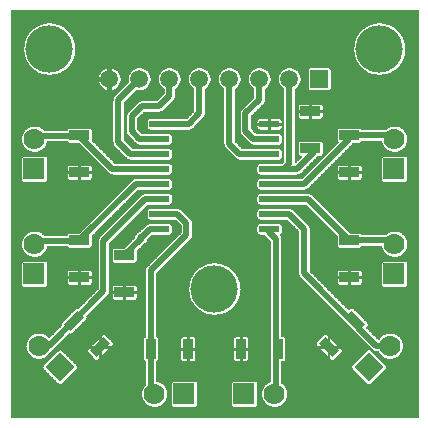
<source format=gtl>
%FSLAX33Y33*%
%MOMM*%
%AMRect-W820710-H1670710-RO1.750*
21,1,0.82071,1.67071,0.,0.,45*%
%AMRect-W1778000-H1778000-RO1.000*
21,1,1.778,1.778,0.,0.,180*%
%AMRect-W1778000-H1778000-RO1.250*
21,1,1.778,1.778,0.,0.,135*%
%AMRect-W820710-H1670710-RO1.000*
21,1,0.82071,1.67071,0.,0.,180*%
%AMRect-W820710-H1670710-RO1.250*
21,1,0.82071,1.67071,0.,0.,135*%
%AMRect-W820710-H1670710-RO1.500*
21,1,0.82071,1.67071,0.,0.,90*%
%AMRect-W1778000-H1778000-RO0.750*
21,1,1.778,1.778,0.,0.,225*%
%AMRect-W1778000-H1778000-RO0.500*
21,1,1.778,1.778,0.,0.,270*%
%AMRR-H1699999-W549999-R98999-RO1.500*
21,1,0.352001,1.699999,0.,0.,90*
21,1,0.549999,1.502001,0.,0.,90*
1,1,0.197998,-0.7510005,-0.1760005*
1,1,0.197998,-0.7510005,0.1760005*
1,1,0.197998,0.7510005,0.1760005*
1,1,0.197998,0.7510005,-0.1760005*%
%AMRect-W1778000-H1778000-RO1.500*
21,1,1.778,1.778,0.,0.,90*%
%AMRect-W1500000-H1500000-RO0.500*
21,1,1.5,1.5,0.,0.,270*%
%AMRect-W820710-H1670710-RO0.500*
21,1,0.82071,1.67071,0.,0.,270*%
%ADD10C,0.0508*%
%ADD11C,0.508*%
%ADD12C,0.68834*%
%ADD13Rect-W820710-H1670710-RO1.750*%
%ADD14C,1.778*%
%ADD15Rect-W1778000-H1778000-RO1.000*%
%ADD16C,1.778*%
%ADD17Rect-W1778000-H1778000-RO1.250*%
%ADD18Rect-W820710-H1670710-RO1.000*%
%ADD19Rect-W820710-H1670710-RO1.250*%
%ADD20Rect-W820710-H1670710-RO1.500*%
%ADD21C,1.778*%
%ADD22Rect-W1778000-H1778000-RO0.750*%
%ADD23C,4.*%
%ADD24C,1.778*%
%ADD25Rect-W1778000-H1778000-RO0.500*%
%ADD26RR-H1699999-W549999-R98999-RO1.500*%
%ADD27R,0.82071X1.67071*%
%ADD28C,1.778*%
%ADD29Rect-W1778000-H1778000-RO1.500*%
%ADD30C,1.5*%
%ADD31Rect-W1500000-H1500000-RO0.500*%
%ADD32Rect-W820710-H1670710-RO0.500*%
D10*
%LNpour fill*%
G01*
X35027Y35027D02*
X35027Y35027D01*
X0533Y35027*
X0533Y0533*
X35027Y0533*
X35027Y35027*
X32245Y29576D02*
X32245Y29576D01*
X32248Y29577*
X32716Y29741*
X32719Y29742*
X33139Y30006*
X33141Y30008*
X33492Y30359*
X33494Y30361*
X33758Y30781*
X33759Y30784*
X33923Y31252*
X33924Y31255*
X33980Y31749*
X33980Y31751*
X33924Y32245*
X33923Y32248*
X33759Y32716*
X33758Y32719*
X33494Y33139*
X33492Y33141*
X33141Y33492*
X33139Y33494*
X32719Y33758*
X32716Y33759*
X32248Y33923*
X32245Y33924*
X31751Y33980*
X31749Y33980*
X31255Y33924*
X31252Y33923*
X30784Y33759*
X30781Y33758*
X30361Y33494*
X30359Y33492*
X30008Y33141*
X30006Y33139*
X29742Y32719*
X29741Y32716*
X29577Y32248*
X29576Y32245*
X29520Y31751*
X29520Y31749*
X29576Y31255*
X29577Y31252*
X29741Y30784*
X29742Y30781*
X30006Y30361*
X30008Y30359*
X30359Y30008*
X30361Y30006*
X30781Y29742*
X30784Y29741*
X31252Y29577*
X31255Y29576*
X31749Y29520*
X31751Y29520*
X32245Y29576*
X4305Y29576D02*
X4305Y29576D01*
X4308Y29577*
X4776Y29741*
X4779Y29742*
X5199Y30006*
X5201Y30008*
X5552Y30359*
X5554Y30361*
X5818Y30781*
X5819Y30784*
X5983Y31252*
X5984Y31255*
X6040Y31749*
X6040Y31751*
X5984Y32245*
X5983Y32248*
X5819Y32716*
X5818Y32719*
X5554Y33139*
X5552Y33141*
X5201Y33492*
X5199Y33494*
X4779Y33758*
X4776Y33759*
X4308Y33923*
X4305Y33924*
X3811Y33980*
X3809Y33980*
X3315Y33924*
X3312Y33923*
X2844Y33759*
X2841Y33758*
X2421Y33494*
X2419Y33492*
X2068Y33141*
X2066Y33139*
X1802Y32719*
X1801Y32716*
X1637Y32248*
X1636Y32245*
X1580Y31751*
X1580Y31749*
X1636Y31255*
X1637Y31252*
X1801Y30784*
X1802Y30781*
X2066Y30361*
X2068Y30359*
X2419Y30008*
X2421Y30006*
X2841Y29742*
X2844Y29741*
X3312Y29577*
X3315Y29576*
X3809Y29520*
X3811Y29520*
X4305Y29576*
X27422Y28230D02*
X27422Y28230D01*
X27455Y28233*
X27457Y28233*
X27490Y28241*
X27492Y28242*
X27523Y28255*
X27525Y28256*
X27554Y28274*
X27556Y28275*
X27582Y28297*
X27583Y28298*
X27605Y28324*
X27606Y28326*
X27624Y28355*
X27625Y28357*
X27638Y28388*
X27639Y28390*
X27647Y28423*
X27647Y28425*
X27650Y28459*
X27650Y28460*
X27650Y29960*
X27650Y29961*
X27647Y29995*
X27647Y29997*
X27639Y30030*
X27638Y30032*
X27625Y30063*
X27624Y30065*
X27606Y30094*
X27605Y30096*
X27583Y30122*
X27582Y30123*
X27556Y30145*
X27554Y30146*
X27525Y30164*
X27523Y30165*
X27492Y30178*
X27490Y30179*
X27457Y30187*
X27455Y30187*
X27421Y30190*
X27420Y30190*
X25920Y30190*
X25919Y30190*
X25885Y30187*
X25883Y30187*
X25850Y30179*
X25848Y30178*
X25817Y30165*
X25815Y30164*
X25786Y30146*
X25784Y30145*
X25758Y30123*
X25757Y30122*
X25735Y30096*
X25734Y30094*
X25716Y30065*
X25715Y30063*
X25702Y30032*
X25701Y30030*
X25693Y29997*
X25693Y29995*
X25690Y29962*
X25690Y29961*
X25690Y28459*
X25690Y28458*
X25693Y28425*
X25693Y28423*
X25701Y28390*
X25702Y28388*
X25715Y28357*
X25716Y28355*
X25734Y28326*
X25735Y28324*
X25757Y28298*
X25758Y28297*
X25784Y28275*
X25786Y28274*
X25815Y28256*
X25817Y28255*
X25848Y28242*
X25850Y28241*
X25883Y28233*
X25885Y28233*
X25918Y28230*
X25919Y28230*
X27421Y28230*
X27422Y28230*
X13882Y22356D02*
X13882Y22356D01*
X13930Y22360*
X13932Y22361*
X13981Y22372*
X13982Y22373*
X14028Y22392*
X14030Y22393*
X14072Y22419*
X14074Y22420*
X14112Y22452*
X14113Y22453*
X14145Y22491*
X14146Y22493*
X14172Y22535*
X14173Y22537*
X14192Y22583*
X14193Y22584*
X14204Y22633*
X14205Y22635*
X14209Y22684*
X14209Y22685*
X14209Y23035*
X14209Y23036*
X14205Y23085*
X14204Y23087*
X14193Y23136*
X14192Y23137*
X14173Y23183*
X14172Y23185*
X14146Y23227*
X14145Y23229*
X14113Y23267*
X14112Y23268*
X14074Y23300*
X14072Y23301*
X14030Y23327*
X14028Y23328*
X13982Y23347*
X13981Y23348*
X13932Y23359*
X13930Y23360*
X13881Y23364*
X13880Y23364*
X12380Y23364*
X12379Y23364*
X12330Y23360*
X12328Y23359*
X12279Y23348*
X12278Y23347*
X12269Y23344*
X10847Y23344*
X10136Y24055*
X10136Y27232*
X11175Y28271*
X11310Y28238*
X11313Y28237*
X11547Y28237*
X11550Y28238*
X11776Y28294*
X11779Y28295*
X11985Y28403*
X11988Y28405*
X12162Y28559*
X12164Y28562*
X12297Y28753*
X12298Y28756*
X12381Y28974*
X12382Y28977*
X12410Y29208*
X12410Y29212*
X12382Y29443*
X12381Y29446*
X12298Y29664*
X12297Y29667*
X12164Y29858*
X12162Y29861*
X11988Y30015*
X11985Y30017*
X11779Y30125*
X11776Y30126*
X11550Y30182*
X11547Y30183*
X11313Y30183*
X11310Y30182*
X11084Y30126*
X11081Y30125*
X10875Y30017*
X10872Y30015*
X10698Y29861*
X10696Y29858*
X10563Y29667*
X10562Y29664*
X10479Y29446*
X10478Y29443*
X10450Y29212*
X10450Y29208*
X10478Y28977*
X10479Y28974*
X10488Y28952*
X9310Y27774*
X9309Y27773*
X9251Y27702*
X9249Y27700*
X9206Y27618*
X9205Y27616*
X9178Y27528*
X9177Y27525*
X9168Y27434*
X9168Y27433*
X9168Y23854*
X9168Y23853*
X9177Y23762*
X9178Y23759*
X9205Y23671*
X9206Y23669*
X9249Y23587*
X9251Y23585*
X9309Y23514*
X9310Y23513*
X10305Y22518*
X10306Y22517*
X10377Y22459*
X10379Y22457*
X10461Y22414*
X10463Y22413*
X10551Y22386*
X10554Y22385*
X10645Y22376*
X10646Y22376*
X12269Y22376*
X12278Y22373*
X12279Y22372*
X12328Y22361*
X12330Y22360*
X12378Y22356*
X12379Y22356*
X13881Y22356*
X13882Y22356*
X13882Y23626D02*
X13882Y23626D01*
X13930Y23630*
X13932Y23631*
X13981Y23642*
X13982Y23643*
X14028Y23662*
X14030Y23663*
X14072Y23689*
X14074Y23690*
X14112Y23722*
X14113Y23723*
X14145Y23761*
X14146Y23763*
X14172Y23805*
X14173Y23807*
X14192Y23853*
X14193Y23854*
X14204Y23903*
X14205Y23905*
X14209Y23954*
X14209Y23955*
X14209Y24305*
X14209Y24306*
X14205Y24355*
X14204Y24357*
X14193Y24406*
X14192Y24407*
X14173Y24453*
X14172Y24455*
X14146Y24497*
X14145Y24499*
X14113Y24537*
X14112Y24538*
X14074Y24570*
X14072Y24571*
X14030Y24597*
X14028Y24598*
X13982Y24617*
X13981Y24618*
X13932Y24629*
X13930Y24630*
X13881Y24634*
X13880Y24634*
X12380Y24634*
X12379Y24634*
X12330Y24630*
X12328Y24629*
X12279Y24618*
X12278Y24617*
X12269Y24614*
X11630Y24614*
X11279Y24965*
X11279Y25860*
X11859Y26440*
X13131Y26440*
X13132Y26440*
X13223Y26449*
X13226Y26450*
X13314Y26477*
X13316Y26478*
X13398Y26521*
X13400Y26523*
X13471Y26581*
X13472Y26582*
X14322Y27432*
X14323Y27433*
X14381Y27504*
X14383Y27506*
X14426Y27588*
X14427Y27590*
X14454Y27678*
X14455Y27681*
X14464Y27772*
X14464Y27773*
X14464Y28371*
X14525Y28403*
X14528Y28405*
X14702Y28559*
X14704Y28562*
X14837Y28753*
X14838Y28756*
X14921Y28974*
X14922Y28977*
X14950Y29208*
X14950Y29212*
X14922Y29443*
X14921Y29446*
X14838Y29664*
X14837Y29667*
X14704Y29858*
X14702Y29861*
X14528Y30015*
X14525Y30017*
X14319Y30125*
X14316Y30126*
X14090Y30182*
X14087Y30183*
X13853Y30183*
X13850Y30182*
X13624Y30126*
X13621Y30125*
X13415Y30017*
X13412Y30015*
X13238Y29861*
X13236Y29858*
X13103Y29667*
X13102Y29664*
X13019Y29446*
X13018Y29443*
X12990Y29212*
X12990Y29208*
X13018Y28977*
X13019Y28974*
X13102Y28756*
X13103Y28753*
X13236Y28562*
X13238Y28559*
X13412Y28405*
X13415Y28403*
X13496Y28360*
X13496Y27974*
X12930Y27408*
X11658Y27408*
X11657Y27408*
X11565Y27399*
X11563Y27398*
X11475Y27371*
X11472Y27370*
X11391Y27327*
X11389Y27325*
X11318Y27267*
X11317Y27266*
X10453Y26402*
X10452Y26401*
X10394Y26330*
X10392Y26328*
X10349Y26247*
X10348Y26244*
X10321Y26156*
X10320Y26154*
X10311Y26062*
X10311Y26061*
X10311Y24764*
X10311Y24763*
X10320Y24672*
X10321Y24669*
X10348Y24581*
X10349Y24579*
X10392Y24497*
X10394Y24495*
X10452Y24424*
X10453Y24423*
X11088Y23788*
X11089Y23787*
X11160Y23729*
X11162Y23727*
X11244Y23684*
X11246Y23683*
X11334Y23656*
X11337Y23655*
X11428Y23646*
X11429Y23646*
X12269Y23646*
X12278Y23643*
X12279Y23642*
X12328Y23631*
X12330Y23630*
X12378Y23626*
X12379Y23626*
X13881Y23626*
X13882Y23626*
X13882Y24896D02*
X13882Y24896D01*
X13930Y24900*
X13932Y24901*
X13981Y24912*
X13982Y24913*
X13991Y24916*
X15622Y24916*
X15623Y24916*
X15714Y24925*
X15717Y24926*
X15805Y24953*
X15807Y24954*
X15889Y24997*
X15891Y24999*
X15962Y25057*
X15963Y25058*
X16852Y25947*
X16853Y25948*
X16911Y26019*
X16913Y26021*
X16956Y26103*
X16957Y26105*
X16984Y26193*
X16985Y26196*
X16994Y26287*
X16994Y26288*
X16994Y28365*
X17065Y28403*
X17068Y28405*
X17242Y28559*
X17244Y28562*
X17377Y28753*
X17378Y28756*
X17461Y28974*
X17462Y28977*
X17490Y29208*
X17490Y29212*
X17462Y29443*
X17461Y29446*
X17378Y29664*
X17377Y29667*
X17244Y29858*
X17242Y29861*
X17068Y30015*
X17065Y30017*
X16859Y30125*
X16856Y30126*
X16630Y30182*
X16627Y30183*
X16393Y30183*
X16390Y30182*
X16164Y30126*
X16161Y30125*
X15955Y30017*
X15952Y30015*
X15778Y29861*
X15776Y29858*
X15643Y29667*
X15642Y29664*
X15559Y29446*
X15558Y29443*
X15530Y29212*
X15530Y29208*
X15558Y28977*
X15559Y28974*
X15642Y28756*
X15643Y28753*
X15776Y28562*
X15778Y28559*
X15952Y28405*
X15955Y28403*
X16026Y28365*
X16026Y26489*
X15421Y25884*
X13991Y25884*
X13982Y25887*
X13981Y25888*
X13932Y25899*
X13930Y25900*
X13881Y25904*
X13880Y25904*
X12380Y25904*
X12379Y25904*
X12330Y25900*
X12328Y25899*
X12279Y25888*
X12278Y25887*
X12232Y25868*
X12230Y25867*
X12188Y25841*
X12186Y25840*
X12148Y25808*
X12147Y25807*
X12115Y25769*
X12114Y25767*
X12088Y25725*
X12087Y25723*
X12068Y25677*
X12067Y25676*
X12056Y25627*
X12055Y25625*
X12051Y25577*
X12051Y25576*
X12051Y25224*
X12051Y25223*
X12055Y25175*
X12056Y25173*
X12067Y25124*
X12068Y25123*
X12087Y25077*
X12088Y25075*
X12114Y25033*
X12115Y25031*
X12147Y24993*
X12148Y24992*
X12186Y24960*
X12188Y24959*
X12230Y24933*
X12232Y24932*
X12278Y24913*
X12279Y24912*
X12328Y24901*
X12330Y24900*
X12378Y24896*
X12379Y24896*
X13881Y24896*
X13882Y24896*
X23181Y22356D02*
X23181Y22356D01*
X23230Y22360*
X23232Y22361*
X23281Y22372*
X23282Y22373*
X23328Y22392*
X23330Y22393*
X23372Y22419*
X23374Y22420*
X23412Y22452*
X23413Y22453*
X23445Y22491*
X23446Y22493*
X23472Y22535*
X23473Y22537*
X23492Y22583*
X23493Y22584*
X23504Y22633*
X23505Y22635*
X23509Y22684*
X23509Y22685*
X23509Y23035*
X23509Y23036*
X23505Y23085*
X23504Y23087*
X23493Y23136*
X23492Y23137*
X23473Y23183*
X23472Y23185*
X23446Y23227*
X23445Y23229*
X23413Y23267*
X23412Y23268*
X23374Y23300*
X23372Y23301*
X23330Y23327*
X23328Y23328*
X23282Y23347*
X23281Y23348*
X23232Y23359*
X23230Y23360*
X23181Y23364*
X23180Y23364*
X21680Y23364*
X21679Y23364*
X21630Y23360*
X21628Y23359*
X21579Y23348*
X21578Y23347*
X21569Y23344*
X20114Y23344*
X19534Y23924*
X19534Y28365*
X19605Y28403*
X19608Y28405*
X19782Y28559*
X19784Y28562*
X19917Y28753*
X19918Y28756*
X20001Y28974*
X20002Y28977*
X20030Y29208*
X20030Y29212*
X20002Y29443*
X20001Y29446*
X19918Y29664*
X19917Y29667*
X19784Y29858*
X19782Y29861*
X19608Y30015*
X19605Y30017*
X19399Y30125*
X19396Y30126*
X19170Y30182*
X19167Y30183*
X18933Y30183*
X18930Y30182*
X18704Y30126*
X18701Y30125*
X18495Y30017*
X18492Y30015*
X18318Y29861*
X18316Y29858*
X18183Y29667*
X18182Y29664*
X18099Y29446*
X18098Y29443*
X18070Y29212*
X18070Y29208*
X18098Y28977*
X18099Y28974*
X18182Y28756*
X18183Y28753*
X18316Y28562*
X18318Y28559*
X18492Y28405*
X18495Y28403*
X18566Y28365*
X18566Y23723*
X18566Y23722*
X18575Y23630*
X18576Y23628*
X18603Y23540*
X18604Y23537*
X18647Y23456*
X18649Y23454*
X18707Y23383*
X18708Y23382*
X19572Y22518*
X19573Y22517*
X19644Y22459*
X19646Y22457*
X19727Y22414*
X19730Y22413*
X19818Y22386*
X19820Y22385*
X19912Y22376*
X19913Y22376*
X21569Y22376*
X21578Y22373*
X21579Y22372*
X21628Y22361*
X21630Y22360*
X21678Y22356*
X21679Y22356*
X23181Y22356*
X23181Y22356*
X23181Y23626D02*
X23181Y23626D01*
X23230Y23630*
X23232Y23631*
X23281Y23642*
X23282Y23643*
X23328Y23662*
X23330Y23663*
X23372Y23689*
X23374Y23690*
X23412Y23722*
X23413Y23723*
X23445Y23761*
X23446Y23763*
X23472Y23805*
X23473Y23807*
X23492Y23853*
X23493Y23854*
X23504Y23903*
X23505Y23905*
X23509Y23954*
X23509Y23955*
X23509Y24305*
X23509Y24306*
X23505Y24355*
X23504Y24357*
X23493Y24406*
X23492Y24407*
X23473Y24453*
X23472Y24455*
X23446Y24497*
X23445Y24499*
X23413Y24537*
X23412Y24538*
X23374Y24570*
X23372Y24571*
X23330Y24597*
X23328Y24598*
X23282Y24617*
X23281Y24618*
X23232Y24629*
X23230Y24630*
X23181Y24634*
X23180Y24634*
X21680Y24634*
X21679Y24634*
X21630Y24630*
X21628Y24629*
X21579Y24618*
X21578Y24617*
X21569Y24614*
X21303Y24614*
X20910Y25007*
X20910Y26089*
X21932Y27111*
X21933Y27112*
X21991Y27183*
X21993Y27185*
X22036Y27267*
X22037Y27269*
X22064Y27357*
X22065Y27360*
X22074Y27451*
X22074Y27452*
X22074Y28365*
X22145Y28403*
X22148Y28405*
X22322Y28559*
X22324Y28562*
X22457Y28753*
X22458Y28756*
X22541Y28974*
X22542Y28977*
X22570Y29208*
X22570Y29212*
X22542Y29443*
X22541Y29446*
X22458Y29664*
X22457Y29667*
X22324Y29858*
X22322Y29861*
X22148Y30015*
X22145Y30017*
X21939Y30125*
X21936Y30126*
X21710Y30182*
X21707Y30183*
X21473Y30183*
X21470Y30182*
X21244Y30126*
X21241Y30125*
X21035Y30017*
X21032Y30015*
X20858Y29861*
X20856Y29858*
X20723Y29667*
X20722Y29664*
X20639Y29446*
X20638Y29443*
X20610Y29212*
X20610Y29208*
X20638Y28977*
X20639Y28974*
X20722Y28756*
X20723Y28753*
X20856Y28562*
X20858Y28559*
X21032Y28405*
X21035Y28403*
X21106Y28365*
X21106Y27653*
X20084Y26631*
X20083Y26630*
X20025Y26559*
X20023Y26557*
X19980Y26475*
X19979Y26473*
X19952Y26385*
X19951Y26382*
X19942Y26291*
X19942Y26290*
X19942Y24806*
X19942Y24805*
X19951Y24714*
X19952Y24711*
X19979Y24623*
X19980Y24621*
X20023Y24539*
X20025Y24537*
X20083Y24466*
X20084Y24465*
X20761Y23788*
X20762Y23787*
X20833Y23729*
X20835Y23727*
X20917Y23684*
X20919Y23683*
X21007Y23656*
X21010Y23655*
X21101Y23646*
X21102Y23646*
X21569Y23646*
X21578Y23643*
X21579Y23642*
X21628Y23631*
X21630Y23630*
X21678Y23626*
X21679Y23626*
X23181Y23626*
X23181Y23626*
X23181Y21086D02*
X23181Y21086D01*
X23230Y21090*
X23232Y21091*
X23281Y21102*
X23282Y21103*
X23291Y21106*
X24768Y21106*
X24769Y21106*
X24860Y21115*
X24863Y21116*
X24951Y21143*
X24953Y21144*
X25035Y21187*
X25037Y21189*
X25108Y21247*
X25109Y21248*
X26538Y22677*
X26744Y22677*
X26745Y22677*
X26778Y22680*
X26780Y22680*
X26813Y22688*
X26815Y22689*
X26847Y22702*
X26848Y22703*
X26878Y22720*
X26879Y22721*
X26905Y22744*
X26906Y22745*
X26929Y22771*
X26930Y22772*
X26947Y22802*
X26948Y22803*
X26961Y22835*
X26962Y22837*
X26970Y22870*
X26970Y22872*
X26973Y22905*
X26973Y22906*
X26973Y23728*
X26973Y23729*
X26970Y23762*
X26970Y23764*
X26962Y23797*
X26961Y23799*
X26948Y23831*
X26947Y23832*
X26930Y23862*
X26929Y23863*
X26906Y23889*
X26905Y23890*
X26879Y23913*
X26878Y23914*
X26848Y23931*
X26847Y23932*
X26815Y23945*
X26813Y23946*
X26780Y23954*
X26778Y23954*
X26745Y23957*
X26744Y23957*
X25072Y23957*
X25071Y23957*
X25038Y23954*
X25036Y23954*
X25003Y23946*
X25001Y23945*
X24969Y23932*
X24968Y23931*
X24938Y23914*
X24937Y23913*
X24911Y23890*
X24910Y23889*
X24887Y23863*
X24886Y23862*
X24869Y23832*
X24868Y23831*
X24855Y23799*
X24854Y23797*
X24846Y23764*
X24846Y23762*
X24843Y23729*
X24843Y23728*
X24843Y22906*
X24843Y22905*
X24846Y22872*
X24846Y22870*
X24854Y22837*
X24855Y22835*
X24868Y22803*
X24869Y22802*
X24886Y22772*
X24887Y22771*
X24910Y22745*
X24911Y22744*
X24937Y22721*
X24938Y22720*
X24968Y22703*
X24969Y22702*
X25001Y22689*
X25003Y22688*
X25036Y22680*
X25038Y22680*
X25071Y22677*
X25072Y22677*
X25104Y22677*
X25123Y22630*
X24661Y22168*
X24614Y22187*
X24614Y28365*
X24685Y28403*
X24688Y28405*
X24862Y28559*
X24864Y28562*
X24997Y28753*
X24998Y28756*
X25081Y28974*
X25082Y28977*
X25110Y29208*
X25110Y29212*
X25082Y29443*
X25081Y29446*
X24998Y29664*
X24997Y29667*
X24864Y29858*
X24862Y29861*
X24688Y30015*
X24685Y30017*
X24479Y30125*
X24476Y30126*
X24250Y30182*
X24247Y30183*
X24013Y30183*
X24010Y30182*
X23784Y30126*
X23781Y30125*
X23575Y30017*
X23572Y30015*
X23398Y29861*
X23396Y29858*
X23263Y29667*
X23262Y29664*
X23179Y29446*
X23178Y29443*
X23150Y29212*
X23150Y29208*
X23178Y28977*
X23179Y28974*
X23262Y28756*
X23263Y28753*
X23396Y28562*
X23398Y28559*
X23572Y28405*
X23575Y28403*
X23646Y28365*
X23646Y22220*
X23500Y22074*
X23291Y22074*
X23282Y22077*
X23281Y22078*
X23232Y22089*
X23230Y22090*
X23181Y22094*
X23180Y22094*
X21680Y22094*
X21679Y22094*
X21630Y22090*
X21628Y22089*
X21579Y22078*
X21578Y22077*
X21532Y22058*
X21530Y22057*
X21488Y22031*
X21486Y22030*
X21448Y21998*
X21447Y21997*
X21415Y21959*
X21414Y21957*
X21388Y21915*
X21387Y21913*
X21368Y21867*
X21367Y21866*
X21356Y21817*
X21355Y21815*
X21351Y21767*
X21351Y21766*
X21351Y21414*
X21351Y21413*
X21355Y21365*
X21356Y21363*
X21367Y21314*
X21368Y21313*
X21387Y21267*
X21388Y21265*
X21414Y21223*
X21415Y21221*
X21447Y21183*
X21448Y21182*
X21486Y21150*
X21488Y21149*
X21530Y21123*
X21532Y21122*
X21578Y21103*
X21579Y21102*
X21628Y21091*
X21630Y21090*
X21678Y21086*
X21679Y21086*
X23181Y21086*
X23181Y21086*
X9236Y28294D02*
X9236Y28294D01*
X9239Y28295*
X9445Y28403*
X9448Y28405*
X9622Y28559*
X9624Y28562*
X9757Y28753*
X9758Y28756*
X9841Y28974*
X9842Y28977*
X9870Y29208*
X9870Y29212*
X9842Y29443*
X9841Y29446*
X9758Y29664*
X9757Y29667*
X9624Y29858*
X9622Y29861*
X9448Y30015*
X9445Y30017*
X9239Y30125*
X9236Y30126*
X9084Y30164*
X9065Y30149*
X9065Y29929*
X8715Y29929*
X8715Y30149*
X8696Y30164*
X8544Y30126*
X8541Y30125*
X8335Y30017*
X8332Y30015*
X8158Y29861*
X8156Y29858*
X8023Y29667*
X8022Y29664*
X7939Y29446*
X7938Y29443*
X7933Y29402*
X7949Y29385*
X8165Y29385*
X8165Y29035*
X7949Y29035*
X7933Y29018*
X7938Y28977*
X7939Y28974*
X8022Y28756*
X8023Y28753*
X8156Y28562*
X8158Y28559*
X8332Y28405*
X8335Y28403*
X8541Y28295*
X8544Y28294*
X8696Y28256*
X8715Y28271*
X8715Y28491*
X9065Y28491*
X9065Y28271*
X9084Y28256*
X9236Y28294*
X25832Y25842D02*
X25832Y25842D01*
X25832Y26082*
X25984Y26082*
X25984Y25842*
X25999Y25827*
X26744Y25827*
X26745Y25827*
X26778Y25830*
X26780Y25830*
X26813Y25838*
X26815Y25839*
X26847Y25852*
X26848Y25853*
X26878Y25870*
X26879Y25871*
X26905Y25894*
X26906Y25895*
X26929Y25921*
X26930Y25922*
X26947Y25952*
X26948Y25953*
X26961Y25985*
X26962Y25987*
X26970Y26020*
X26970Y26022*
X26973Y26055*
X26973Y26056*
X26973Y26376*
X26958Y26391*
X26718Y26391*
X26718Y26543*
X26958Y26543*
X26973Y26558*
X26973Y26878*
X26973Y26879*
X26970Y26912*
X26970Y26914*
X26962Y26947*
X26961Y26949*
X26948Y26981*
X26947Y26982*
X26930Y27012*
X26929Y27013*
X26906Y27039*
X26905Y27040*
X26879Y27063*
X26878Y27064*
X26848Y27081*
X26847Y27082*
X26815Y27095*
X26813Y27096*
X26780Y27104*
X26778Y27104*
X26745Y27107*
X26744Y27107*
X25999Y27107*
X25984Y27092*
X25984Y26852*
X25832Y26852*
X25832Y27092*
X25817Y27107*
X25072Y27107*
X25071Y27107*
X25038Y27104*
X25036Y27104*
X25003Y27096*
X25001Y27095*
X24969Y27082*
X24968Y27081*
X24938Y27064*
X24937Y27063*
X24911Y27040*
X24910Y27039*
X24887Y27013*
X24886Y27012*
X24869Y26982*
X24868Y26981*
X24855Y26949*
X24854Y26947*
X24846Y26914*
X24846Y26912*
X24843Y26879*
X24843Y26878*
X24843Y26558*
X24858Y26543*
X25098Y26543*
X25098Y26391*
X24858Y26391*
X24843Y26376*
X24843Y26056*
X24843Y26055*
X24846Y26022*
X24846Y26020*
X24854Y25987*
X24855Y25985*
X24868Y25953*
X24869Y25952*
X24886Y25922*
X24887Y25921*
X24910Y25895*
X24911Y25894*
X24937Y25871*
X24938Y25870*
X24968Y25853*
X24969Y25852*
X25001Y25839*
X25003Y25838*
X25036Y25830*
X25038Y25830*
X25071Y25827*
X25072Y25827*
X25817Y25827*
X25832Y25842*
X22354Y24911D02*
X22354Y24911D01*
X22354Y25150*
X22506Y25150*
X22506Y24911*
X22521Y24896*
X23181Y24896*
X23181Y24896*
X23230Y24900*
X23232Y24901*
X23281Y24912*
X23282Y24913*
X23328Y24932*
X23330Y24933*
X23372Y24959*
X23374Y24960*
X23412Y24992*
X23413Y24993*
X23445Y25031*
X23446Y25033*
X23472Y25075*
X23473Y25077*
X23492Y25123*
X23493Y25124*
X23504Y25173*
X23505Y25175*
X23509Y25224*
X23509Y25225*
X23509Y25309*
X23494Y25324*
X23255Y25324*
X23255Y25476*
X23494Y25476*
X23509Y25491*
X23509Y25575*
X23509Y25576*
X23505Y25625*
X23504Y25627*
X23493Y25676*
X23492Y25677*
X23473Y25723*
X23472Y25725*
X23446Y25767*
X23445Y25769*
X23413Y25807*
X23412Y25808*
X23374Y25840*
X23372Y25841*
X23330Y25867*
X23328Y25868*
X23282Y25887*
X23281Y25888*
X23232Y25899*
X23230Y25900*
X23181Y25904*
X23180Y25904*
X22521Y25904*
X22506Y25889*
X22506Y25650*
X22354Y25650*
X22354Y25889*
X22339Y25904*
X21680Y25904*
X21679Y25904*
X21630Y25900*
X21628Y25899*
X21579Y25888*
X21578Y25887*
X21532Y25868*
X21530Y25867*
X21488Y25841*
X21486Y25840*
X21448Y25808*
X21447Y25807*
X21415Y25769*
X21414Y25767*
X21388Y25725*
X21387Y25723*
X21368Y25677*
X21367Y25676*
X21356Y25627*
X21355Y25625*
X21351Y25577*
X21351Y25576*
X21351Y25491*
X21366Y25476*
X21605Y25476*
X21605Y25324*
X21366Y25324*
X21351Y25309*
X21351Y25224*
X21351Y25223*
X21355Y25175*
X21356Y25173*
X21367Y25124*
X21368Y25123*
X21387Y25077*
X21388Y25075*
X21414Y25033*
X21415Y25031*
X21447Y24993*
X21448Y24992*
X21486Y24960*
X21488Y24959*
X21530Y24933*
X21532Y24932*
X21578Y24913*
X21579Y24912*
X21628Y24901*
X21630Y24900*
X21678Y24896*
X21679Y24896*
X22339Y24896*
X22354Y24911*
X13882Y21086D02*
X13882Y21086D01*
X13930Y21090*
X13932Y21091*
X13981Y21102*
X13982Y21103*
X14028Y21122*
X14030Y21123*
X14072Y21149*
X14074Y21150*
X14112Y21182*
X14113Y21183*
X14145Y21221*
X14146Y21223*
X14172Y21265*
X14173Y21267*
X14192Y21313*
X14193Y21314*
X14204Y21363*
X14205Y21365*
X14209Y21414*
X14209Y21415*
X14209Y21765*
X14209Y21766*
X14205Y21815*
X14204Y21817*
X14193Y21866*
X14192Y21867*
X14173Y21913*
X14172Y21915*
X14146Y21957*
X14145Y21959*
X14113Y21997*
X14112Y21998*
X14074Y22030*
X14072Y22031*
X14030Y22057*
X14028Y22058*
X13982Y22077*
X13981Y22078*
X13932Y22089*
X13930Y22090*
X13881Y22094*
X13880Y22094*
X12380Y22094*
X12379Y22094*
X12330Y22090*
X12328Y22089*
X12279Y22078*
X12278Y22077*
X12269Y22074*
X9365Y22074*
X7415Y24024*
X7415Y24846*
X7415Y24847*
X7412Y24880*
X7412Y24882*
X7404Y24915*
X7403Y24917*
X7390Y24949*
X7389Y24950*
X7372Y24980*
X7371Y24981*
X7348Y25007*
X7347Y25008*
X7321Y25031*
X7320Y25032*
X7290Y25049*
X7289Y25050*
X7257Y25063*
X7255Y25064*
X7222Y25072*
X7220Y25072*
X7187Y25075*
X7186Y25075*
X5514Y25075*
X5513Y25075*
X5480Y25072*
X5478Y25072*
X5445Y25064*
X5443Y25063*
X5411Y25050*
X5410Y25049*
X5380Y25032*
X5379Y25031*
X5353Y25008*
X5352Y25007*
X5329Y24981*
X5328Y24980*
X5311Y24950*
X5310Y24949*
X5297Y24917*
X5296Y24915*
X5290Y24889*
X3359Y24889*
X3177Y25050*
X3174Y25051*
X2938Y25175*
X2935Y25176*
X2676Y25240*
X2673Y25241*
X2407Y25241*
X2404Y25240*
X2145Y25176*
X2142Y25175*
X1906Y25051*
X1903Y25050*
X1704Y24873*
X1702Y24871*
X1550Y24651*
X1549Y24648*
X1454Y24399*
X1454Y24396*
X1421Y24132*
X1421Y24128*
X1454Y23864*
X1454Y23861*
X1549Y23612*
X1550Y23609*
X1702Y23389*
X1704Y23387*
X1903Y23210*
X1906Y23209*
X2142Y23085*
X2145Y23084*
X2404Y23020*
X2407Y23019*
X2673Y23019*
X2676Y23020*
X2935Y23084*
X2938Y23085*
X3174Y23209*
X3177Y23210*
X3376Y23387*
X3378Y23389*
X3530Y23609*
X3531Y23612*
X3626Y23861*
X3626Y23864*
X3633Y23921*
X5309Y23921*
X5328Y23890*
X5329Y23889*
X5352Y23863*
X5353Y23862*
X5379Y23839*
X5380Y23838*
X5410Y23821*
X5411Y23820*
X5443Y23807*
X5445Y23806*
X5478Y23798*
X5480Y23798*
X5513Y23795*
X5514Y23795*
X6276Y23795*
X8823Y21248*
X8824Y21247*
X8895Y21189*
X8897Y21187*
X8979Y21144*
X8981Y21143*
X9069Y21116*
X9072Y21115*
X9163Y21106*
X9164Y21106*
X12269Y21106*
X12278Y21103*
X12279Y21102*
X12328Y21091*
X12330Y21090*
X12378Y21086*
X12379Y21086*
X13881Y21086*
X13882Y21086*
X23181Y19816D02*
X23181Y19816D01*
X23230Y19820*
X23232Y19821*
X23281Y19832*
X23282Y19833*
X23291Y19836*
X25380Y19836*
X25381Y19836*
X25472Y19845*
X25475Y19846*
X25563Y19873*
X25565Y19874*
X25647Y19917*
X25649Y19919*
X25720Y19977*
X25721Y19978*
X29538Y23795*
X30046Y23795*
X30047Y23795*
X30080Y23798*
X30082Y23798*
X30115Y23806*
X30117Y23807*
X30149Y23820*
X30150Y23821*
X30180Y23838*
X30181Y23839*
X30207Y23862*
X30208Y23863*
X30231Y23889*
X30232Y23890*
X30249Y23920*
X30250Y23921*
X30263Y23951*
X31923Y23951*
X31934Y23864*
X31934Y23861*
X32029Y23612*
X32030Y23609*
X32182Y23389*
X32184Y23387*
X32383Y23210*
X32386Y23209*
X32622Y23085*
X32625Y23084*
X32884Y23020*
X32887Y23019*
X33153Y23019*
X33156Y23020*
X33415Y23084*
X33418Y23085*
X33654Y23209*
X33657Y23210*
X33856Y23387*
X33858Y23389*
X34010Y23609*
X34011Y23612*
X34106Y23861*
X34106Y23864*
X34139Y24128*
X34139Y24132*
X34106Y24396*
X34106Y24399*
X34011Y24648*
X34010Y24651*
X33858Y24871*
X33856Y24873*
X33657Y25050*
X33654Y25051*
X33418Y25175*
X33415Y25176*
X33156Y25240*
X33153Y25241*
X32887Y25241*
X32884Y25240*
X32625Y25176*
X32622Y25175*
X32386Y25051*
X32383Y25050*
X32235Y24919*
X30263Y24919*
X30250Y24949*
X30249Y24950*
X30232Y24980*
X30231Y24981*
X30208Y25007*
X30207Y25008*
X30181Y25031*
X30180Y25032*
X30150Y25049*
X30149Y25050*
X30117Y25063*
X30115Y25064*
X30082Y25072*
X30080Y25072*
X30047Y25075*
X30046Y25075*
X28374Y25075*
X28373Y25075*
X28340Y25072*
X28338Y25072*
X28305Y25064*
X28303Y25063*
X28271Y25050*
X28270Y25049*
X28240Y25032*
X28239Y25031*
X28213Y25008*
X28212Y25007*
X28189Y24981*
X28188Y24980*
X28171Y24950*
X28170Y24949*
X28157Y24917*
X28156Y24915*
X28148Y24882*
X28148Y24880*
X28145Y24847*
X28145Y24846*
X28145Y24024*
X28145Y24023*
X28148Y23990*
X28148Y23988*
X28156Y23955*
X28157Y23953*
X28170Y23921*
X28171Y23920*
X28188Y23890*
X28189Y23889*
X28224Y23849*
X25179Y20804*
X23291Y20804*
X23282Y20807*
X23281Y20808*
X23232Y20819*
X23230Y20820*
X23181Y20824*
X23180Y20824*
X21680Y20824*
X21679Y20824*
X21630Y20820*
X21628Y20819*
X21579Y20808*
X21578Y20807*
X21532Y20788*
X21530Y20787*
X21488Y20761*
X21486Y20760*
X21448Y20728*
X21447Y20727*
X21415Y20689*
X21414Y20687*
X21388Y20645*
X21387Y20643*
X21368Y20597*
X21367Y20596*
X21356Y20547*
X21355Y20545*
X21351Y20497*
X21351Y20496*
X21351Y20144*
X21351Y20143*
X21355Y20095*
X21356Y20093*
X21367Y20044*
X21368Y20043*
X21387Y19997*
X21388Y19995*
X21414Y19953*
X21415Y19951*
X21447Y19913*
X21448Y19912*
X21486Y19880*
X21488Y19879*
X21530Y19853*
X21532Y19852*
X21578Y19833*
X21579Y19832*
X21628Y19821*
X21630Y19820*
X21678Y19816*
X21679Y19816*
X23181Y19816*
X23181Y19816*
X3431Y20471D02*
X3431Y20471D01*
X3464Y20474*
X3466Y20474*
X3499Y20482*
X3501Y20483*
X3532Y20496*
X3534Y20497*
X3563Y20515*
X3565Y20516*
X3591Y20538*
X3592Y20539*
X3614Y20565*
X3615Y20567*
X3633Y20596*
X3634Y20598*
X3647Y20629*
X3648Y20631*
X3656Y20664*
X3656Y20666*
X3659Y20700*
X3659Y20701*
X3659Y22479*
X3659Y22480*
X3656Y22514*
X3656Y22516*
X3648Y22549*
X3647Y22551*
X3634Y22582*
X3633Y22584*
X3615Y22613*
X3614Y22615*
X3592Y22641*
X3591Y22642*
X3565Y22664*
X3563Y22665*
X3534Y22683*
X3532Y22684*
X3501Y22697*
X3499Y22698*
X3466Y22706*
X3464Y22706*
X3430Y22709*
X3429Y22709*
X1651Y22709*
X1650Y22709*
X1616Y22706*
X1614Y22706*
X1581Y22698*
X1579Y22697*
X1548Y22684*
X1546Y22683*
X1517Y22665*
X1515Y22664*
X1489Y22642*
X1488Y22641*
X1466Y22615*
X1465Y22613*
X1447Y22584*
X1446Y22582*
X1433Y22551*
X1432Y22549*
X1424Y22516*
X1424Y22514*
X1421Y22481*
X1421Y22480*
X1421Y20700*
X1421Y20699*
X1424Y20666*
X1424Y20664*
X1432Y20631*
X1433Y20629*
X1446Y20598*
X1447Y20596*
X1465Y20567*
X1466Y20565*
X1488Y20539*
X1489Y20538*
X1515Y20516*
X1517Y20515*
X1546Y20497*
X1548Y20496*
X1579Y20483*
X1581Y20482*
X1614Y20474*
X1616Y20474*
X1649Y20471*
X1650Y20471*
X3430Y20471*
X3431Y20471*
X33911Y20471D02*
X33911Y20471D01*
X33944Y20474*
X33946Y20474*
X33979Y20482*
X33981Y20483*
X34012Y20496*
X34014Y20497*
X34043Y20515*
X34045Y20516*
X34071Y20538*
X34072Y20539*
X34094Y20565*
X34095Y20567*
X34113Y20596*
X34114Y20598*
X34127Y20629*
X34128Y20631*
X34136Y20664*
X34136Y20666*
X34139Y20700*
X34139Y20701*
X34139Y22479*
X34139Y22480*
X34136Y22514*
X34136Y22516*
X34128Y22549*
X34127Y22551*
X34114Y22582*
X34113Y22584*
X34095Y22613*
X34094Y22615*
X34072Y22641*
X34071Y22642*
X34045Y22664*
X34043Y22665*
X34014Y22683*
X34012Y22684*
X33981Y22697*
X33979Y22698*
X33946Y22706*
X33944Y22706*
X33910Y22709*
X33909Y22709*
X32131Y22709*
X32130Y22709*
X32096Y22706*
X32094Y22706*
X32061Y22698*
X32059Y22697*
X32028Y22684*
X32026Y22683*
X31997Y22665*
X31995Y22664*
X31969Y22642*
X31968Y22641*
X31946Y22615*
X31945Y22613*
X31927Y22584*
X31926Y22582*
X31913Y22551*
X31912Y22549*
X31904Y22516*
X31904Y22514*
X31901Y22481*
X31901Y22480*
X31901Y20700*
X31901Y20699*
X31904Y20666*
X31904Y20664*
X31912Y20631*
X31913Y20629*
X31926Y20598*
X31927Y20596*
X31945Y20567*
X31946Y20565*
X31968Y20539*
X31969Y20538*
X31995Y20516*
X31997Y20515*
X32026Y20497*
X32028Y20496*
X32059Y20483*
X32061Y20482*
X32094Y20474*
X32096Y20474*
X32129Y20471*
X32130Y20471*
X33910Y20471*
X33911Y20471*
X6274Y20660D02*
X6274Y20660D01*
X6274Y20900*
X6426Y20900*
X6426Y20660*
X6441Y20645*
X7186Y20645*
X7187Y20645*
X7220Y20648*
X7222Y20648*
X7255Y20656*
X7257Y20657*
X7289Y20670*
X7290Y20671*
X7320Y20688*
X7321Y20689*
X7347Y20712*
X7348Y20713*
X7371Y20739*
X7372Y20740*
X7389Y20770*
X7390Y20771*
X7403Y20803*
X7404Y20805*
X7412Y20838*
X7412Y20840*
X7415Y20873*
X7415Y20874*
X7415Y21194*
X7400Y21209*
X7160Y21209*
X7160Y21361*
X7400Y21361*
X7415Y21376*
X7415Y21696*
X7415Y21697*
X7412Y21730*
X7412Y21732*
X7404Y21765*
X7403Y21767*
X7390Y21799*
X7389Y21800*
X7372Y21830*
X7371Y21831*
X7348Y21857*
X7347Y21858*
X7321Y21881*
X7320Y21882*
X7290Y21899*
X7289Y21900*
X7257Y21913*
X7255Y21914*
X7222Y21922*
X7220Y21922*
X7187Y21925*
X7186Y21925*
X6441Y21925*
X6426Y21910*
X6426Y21670*
X6274Y21670*
X6274Y21910*
X6259Y21925*
X5514Y21925*
X5513Y21925*
X5480Y21922*
X5478Y21922*
X5445Y21914*
X5443Y21913*
X5411Y21900*
X5410Y21899*
X5380Y21882*
X5379Y21881*
X5353Y21858*
X5352Y21857*
X5329Y21831*
X5328Y21830*
X5311Y21800*
X5310Y21799*
X5297Y21767*
X5296Y21765*
X5288Y21732*
X5288Y21730*
X5285Y21697*
X5285Y21696*
X5285Y21376*
X5300Y21361*
X5540Y21361*
X5540Y21209*
X5300Y21209*
X5285Y21194*
X5285Y20874*
X5285Y20873*
X5288Y20840*
X5288Y20838*
X5296Y20805*
X5297Y20803*
X5310Y20771*
X5311Y20770*
X5328Y20740*
X5329Y20739*
X5352Y20713*
X5353Y20712*
X5379Y20689*
X5380Y20688*
X5410Y20671*
X5411Y20670*
X5443Y20657*
X5445Y20656*
X5478Y20648*
X5480Y20648*
X5513Y20645*
X5514Y20645*
X6259Y20645*
X6274Y20660*
X29134Y20660D02*
X29134Y20660D01*
X29134Y20900*
X29286Y20900*
X29286Y20660*
X29301Y20645*
X30046Y20645*
X30047Y20645*
X30080Y20648*
X30082Y20648*
X30115Y20656*
X30117Y20657*
X30149Y20670*
X30150Y20671*
X30180Y20688*
X30181Y20689*
X30207Y20712*
X30208Y20713*
X30231Y20739*
X30232Y20740*
X30249Y20770*
X30250Y20771*
X30263Y20803*
X30264Y20805*
X30272Y20838*
X30272Y20840*
X30275Y20873*
X30275Y20874*
X30275Y21194*
X30260Y21209*
X30020Y21209*
X30020Y21361*
X30260Y21361*
X30275Y21376*
X30275Y21696*
X30275Y21697*
X30272Y21730*
X30272Y21732*
X30264Y21765*
X30263Y21767*
X30250Y21799*
X30249Y21800*
X30232Y21830*
X30231Y21831*
X30208Y21857*
X30207Y21858*
X30181Y21881*
X30180Y21882*
X30150Y21899*
X30149Y21900*
X30117Y21913*
X30115Y21914*
X30082Y21922*
X30080Y21922*
X30047Y21925*
X30046Y21925*
X29301Y21925*
X29286Y21910*
X29286Y21670*
X29134Y21670*
X29134Y21910*
X29119Y21925*
X28374Y21925*
X28373Y21925*
X28340Y21922*
X28338Y21922*
X28305Y21914*
X28303Y21913*
X28271Y21900*
X28270Y21899*
X28240Y21882*
X28239Y21881*
X28213Y21858*
X28212Y21857*
X28189Y21831*
X28188Y21830*
X28171Y21800*
X28170Y21799*
X28157Y21767*
X28156Y21765*
X28148Y21732*
X28148Y21730*
X28145Y21697*
X28145Y21696*
X28145Y21376*
X28160Y21361*
X28400Y21361*
X28400Y21209*
X28160Y21209*
X28145Y21194*
X28145Y20874*
X28145Y20873*
X28148Y20840*
X28148Y20838*
X28156Y20805*
X28157Y20803*
X28170Y20771*
X28171Y20770*
X28188Y20740*
X28189Y20739*
X28212Y20713*
X28213Y20712*
X28239Y20689*
X28240Y20688*
X28270Y20671*
X28271Y20670*
X28303Y20657*
X28305Y20656*
X28338Y20648*
X28340Y20648*
X28373Y20645*
X28374Y20645*
X29119Y20645*
X29134Y20660*
X2676Y14130D02*
X2676Y14130D01*
X2935Y14194*
X2938Y14195*
X3174Y14319*
X3177Y14320*
X3376Y14497*
X3378Y14499*
X3530Y14719*
X3531Y14722*
X3626Y14971*
X3626Y14974*
X3633Y15028*
X5312Y15028*
X5328Y15000*
X5329Y14999*
X5352Y14973*
X5353Y14972*
X5379Y14949*
X5380Y14948*
X5410Y14931*
X5411Y14930*
X5443Y14917*
X5445Y14916*
X5478Y14908*
X5480Y14908*
X5513Y14905*
X5514Y14905*
X7186Y14905*
X7187Y14905*
X7220Y14908*
X7222Y14908*
X7255Y14916*
X7257Y14917*
X7289Y14930*
X7290Y14931*
X7320Y14948*
X7321Y14949*
X7347Y14972*
X7348Y14973*
X7371Y14999*
X7372Y15000*
X7389Y15030*
X7390Y15031*
X7403Y15063*
X7404Y15065*
X7412Y15098*
X7412Y15100*
X7415Y15133*
X7415Y15134*
X7415Y15926*
X11325Y19836*
X12269Y19836*
X12278Y19833*
X12279Y19832*
X12328Y19821*
X12330Y19820*
X12378Y19816*
X12379Y19816*
X13881Y19816*
X13882Y19816*
X13930Y19820*
X13932Y19821*
X13981Y19832*
X13982Y19833*
X14028Y19852*
X14030Y19853*
X14072Y19879*
X14074Y19880*
X14112Y19912*
X14113Y19913*
X14145Y19951*
X14146Y19953*
X14172Y19995*
X14173Y19997*
X14192Y20043*
X14193Y20044*
X14204Y20093*
X14205Y20095*
X14209Y20144*
X14209Y20145*
X14209Y20495*
X14209Y20496*
X14205Y20545*
X14204Y20547*
X14193Y20596*
X14192Y20597*
X14173Y20643*
X14172Y20645*
X14146Y20687*
X14145Y20689*
X14113Y20727*
X14112Y20728*
X14074Y20760*
X14072Y20761*
X14030Y20787*
X14028Y20788*
X13982Y20807*
X13981Y20808*
X13932Y20819*
X13930Y20820*
X13881Y20824*
X13880Y20824*
X12380Y20824*
X12379Y20824*
X12330Y20820*
X12328Y20819*
X12279Y20808*
X12278Y20807*
X12269Y20804*
X11124Y20804*
X11123Y20804*
X11032Y20795*
X11029Y20794*
X10941Y20767*
X10939Y20766*
X10857Y20723*
X10855Y20721*
X10784Y20663*
X10783Y20662*
X6306Y16185*
X5514Y16185*
X5513Y16185*
X5480Y16182*
X5478Y16182*
X5445Y16174*
X5443Y16173*
X5411Y16160*
X5410Y16159*
X5380Y16142*
X5379Y16141*
X5353Y16118*
X5352Y16117*
X5329Y16091*
X5328Y16090*
X5311Y16060*
X5310Y16059*
X5297Y16027*
X5296Y16025*
X5289Y15995*
X3363Y15995*
X3177Y16160*
X3174Y16161*
X2938Y16285*
X2935Y16286*
X2676Y16350*
X2673Y16351*
X2407Y16351*
X2404Y16350*
X2145Y16286*
X2142Y16285*
X1906Y16161*
X1903Y16160*
X1704Y15983*
X1702Y15981*
X1550Y15761*
X1549Y15758*
X1454Y15509*
X1454Y15506*
X1421Y15242*
X1421Y15238*
X1454Y14974*
X1454Y14971*
X1549Y14722*
X1550Y14719*
X1702Y14499*
X1704Y14497*
X1903Y14320*
X1906Y14319*
X2142Y14195*
X2145Y14194*
X2404Y14130*
X2407Y14129*
X2673Y14129*
X2676Y14130*
X3048Y5503D02*
X3048Y5503D01*
X3307Y5567*
X3310Y5568*
X3546Y5692*
X3549Y5693*
X3748Y5870*
X3750Y5872*
X3902Y6092*
X3903Y6095*
X3929Y6162*
X4018Y6210*
X4020Y6212*
X4091Y6270*
X4092Y6271*
X5469Y7647*
X5499Y7635*
X5501Y7634*
X5534Y7626*
X5536Y7626*
X5570Y7623*
X5572Y7623*
X5606Y7626*
X5608Y7626*
X5641Y7634*
X5643Y7635*
X5674Y7648*
X5676Y7649*
X5705Y7667*
X5707Y7668*
X5732Y7689*
X5733Y7690*
X6915Y8872*
X6916Y8873*
X6937Y8898*
X6938Y8900*
X6956Y8929*
X6957Y8931*
X6970Y8962*
X6971Y8964*
X6979Y8997*
X6979Y8999*
X6982Y9033*
X6982Y9035*
X6979Y9069*
X6979Y9071*
X6971Y9104*
X6970Y9106*
X6958Y9136*
X8742Y10920*
X8742Y10921*
X8801Y10992*
X8802Y10994*
X8846Y11075*
X8846Y11078*
X8873Y11166*
X8874Y11168*
X8883Y11260*
X8883Y11261*
X8883Y15311*
X12138Y18566*
X12269Y18566*
X12278Y18563*
X12279Y18562*
X12328Y18551*
X12330Y18550*
X12378Y18546*
X12379Y18546*
X13881Y18546*
X13882Y18546*
X13930Y18550*
X13932Y18551*
X13981Y18562*
X13982Y18563*
X14028Y18582*
X14030Y18583*
X14072Y18609*
X14074Y18610*
X14112Y18642*
X14113Y18643*
X14145Y18681*
X14146Y18683*
X14172Y18725*
X14173Y18727*
X14192Y18773*
X14193Y18774*
X14204Y18823*
X14205Y18825*
X14209Y18874*
X14209Y18875*
X14209Y19225*
X14209Y19226*
X14205Y19275*
X14204Y19277*
X14193Y19326*
X14192Y19327*
X14173Y19373*
X14172Y19375*
X14146Y19417*
X14145Y19419*
X14113Y19457*
X14112Y19458*
X14074Y19490*
X14072Y19491*
X14030Y19517*
X14028Y19518*
X13982Y19537*
X13981Y19538*
X13932Y19549*
X13930Y19550*
X13881Y19554*
X13880Y19554*
X12380Y19554*
X12379Y19554*
X12330Y19550*
X12328Y19549*
X12279Y19538*
X12278Y19537*
X12269Y19534*
X11937Y19534*
X11936Y19534*
X11845Y19525*
X11842Y19524*
X11754Y19497*
X11752Y19496*
X11670Y19453*
X11668Y19451*
X11597Y19393*
X11596Y19392*
X8057Y15853*
X8056Y15852*
X7998Y15781*
X7996Y15779*
X7953Y15697*
X7952Y15695*
X7925Y15607*
X7925Y15604*
X7916Y15513*
X7916Y15512*
X7916Y11462*
X6274Y9820*
X6244Y9833*
X6242Y9833*
X6209Y9841*
X6207Y9841*
X6173Y9844*
X6171Y9844*
X6137Y9841*
X6135Y9841*
X6102Y9833*
X6100Y9833*
X6068Y9820*
X6067Y9819*
X6038Y9801*
X6036Y9800*
X6011Y9778*
X6010Y9777*
X4828Y8595*
X4827Y8594*
X4805Y8569*
X4804Y8567*
X4786Y8538*
X4785Y8537*
X4772Y8505*
X4772Y8503*
X4764Y8470*
X4764Y8468*
X4761Y8434*
X4761Y8432*
X4764Y8398*
X4764Y8396*
X4772Y8363*
X4772Y8361*
X4785Y8331*
X3774Y7320*
X3750Y7354*
X3748Y7356*
X3549Y7533*
X3546Y7534*
X3310Y7658*
X3307Y7659*
X3048Y7723*
X3045Y7724*
X2779Y7724*
X2776Y7723*
X2517Y7659*
X2514Y7658*
X2278Y7534*
X2275Y7533*
X2076Y7356*
X2074Y7354*
X1922Y7134*
X1921Y7132*
X1826Y6882*
X1826Y6879*
X1793Y6615*
X1793Y6611*
X1826Y6347*
X1826Y6344*
X1921Y6095*
X1922Y6092*
X2074Y5872*
X2076Y5870*
X2275Y5693*
X2278Y5692*
X2514Y5568*
X2517Y5567*
X2776Y5503*
X2779Y5502*
X3045Y5502*
X3048Y5503*
X33156Y14130D02*
X33156Y14130D01*
X33415Y14194*
X33418Y14195*
X33654Y14319*
X33657Y14320*
X33856Y14497*
X33858Y14499*
X34010Y14719*
X34011Y14722*
X34106Y14971*
X34106Y14974*
X34139Y15238*
X34139Y15242*
X34106Y15506*
X34106Y15509*
X34011Y15758*
X34010Y15761*
X33858Y15981*
X33856Y15983*
X33657Y16160*
X33654Y16161*
X33418Y16285*
X33415Y16286*
X33156Y16350*
X33153Y16351*
X32887Y16351*
X32884Y16350*
X32625Y16286*
X32622Y16285*
X32386Y16161*
X32383Y16160*
X32235Y16029*
X30263Y16029*
X30250Y16059*
X30249Y16060*
X30232Y16090*
X30231Y16091*
X30208Y16117*
X30207Y16118*
X30181Y16141*
X30180Y16142*
X30150Y16159*
X30149Y16160*
X30117Y16173*
X30115Y16174*
X30082Y16182*
X30080Y16182*
X30047Y16185*
X30046Y16185*
X29254Y16185*
X26047Y19392*
X26046Y19393*
X25975Y19451*
X25973Y19453*
X25891Y19496*
X25889Y19497*
X25801Y19524*
X25798Y19525*
X25707Y19534*
X25706Y19534*
X23291Y19534*
X23282Y19537*
X23281Y19538*
X23232Y19549*
X23230Y19550*
X23181Y19554*
X23180Y19554*
X21680Y19554*
X21679Y19554*
X21630Y19550*
X21628Y19549*
X21579Y19538*
X21578Y19537*
X21532Y19518*
X21530Y19517*
X21488Y19491*
X21486Y19490*
X21448Y19458*
X21447Y19457*
X21415Y19419*
X21414Y19417*
X21388Y19375*
X21387Y19373*
X21368Y19327*
X21367Y19326*
X21356Y19277*
X21355Y19275*
X21351Y19227*
X21351Y19226*
X21351Y18874*
X21351Y18873*
X21355Y18825*
X21356Y18823*
X21367Y18774*
X21368Y18773*
X21387Y18727*
X21388Y18725*
X21414Y18683*
X21415Y18681*
X21447Y18643*
X21448Y18642*
X21486Y18610*
X21488Y18609*
X21530Y18583*
X21532Y18582*
X21578Y18563*
X21579Y18562*
X21628Y18551*
X21630Y18550*
X21678Y18546*
X21679Y18546*
X23181Y18546*
X23181Y18546*
X23230Y18550*
X23232Y18551*
X23281Y18562*
X23282Y18563*
X23291Y18566*
X25505Y18566*
X28145Y15926*
X28145Y15134*
X28145Y15133*
X28148Y15100*
X28148Y15098*
X28156Y15065*
X28157Y15063*
X28170Y15031*
X28171Y15030*
X28188Y15000*
X28189Y14999*
X28212Y14973*
X28213Y14972*
X28239Y14949*
X28240Y14948*
X28270Y14931*
X28271Y14930*
X28303Y14917*
X28305Y14916*
X28338Y14908*
X28340Y14908*
X28373Y14905*
X28374Y14905*
X30046Y14905*
X30047Y14905*
X30080Y14908*
X30082Y14908*
X30115Y14916*
X30117Y14917*
X30149Y14930*
X30150Y14931*
X30180Y14948*
X30181Y14949*
X30207Y14972*
X30208Y14973*
X30231Y14999*
X30232Y15000*
X30249Y15030*
X30250Y15031*
X30263Y15061*
X31923Y15061*
X31934Y14974*
X31934Y14971*
X32029Y14722*
X32030Y14719*
X32182Y14499*
X32184Y14497*
X32383Y14320*
X32386Y14319*
X32622Y14195*
X32625Y14194*
X32884Y14130*
X32887Y14129*
X33153Y14129*
X33156Y14130*
X12836Y1430D02*
X12836Y1430D01*
X13095Y1494*
X13098Y1495*
X13334Y1619*
X13337Y1620*
X13536Y1797*
X13538Y1799*
X13690Y2019*
X13691Y2022*
X13786Y2271*
X13786Y2274*
X13819Y2538*
X13819Y2542*
X13786Y2806*
X13786Y2809*
X13691Y3058*
X13690Y3061*
X13538Y3281*
X13536Y3283*
X13337Y3460*
X13334Y3461*
X13098Y3585*
X13095Y3586*
X12879Y3640*
X12879Y5297*
X12909Y5310*
X12910Y5311*
X12940Y5328*
X12941Y5329*
X12967Y5352*
X12968Y5353*
X12991Y5379*
X12992Y5380*
X13009Y5410*
X13010Y5411*
X13023Y5443*
X13024Y5445*
X13032Y5478*
X13032Y5480*
X13035Y5513*
X13035Y5514*
X13035Y7186*
X13035Y7187*
X13032Y7220*
X13032Y7222*
X13024Y7255*
X13023Y7257*
X13010Y7289*
X13009Y7290*
X12992Y7320*
X12991Y7321*
X12968Y7347*
X12967Y7348*
X12941Y7371*
X12940Y7372*
X12910Y7389*
X12909Y7390*
X12879Y7403*
X12879Y12779*
X15760Y15660*
X15761Y15661*
X15819Y15732*
X15821Y15734*
X15864Y15816*
X15865Y15818*
X15892Y15906*
X15892Y15909*
X15901Y16000*
X15901Y16001*
X15901Y17019*
X15901Y17020*
X15892Y17111*
X15892Y17114*
X15865Y17202*
X15864Y17204*
X15821Y17286*
X15819Y17288*
X15761Y17359*
X15760Y17360*
X14997Y18122*
X14996Y18123*
X14926Y18181*
X14923Y18183*
X14842Y18226*
X14840Y18227*
X14751Y18254*
X14749Y18255*
X14658Y18264*
X14656Y18264*
X13991Y18264*
X13982Y18267*
X13981Y18268*
X13932Y18279*
X13930Y18280*
X13881Y18284*
X13880Y18284*
X12380Y18284*
X12379Y18284*
X12330Y18280*
X12328Y18279*
X12279Y18268*
X12278Y18267*
X12232Y18248*
X12230Y18247*
X12188Y18221*
X12186Y18220*
X12148Y18188*
X12147Y18187*
X12115Y18149*
X12114Y18147*
X12088Y18105*
X12087Y18103*
X12068Y18057*
X12067Y18056*
X12056Y18007*
X12055Y18005*
X12051Y17957*
X12051Y17956*
X12051Y17604*
X12051Y17603*
X12055Y17555*
X12056Y17553*
X12067Y17504*
X12068Y17503*
X12087Y17457*
X12088Y17455*
X12114Y17413*
X12115Y17411*
X12147Y17373*
X12148Y17372*
X12186Y17340*
X12188Y17339*
X12230Y17313*
X12232Y17312*
X12278Y17293*
X12279Y17292*
X12328Y17281*
X12330Y17280*
X12378Y17276*
X12379Y17276*
X13881Y17276*
X13882Y17276*
X13930Y17280*
X13932Y17281*
X13981Y17292*
X13982Y17293*
X13991Y17296*
X14455Y17296*
X14934Y16818*
X14934Y16202*
X12053Y13321*
X12052Y13320*
X11994Y13249*
X11992Y13247*
X11949Y13165*
X11948Y13163*
X11921Y13075*
X11920Y13072*
X11911Y12981*
X11911Y12980*
X11911Y7403*
X11881Y7390*
X11880Y7389*
X11850Y7372*
X11849Y7371*
X11823Y7348*
X11822Y7347*
X11799Y7321*
X11798Y7320*
X11781Y7290*
X11780Y7289*
X11767Y7257*
X11766Y7255*
X11758Y7222*
X11758Y7220*
X11755Y7187*
X11755Y7186*
X11755Y5514*
X11755Y5513*
X11758Y5480*
X11758Y5478*
X11766Y5445*
X11767Y5443*
X11780Y5411*
X11781Y5410*
X11798Y5380*
X11799Y5379*
X11822Y5353*
X11823Y5352*
X11849Y5329*
X11850Y5328*
X11880Y5311*
X11881Y5310*
X11911Y5297*
X11911Y3325*
X11864Y3283*
X11862Y3281*
X11710Y3061*
X11709Y3058*
X11614Y2809*
X11614Y2806*
X11581Y2542*
X11581Y2538*
X11614Y2274*
X11614Y2271*
X11709Y2022*
X11710Y2019*
X11862Y1799*
X11864Y1797*
X12063Y1620*
X12066Y1619*
X12302Y1495*
X12305Y1494*
X12564Y1430*
X12567Y1429*
X12833Y1429*
X12836Y1430*
X32784Y5503D02*
X32784Y5503D01*
X33043Y5567*
X33046Y5568*
X33282Y5692*
X33285Y5693*
X33484Y5870*
X33486Y5872*
X33638Y6092*
X33639Y6095*
X33734Y6344*
X33734Y6347*
X33767Y6611*
X33767Y6615*
X33734Y6879*
X33734Y6882*
X33639Y7132*
X33638Y7134*
X33486Y7354*
X33484Y7356*
X33285Y7533*
X33282Y7534*
X33046Y7658*
X33043Y7659*
X32784Y7723*
X32781Y7724*
X32515Y7724*
X32512Y7723*
X32253Y7659*
X32250Y7658*
X32014Y7534*
X32011Y7533*
X31812Y7356*
X31810Y7354*
X31664Y7142*
X30633Y8172*
X30732Y8271*
X30733Y8272*
X30755Y8297*
X30756Y8299*
X30774Y8328*
X30775Y8330*
X30788Y8361*
X30788Y8363*
X30796Y8396*
X30796Y8398*
X30799Y8432*
X30799Y8434*
X30796Y8468*
X30796Y8470*
X30788Y8503*
X30788Y8505*
X30775Y8537*
X30774Y8538*
X30756Y8567*
X30755Y8569*
X30733Y8594*
X30732Y8595*
X29550Y9777*
X29549Y9778*
X29524Y9800*
X29522Y9801*
X29493Y9819*
X29492Y9820*
X29460Y9833*
X29458Y9833*
X29425Y9841*
X29423Y9841*
X29389Y9844*
X29387Y9844*
X29353Y9841*
X29351Y9841*
X29318Y9833*
X29316Y9833*
X29285Y9820*
X29283Y9819*
X29254Y9801*
X29252Y9800*
X29227Y9778*
X29226Y9777*
X29127Y9678*
X25863Y12943*
X25863Y16511*
X25863Y16512*
X25854Y16603*
X25853Y16606*
X25826Y16694*
X25825Y16696*
X25782Y16778*
X25780Y16780*
X25722Y16851*
X25721Y16852*
X24451Y18122*
X24450Y18123*
X24379Y18181*
X24377Y18183*
X24295Y18226*
X24293Y18227*
X24205Y18254*
X24202Y18255*
X24111Y18264*
X24110Y18264*
X23291Y18264*
X23282Y18267*
X23281Y18268*
X23232Y18279*
X23230Y18280*
X23181Y18284*
X23180Y18284*
X21680Y18284*
X21679Y18284*
X21630Y18280*
X21628Y18279*
X21579Y18268*
X21578Y18267*
X21532Y18248*
X21530Y18247*
X21488Y18221*
X21486Y18220*
X21448Y18188*
X21447Y18187*
X21415Y18149*
X21414Y18147*
X21388Y18105*
X21387Y18103*
X21368Y18057*
X21367Y18056*
X21356Y18007*
X21355Y18005*
X21351Y17957*
X21351Y17956*
X21351Y17604*
X21351Y17603*
X21355Y17555*
X21356Y17553*
X21367Y17504*
X21368Y17503*
X21387Y17457*
X21388Y17455*
X21414Y17413*
X21415Y17411*
X21447Y17373*
X21448Y17372*
X21486Y17340*
X21488Y17339*
X21530Y17313*
X21532Y17312*
X21578Y17293*
X21579Y17292*
X21628Y17281*
X21630Y17280*
X21678Y17276*
X21679Y17276*
X23181Y17276*
X23181Y17276*
X23230Y17280*
X23232Y17281*
X23281Y17292*
X23282Y17293*
X23291Y17296*
X23909Y17296*
X24895Y16310*
X24895Y12742*
X24895Y12741*
X24904Y12650*
X24905Y12647*
X24932Y12559*
X24933Y12557*
X24976Y12475*
X24978Y12473*
X25036Y12402*
X25037Y12401*
X31167Y6271*
X31168Y6270*
X31239Y6212*
X31241Y6210*
X31323Y6167*
X31325Y6166*
X31413Y6139*
X31416Y6138*
X31507Y6129*
X31508Y6129*
X31644Y6129*
X31657Y6095*
X31658Y6092*
X31810Y5872*
X31812Y5870*
X32011Y5693*
X32014Y5692*
X32250Y5568*
X32253Y5567*
X32512Y5503*
X32515Y5502*
X32781Y5502*
X32784Y5503*
X10997Y13635D02*
X10997Y13635D01*
X11030Y13638*
X11032Y13638*
X11065Y13646*
X11067Y13647*
X11099Y13660*
X11100Y13661*
X11130Y13678*
X11131Y13679*
X11157Y13702*
X11158Y13703*
X11181Y13729*
X11182Y13730*
X11199Y13760*
X11200Y13761*
X11213Y13793*
X11214Y13795*
X11222Y13828*
X11222Y13830*
X11225Y13863*
X11225Y13864*
X11225Y14656*
X11802Y15233*
X11882Y15275*
X11884Y15277*
X11985Y15366*
X11987Y15369*
X12064Y15480*
X12066Y15483*
X12114Y15609*
X12114Y15612*
X12116Y15623*
X12499Y16006*
X13881Y16006*
X13882Y16006*
X13930Y16010*
X13932Y16011*
X13981Y16022*
X13982Y16023*
X14028Y16042*
X14030Y16043*
X14072Y16069*
X14074Y16070*
X14112Y16102*
X14113Y16103*
X14145Y16141*
X14146Y16143*
X14172Y16185*
X14173Y16187*
X14192Y16233*
X14193Y16234*
X14204Y16283*
X14205Y16285*
X14209Y16334*
X14209Y16335*
X14209Y16685*
X14209Y16686*
X14205Y16735*
X14204Y16737*
X14193Y16786*
X14192Y16787*
X14173Y16833*
X14172Y16835*
X14146Y16877*
X14145Y16879*
X14113Y16917*
X14112Y16918*
X14074Y16950*
X14072Y16951*
X14030Y16977*
X14028Y16978*
X13982Y16997*
X13981Y16998*
X13932Y17009*
X13930Y17010*
X13881Y17014*
X13880Y17014*
X12380Y17014*
X12379Y17014*
X12330Y17010*
X12328Y17009*
X12279Y16998*
X12278Y16997*
X12254Y16987*
X12226Y16985*
X12223Y16984*
X12135Y16957*
X12133Y16956*
X12051Y16913*
X12049Y16911*
X11978Y16853*
X11977Y16852*
X11428Y16303*
X11355Y16285*
X11352Y16284*
X11232Y16221*
X11230Y16219*
X11129Y16130*
X11127Y16127*
X11050Y16016*
X11048Y16013*
X11000Y15887*
X11000Y15884*
X10988Y15787*
X10116Y14915*
X9324Y14915*
X9323Y14915*
X9290Y14912*
X9288Y14912*
X9255Y14904*
X9253Y14903*
X9221Y14890*
X9220Y14889*
X9190Y14872*
X9189Y14871*
X9163Y14848*
X9162Y14847*
X9139Y14821*
X9138Y14820*
X9121Y14790*
X9120Y14789*
X9107Y14757*
X9106Y14755*
X9098Y14722*
X9098Y14720*
X9095Y14687*
X9095Y14686*
X9095Y13864*
X9095Y13863*
X9098Y13830*
X9098Y13828*
X9106Y13795*
X9107Y13793*
X9120Y13761*
X9121Y13760*
X9138Y13730*
X9139Y13729*
X9162Y13703*
X9163Y13702*
X9189Y13679*
X9190Y13678*
X9220Y13661*
X9221Y13660*
X9253Y13647*
X9255Y13646*
X9288Y13638*
X9290Y13638*
X9323Y13635*
X9324Y13635*
X10996Y13635*
X10997Y13635*
X22996Y1430D02*
X22996Y1430D01*
X23255Y1494*
X23258Y1495*
X23494Y1619*
X23497Y1620*
X23696Y1797*
X23698Y1799*
X23850Y2019*
X23851Y2022*
X23946Y2271*
X23946Y2274*
X23979Y2538*
X23979Y2542*
X23946Y2806*
X23946Y2809*
X23851Y3058*
X23850Y3061*
X23698Y3281*
X23696Y3283*
X23497Y3460*
X23494Y3461*
X23471Y3474*
X23471Y5285*
X23576Y5285*
X23577Y5285*
X23610Y5288*
X23612Y5288*
X23645Y5296*
X23647Y5297*
X23679Y5310*
X23680Y5311*
X23710Y5328*
X23711Y5329*
X23737Y5352*
X23738Y5353*
X23761Y5379*
X23762Y5380*
X23779Y5410*
X23780Y5411*
X23793Y5443*
X23794Y5445*
X23802Y5478*
X23802Y5480*
X23805Y5513*
X23805Y5514*
X23805Y7186*
X23805Y7187*
X23802Y7220*
X23802Y7222*
X23794Y7255*
X23793Y7257*
X23780Y7289*
X23779Y7290*
X23762Y7320*
X23761Y7321*
X23738Y7347*
X23737Y7348*
X23711Y7371*
X23710Y7372*
X23680Y7389*
X23679Y7390*
X23647Y7403*
X23645Y7404*
X23612Y7412*
X23610Y7412*
X23577Y7415*
X23576Y7415*
X23471Y7415*
X23471Y15679*
X23471Y15680*
X23462Y15771*
X23461Y15774*
X23434Y15862*
X23433Y15864*
X23390Y15946*
X23388Y15948*
X23317Y16035*
X23372Y16069*
X23374Y16070*
X23412Y16102*
X23413Y16103*
X23445Y16141*
X23446Y16143*
X23472Y16185*
X23473Y16187*
X23492Y16233*
X23493Y16234*
X23504Y16283*
X23505Y16285*
X23509Y16334*
X23509Y16335*
X23509Y16685*
X23509Y16686*
X23505Y16735*
X23504Y16737*
X23493Y16786*
X23492Y16787*
X23473Y16833*
X23472Y16835*
X23446Y16877*
X23445Y16879*
X23413Y16917*
X23412Y16918*
X23374Y16950*
X23372Y16951*
X23330Y16977*
X23328Y16978*
X23282Y16997*
X23281Y16998*
X23232Y17009*
X23230Y17010*
X23181Y17014*
X23180Y17014*
X21680Y17014*
X21679Y17014*
X21630Y17010*
X21628Y17009*
X21579Y16998*
X21578Y16997*
X21532Y16978*
X21530Y16977*
X21488Y16951*
X21486Y16950*
X21448Y16918*
X21447Y16917*
X21415Y16879*
X21414Y16877*
X21388Y16835*
X21387Y16833*
X21368Y16787*
X21367Y16786*
X21356Y16737*
X21355Y16735*
X21351Y16687*
X21351Y16686*
X21351Y16334*
X21351Y16333*
X21355Y16285*
X21356Y16283*
X21367Y16234*
X21368Y16233*
X21387Y16187*
X21388Y16185*
X21414Y16143*
X21415Y16141*
X21447Y16103*
X21448Y16102*
X21486Y16070*
X21488Y16069*
X21530Y16043*
X21532Y16042*
X21578Y16023*
X21579Y16022*
X21628Y16011*
X21630Y16010*
X21678Y16006*
X21679Y16006*
X22006Y16006*
X22027Y15967*
X22029Y15965*
X22087Y15894*
X22088Y15893*
X22503Y15478*
X22503Y3596*
X22465Y3586*
X22462Y3585*
X22226Y3461*
X22223Y3460*
X22024Y3283*
X22022Y3281*
X21870Y3061*
X21869Y3058*
X21774Y2809*
X21774Y2806*
X21741Y2542*
X21741Y2538*
X21774Y2274*
X21774Y2271*
X21869Y2022*
X21870Y2019*
X22022Y1799*
X22024Y1797*
X22223Y1620*
X22226Y1619*
X22462Y1495*
X22465Y1494*
X22724Y1430*
X22727Y1429*
X22993Y1429*
X22996Y1430*
X3431Y11581D02*
X3431Y11581D01*
X3464Y11584*
X3466Y11584*
X3499Y11592*
X3501Y11593*
X3532Y11606*
X3534Y11607*
X3563Y11625*
X3565Y11626*
X3591Y11648*
X3592Y11649*
X3614Y11675*
X3615Y11677*
X3633Y11706*
X3634Y11708*
X3647Y11739*
X3648Y11741*
X3656Y11774*
X3656Y11776*
X3659Y11810*
X3659Y11811*
X3659Y13589*
X3659Y13590*
X3656Y13624*
X3656Y13626*
X3648Y13659*
X3647Y13661*
X3634Y13692*
X3633Y13694*
X3615Y13723*
X3614Y13725*
X3592Y13751*
X3591Y13752*
X3565Y13774*
X3563Y13775*
X3534Y13793*
X3532Y13794*
X3501Y13807*
X3499Y13808*
X3466Y13816*
X3464Y13816*
X3430Y13819*
X3429Y13819*
X1651Y13819*
X1650Y13819*
X1616Y13816*
X1614Y13816*
X1581Y13808*
X1579Y13807*
X1548Y13794*
X1546Y13793*
X1517Y13775*
X1515Y13774*
X1489Y13752*
X1488Y13751*
X1466Y13725*
X1465Y13723*
X1447Y13694*
X1446Y13692*
X1433Y13661*
X1432Y13659*
X1424Y13626*
X1424Y13624*
X1421Y13591*
X1421Y13590*
X1421Y11810*
X1421Y11809*
X1424Y11776*
X1424Y11774*
X1432Y11741*
X1433Y11739*
X1446Y11708*
X1447Y11706*
X1465Y11677*
X1466Y11675*
X1488Y11649*
X1489Y11648*
X1515Y11626*
X1517Y11625*
X1546Y11607*
X1548Y11606*
X1579Y11593*
X1581Y11592*
X1614Y11584*
X1616Y11584*
X1649Y11581*
X1650Y11581*
X3430Y11581*
X3431Y11581*
X33911Y11581D02*
X33911Y11581D01*
X33944Y11584*
X33946Y11584*
X33979Y11592*
X33981Y11593*
X34012Y11606*
X34014Y11607*
X34043Y11625*
X34045Y11626*
X34071Y11648*
X34072Y11649*
X34094Y11675*
X34095Y11677*
X34113Y11706*
X34114Y11708*
X34127Y11739*
X34128Y11741*
X34136Y11774*
X34136Y11776*
X34139Y11810*
X34139Y11811*
X34139Y13589*
X34139Y13590*
X34136Y13624*
X34136Y13626*
X34128Y13659*
X34127Y13661*
X34114Y13692*
X34113Y13694*
X34095Y13723*
X34094Y13725*
X34072Y13751*
X34071Y13752*
X34045Y13774*
X34043Y13775*
X34014Y13793*
X34012Y13794*
X33981Y13807*
X33979Y13808*
X33946Y13816*
X33944Y13816*
X33910Y13819*
X33909Y13819*
X32131Y13819*
X32130Y13819*
X32096Y13816*
X32094Y13816*
X32061Y13808*
X32059Y13807*
X32028Y13794*
X32026Y13793*
X31997Y13775*
X31995Y13774*
X31969Y13752*
X31968Y13751*
X31946Y13725*
X31945Y13723*
X31927Y13694*
X31926Y13692*
X31913Y13661*
X31912Y13659*
X31904Y13626*
X31904Y13624*
X31901Y13591*
X31901Y13590*
X31901Y11810*
X31901Y11809*
X31904Y11776*
X31904Y11774*
X31912Y11741*
X31913Y11739*
X31926Y11708*
X31927Y11706*
X31945Y11677*
X31946Y11675*
X31968Y11649*
X31969Y11648*
X31995Y11626*
X31997Y11625*
X32026Y11607*
X32028Y11606*
X32059Y11593*
X32061Y11592*
X32094Y11584*
X32096Y11584*
X32129Y11581*
X32130Y11581*
X33910Y11581*
X33911Y11581*
X18275Y9256D02*
X18275Y9256D01*
X18278Y9257*
X18746Y9421*
X18749Y9422*
X19169Y9686*
X19171Y9688*
X19522Y10039*
X19524Y10041*
X19788Y10461*
X19789Y10464*
X19953Y10932*
X19954Y10935*
X20010Y11429*
X20010Y11431*
X19954Y11925*
X19953Y11928*
X19789Y12396*
X19788Y12399*
X19524Y12819*
X19522Y12821*
X19171Y13172*
X19169Y13174*
X18749Y13438*
X18746Y13439*
X18278Y13603*
X18275Y13604*
X17781Y13660*
X17779Y13660*
X17285Y13604*
X17282Y13603*
X16814Y13439*
X16811Y13438*
X16391Y13174*
X16389Y13172*
X16038Y12821*
X16036Y12819*
X15772Y12399*
X15771Y12396*
X15607Y11928*
X15606Y11925*
X15550Y11431*
X15550Y11429*
X15606Y10935*
X15607Y10932*
X15771Y10464*
X15772Y10461*
X16036Y10041*
X16038Y10039*
X16389Y9688*
X16391Y9686*
X16811Y9422*
X16814Y9421*
X17282Y9257*
X17285Y9256*
X17779Y9200*
X17781Y9200*
X18275Y9256*
X6274Y11770D02*
X6274Y11770D01*
X6274Y12010*
X6426Y12010*
X6426Y11770*
X6441Y11755*
X7186Y11755*
X7187Y11755*
X7220Y11758*
X7222Y11758*
X7255Y11766*
X7257Y11767*
X7289Y11780*
X7290Y11781*
X7320Y11798*
X7321Y11799*
X7347Y11822*
X7348Y11823*
X7371Y11849*
X7372Y11850*
X7389Y11880*
X7390Y11881*
X7403Y11913*
X7404Y11915*
X7412Y11948*
X7412Y11950*
X7415Y11983*
X7415Y11984*
X7415Y12304*
X7400Y12319*
X7160Y12319*
X7160Y12471*
X7400Y12471*
X7415Y12486*
X7415Y12806*
X7415Y12807*
X7412Y12840*
X7412Y12842*
X7404Y12875*
X7403Y12877*
X7390Y12909*
X7389Y12910*
X7372Y12940*
X7371Y12941*
X7348Y12967*
X7347Y12968*
X7321Y12991*
X7320Y12992*
X7290Y13009*
X7289Y13010*
X7257Y13023*
X7255Y13024*
X7222Y13032*
X7220Y13032*
X7187Y13035*
X7186Y13035*
X6441Y13035*
X6426Y13020*
X6426Y12780*
X6274Y12780*
X6274Y13020*
X6259Y13035*
X5514Y13035*
X5513Y13035*
X5480Y13032*
X5478Y13032*
X5445Y13024*
X5443Y13023*
X5411Y13010*
X5410Y13009*
X5380Y12992*
X5379Y12991*
X5353Y12968*
X5352Y12967*
X5329Y12941*
X5328Y12940*
X5311Y12910*
X5310Y12909*
X5297Y12877*
X5296Y12875*
X5288Y12842*
X5288Y12840*
X5285Y12807*
X5285Y12806*
X5285Y12486*
X5300Y12471*
X5540Y12471*
X5540Y12319*
X5300Y12319*
X5285Y12304*
X5285Y11984*
X5285Y11983*
X5288Y11950*
X5288Y11948*
X5296Y11915*
X5297Y11913*
X5310Y11881*
X5311Y11880*
X5328Y11850*
X5329Y11849*
X5352Y11823*
X5353Y11822*
X5379Y11799*
X5380Y11798*
X5410Y11781*
X5411Y11780*
X5443Y11767*
X5445Y11766*
X5478Y11758*
X5480Y11758*
X5513Y11755*
X5514Y11755*
X6259Y11755*
X6274Y11770*
X29134Y11770D02*
X29134Y11770D01*
X29134Y12010*
X29286Y12010*
X29286Y11770*
X29301Y11755*
X30046Y11755*
X30047Y11755*
X30080Y11758*
X30082Y11758*
X30115Y11766*
X30117Y11767*
X30149Y11780*
X30150Y11781*
X30180Y11798*
X30181Y11799*
X30207Y11822*
X30208Y11823*
X30231Y11849*
X30232Y11850*
X30249Y11880*
X30250Y11881*
X30263Y11913*
X30264Y11915*
X30272Y11948*
X30272Y11950*
X30275Y11983*
X30275Y11984*
X30275Y12304*
X30260Y12319*
X30020Y12319*
X30020Y12471*
X30260Y12471*
X30275Y12486*
X30275Y12806*
X30275Y12807*
X30272Y12840*
X30272Y12842*
X30264Y12875*
X30263Y12877*
X30250Y12909*
X30249Y12910*
X30232Y12940*
X30231Y12941*
X30208Y12967*
X30207Y12968*
X30181Y12991*
X30180Y12992*
X30150Y13009*
X30149Y13010*
X30117Y13023*
X30115Y13024*
X30082Y13032*
X30080Y13032*
X30047Y13035*
X30046Y13035*
X29301Y13035*
X29286Y13020*
X29286Y12780*
X29134Y12780*
X29134Y13020*
X29119Y13035*
X28374Y13035*
X28373Y13035*
X28340Y13032*
X28338Y13032*
X28305Y13024*
X28303Y13023*
X28271Y13010*
X28270Y13009*
X28240Y12992*
X28239Y12991*
X28213Y12968*
X28212Y12967*
X28189Y12941*
X28188Y12940*
X28171Y12910*
X28170Y12909*
X28157Y12877*
X28156Y12875*
X28148Y12842*
X28148Y12840*
X28145Y12807*
X28145Y12806*
X28145Y12486*
X28160Y12471*
X28400Y12471*
X28400Y12319*
X28160Y12319*
X28145Y12304*
X28145Y11984*
X28145Y11983*
X28148Y11950*
X28148Y11948*
X28156Y11915*
X28157Y11913*
X28170Y11881*
X28171Y11880*
X28188Y11850*
X28189Y11849*
X28212Y11823*
X28213Y11822*
X28239Y11799*
X28240Y11798*
X28270Y11781*
X28271Y11780*
X28303Y11767*
X28305Y11766*
X28338Y11758*
X28340Y11758*
X28373Y11755*
X28374Y11755*
X29119Y11755*
X29134Y11770*
X10084Y10500D02*
X10084Y10500D01*
X10084Y10740*
X10236Y10740*
X10236Y10500*
X10251Y10485*
X10996Y10485*
X10997Y10485*
X11030Y10488*
X11032Y10488*
X11065Y10496*
X11067Y10497*
X11099Y10510*
X11100Y10511*
X11130Y10528*
X11131Y10529*
X11157Y10552*
X11158Y10553*
X11181Y10579*
X11182Y10580*
X11199Y10610*
X11200Y10611*
X11213Y10643*
X11214Y10645*
X11222Y10678*
X11222Y10680*
X11225Y10713*
X11225Y10714*
X11225Y11034*
X11210Y11049*
X10970Y11049*
X10970Y11201*
X11210Y11201*
X11225Y11216*
X11225Y11536*
X11225Y11537*
X11222Y11570*
X11222Y11572*
X11214Y11605*
X11213Y11607*
X11200Y11639*
X11199Y11640*
X11182Y11670*
X11181Y11671*
X11158Y11697*
X11157Y11698*
X11131Y11721*
X11130Y11722*
X11100Y11739*
X11099Y11740*
X11067Y11753*
X11065Y11754*
X11032Y11762*
X11030Y11762*
X10997Y11765*
X10996Y11765*
X10251Y11765*
X10236Y11750*
X10236Y11510*
X10084Y11510*
X10084Y11750*
X10069Y11765*
X9324Y11765*
X9323Y11765*
X9290Y11762*
X9288Y11762*
X9255Y11754*
X9253Y11753*
X9221Y11740*
X9220Y11739*
X9190Y11722*
X9189Y11721*
X9163Y11698*
X9162Y11697*
X9139Y11671*
X9138Y11670*
X9121Y11640*
X9120Y11639*
X9107Y11607*
X9106Y11605*
X9098Y11572*
X9098Y11570*
X9095Y11537*
X9095Y11536*
X9095Y11216*
X9110Y11201*
X9350Y11201*
X9350Y11049*
X9110Y11049*
X9095Y11034*
X9095Y10714*
X9095Y10713*
X9098Y10680*
X9098Y10678*
X9106Y10645*
X9107Y10643*
X9120Y10611*
X9121Y10610*
X9138Y10580*
X9139Y10579*
X9162Y10553*
X9163Y10552*
X9189Y10529*
X9190Y10528*
X9220Y10511*
X9221Y10510*
X9253Y10497*
X9255Y10496*
X9288Y10488*
X9290Y10488*
X9323Y10485*
X9324Y10485*
X10069Y10485*
X10084Y10500*
X27797Y5399D02*
X27797Y5399D01*
X27799Y5399*
X27832Y5407*
X27834Y5407*
X27865Y5420*
X27867Y5421*
X27896Y5439*
X27898Y5440*
X27923Y5462*
X27924Y5463*
X28505Y6044*
X28506Y6045*
X28527Y6070*
X28528Y6072*
X28546Y6101*
X28547Y6102*
X28560Y6134*
X28561Y6136*
X28569Y6169*
X28569Y6171*
X28572Y6205*
X28572Y6207*
X28569Y6241*
X28569Y6243*
X28561Y6276*
X28560Y6278*
X28547Y6309*
X28546Y6311*
X28528Y6340*
X28527Y6342*
X28506Y6367*
X28505Y6368*
X28446Y6426*
X28437Y6430*
X27915Y6430*
X27915Y6583*
X28246Y6583*
X28259Y6614*
X27569Y7304*
X27538Y7291*
X27538Y6960*
X27385Y6960*
X27385Y7482*
X27381Y7491*
X27323Y7550*
X27322Y7551*
X27297Y7572*
X27295Y7573*
X27266Y7591*
X27264Y7592*
X27233Y7605*
X27231Y7606*
X27198Y7614*
X27196Y7614*
X27162Y7617*
X27160Y7617*
X27126Y7614*
X27124Y7614*
X27091Y7606*
X27089Y7605*
X27057Y7592*
X27056Y7591*
X27027Y7573*
X27025Y7572*
X27000Y7551*
X26999Y7550*
X26418Y6969*
X26417Y6968*
X26395Y6943*
X26394Y6941*
X26376Y6912*
X26375Y6910*
X26362Y6879*
X26362Y6877*
X26354Y6844*
X26354Y6842*
X26351Y6808*
X26351Y6806*
X26354Y6772*
X26354Y6770*
X26362Y6737*
X26362Y6735*
X26375Y6703*
X26376Y6702*
X26394Y6673*
X26395Y6671*
X26417Y6646*
X26418Y6645*
X26476Y6586*
X26486Y6583*
X27008Y6583*
X27008Y6430*
X26677Y6430*
X26664Y6399*
X27354Y5709*
X27385Y5722*
X27385Y6053*
X27538Y6053*
X27538Y5531*
X27541Y5521*
X27600Y5463*
X27601Y5462*
X27626Y5440*
X27628Y5439*
X27657Y5421*
X27658Y5420*
X27690Y5407*
X27692Y5407*
X27725Y5399*
X27727Y5399*
X27761Y5396*
X27763Y5396*
X27797Y5399*
X7833Y5399D02*
X7833Y5399D01*
X7835Y5399*
X7868Y5407*
X7870Y5407*
X7902Y5420*
X7903Y5421*
X7932Y5439*
X7934Y5440*
X7959Y5462*
X7960Y5463*
X8019Y5521*
X8022Y5531*
X8022Y6053*
X8175Y6053*
X8175Y5722*
X8206Y5709*
X8896Y6399*
X8883Y6430*
X8552Y6430*
X8552Y6583*
X9074Y6583*
X9084Y6586*
X9142Y6645*
X9143Y6646*
X9165Y6671*
X9166Y6673*
X9184Y6702*
X9185Y6703*
X9198Y6735*
X9198Y6737*
X9206Y6770*
X9206Y6772*
X9209Y6806*
X9209Y6808*
X9206Y6842*
X9206Y6844*
X9198Y6877*
X9198Y6879*
X9185Y6910*
X9184Y6912*
X9166Y6941*
X9165Y6943*
X9143Y6968*
X9142Y6969*
X8561Y7550*
X8560Y7551*
X8535Y7572*
X8533Y7573*
X8504Y7591*
X8503Y7592*
X8471Y7605*
X8469Y7606*
X8436Y7614*
X8434Y7614*
X8400Y7617*
X8398Y7617*
X8364Y7614*
X8362Y7614*
X8329Y7606*
X8327Y7605*
X8296Y7592*
X8294Y7591*
X8265Y7573*
X8263Y7572*
X8238Y7551*
X8237Y7550*
X8179Y7491*
X8175Y7482*
X8175Y6960*
X8022Y6960*
X8022Y7291*
X7991Y7304*
X7301Y6614*
X7314Y6583*
X7645Y6583*
X7645Y6430*
X7123Y6430*
X7114Y6426*
X7055Y6368*
X7054Y6367*
X7033Y6342*
X7032Y6340*
X7014Y6311*
X7013Y6309*
X7000Y6278*
X6999Y6276*
X6991Y6243*
X6991Y6241*
X6988Y6207*
X6988Y6205*
X6991Y6171*
X6991Y6169*
X6999Y6136*
X7000Y6134*
X7013Y6102*
X7014Y6101*
X7032Y6072*
X7033Y6070*
X7054Y6045*
X7055Y6044*
X7636Y5463*
X7637Y5462*
X7662Y5440*
X7664Y5439*
X7693Y5421*
X7695Y5420*
X7726Y5407*
X7728Y5407*
X7761Y5399*
X7763Y5399*
X7797Y5396*
X7799Y5396*
X7833Y5399*
X15469Y5300D02*
X15469Y5300D01*
X15469Y5540*
X15621Y5540*
X15621Y5300*
X15636Y5285*
X15956Y5285*
X15957Y5285*
X15990Y5288*
X15992Y5288*
X16025Y5296*
X16027Y5297*
X16059Y5310*
X16060Y5311*
X16090Y5328*
X16091Y5329*
X16117Y5352*
X16118Y5353*
X16141Y5379*
X16142Y5380*
X16159Y5410*
X16160Y5411*
X16173Y5443*
X16174Y5445*
X16182Y5478*
X16182Y5480*
X16185Y5513*
X16185Y5514*
X16185Y6259*
X16170Y6274*
X15930Y6274*
X15930Y6426*
X16170Y6426*
X16185Y6441*
X16185Y7186*
X16185Y7187*
X16182Y7220*
X16182Y7222*
X16174Y7255*
X16173Y7257*
X16160Y7289*
X16159Y7290*
X16142Y7320*
X16141Y7321*
X16118Y7347*
X16117Y7348*
X16091Y7371*
X16090Y7372*
X16060Y7389*
X16059Y7390*
X16027Y7403*
X16025Y7404*
X15992Y7412*
X15990Y7412*
X15957Y7415*
X15956Y7415*
X15636Y7415*
X15621Y7400*
X15621Y7160*
X15469Y7160*
X15469Y7400*
X15454Y7415*
X15134Y7415*
X15133Y7415*
X15100Y7412*
X15098Y7412*
X15065Y7404*
X15063Y7403*
X15031Y7390*
X15030Y7389*
X15000Y7372*
X14999Y7371*
X14973Y7348*
X14972Y7347*
X14949Y7321*
X14948Y7320*
X14931Y7290*
X14930Y7289*
X14917Y7257*
X14916Y7255*
X14908Y7222*
X14908Y7220*
X14905Y7187*
X14905Y7186*
X14905Y6441*
X14920Y6426*
X15160Y6426*
X15160Y6274*
X14920Y6274*
X14905Y6259*
X14905Y5514*
X14905Y5513*
X14908Y5480*
X14908Y5478*
X14916Y5445*
X14917Y5443*
X14930Y5411*
X14931Y5410*
X14948Y5380*
X14949Y5379*
X14972Y5353*
X14973Y5352*
X14999Y5329*
X15000Y5328*
X15030Y5311*
X15031Y5310*
X15063Y5297*
X15065Y5296*
X15098Y5288*
X15100Y5288*
X15133Y5285*
X15134Y5285*
X15454Y5285*
X15469Y5300*
X19939Y5300D02*
X19939Y5300D01*
X19939Y5540*
X20091Y5540*
X20091Y5300*
X20106Y5285*
X20426Y5285*
X20427Y5285*
X20460Y5288*
X20462Y5288*
X20495Y5296*
X20497Y5297*
X20529Y5310*
X20530Y5311*
X20560Y5328*
X20561Y5329*
X20587Y5352*
X20588Y5353*
X20611Y5379*
X20612Y5380*
X20629Y5410*
X20630Y5411*
X20643Y5443*
X20644Y5445*
X20652Y5478*
X20652Y5480*
X20655Y5513*
X20655Y5514*
X20655Y6259*
X20640Y6274*
X20400Y6274*
X20400Y6426*
X20640Y6426*
X20655Y6441*
X20655Y7186*
X20655Y7187*
X20652Y7220*
X20652Y7222*
X20644Y7255*
X20643Y7257*
X20630Y7289*
X20629Y7290*
X20612Y7320*
X20611Y7321*
X20588Y7347*
X20587Y7348*
X20561Y7371*
X20560Y7372*
X20530Y7389*
X20529Y7390*
X20497Y7403*
X20495Y7404*
X20462Y7412*
X20460Y7412*
X20427Y7415*
X20426Y7415*
X20106Y7415*
X20091Y7400*
X20091Y7160*
X19939Y7160*
X19939Y7400*
X19924Y7415*
X19604Y7415*
X19603Y7415*
X19570Y7412*
X19568Y7412*
X19535Y7404*
X19533Y7403*
X19501Y7390*
X19500Y7389*
X19470Y7372*
X19469Y7371*
X19443Y7348*
X19442Y7347*
X19419Y7321*
X19418Y7320*
X19401Y7290*
X19400Y7289*
X19387Y7257*
X19386Y7255*
X19378Y7222*
X19378Y7220*
X19375Y7187*
X19375Y7186*
X19375Y6441*
X19390Y6426*
X19630Y6426*
X19630Y6274*
X19390Y6274*
X19375Y6259*
X19375Y5514*
X19375Y5513*
X19378Y5480*
X19378Y5478*
X19386Y5445*
X19387Y5443*
X19400Y5411*
X19401Y5410*
X19418Y5380*
X19419Y5379*
X19442Y5353*
X19443Y5352*
X19469Y5329*
X19470Y5328*
X19500Y5311*
X19501Y5310*
X19533Y5297*
X19535Y5296*
X19568Y5288*
X19570Y5288*
X19603Y5285*
X19604Y5285*
X19924Y5285*
X19939Y5300*
X30887Y3333D02*
X30887Y3333D01*
X30889Y3333*
X30922Y3341*
X30924Y3342*
X30955Y3355*
X30957Y3356*
X30986Y3373*
X30988Y3375*
X31013Y3396*
X31014Y3397*
X32272Y4655*
X32273Y4656*
X32294Y4681*
X32296Y4683*
X32313Y4712*
X32314Y4714*
X32327Y4745*
X32328Y4747*
X32336Y4780*
X32336Y4782*
X32339Y4816*
X32339Y4818*
X32336Y4852*
X32336Y4854*
X32328Y4887*
X32327Y4889*
X32314Y4920*
X32313Y4922*
X32296Y4951*
X32294Y4953*
X32273Y4978*
X32272Y4979*
X31014Y6237*
X31013Y6238*
X30988Y6259*
X30986Y6261*
X30957Y6278*
X30955Y6279*
X30924Y6292*
X30922Y6293*
X30889Y6301*
X30887Y6301*
X30853Y6304*
X30851Y6304*
X30817Y6301*
X30815Y6301*
X30782Y6293*
X30780Y6292*
X30749Y6279*
X30747Y6278*
X30718Y6261*
X30716Y6259*
X30691Y6238*
X30690Y6237*
X29432Y4979*
X29431Y4978*
X29410Y4953*
X29408Y4951*
X29391Y4922*
X29390Y4920*
X29377Y4889*
X29376Y4887*
X29368Y4854*
X29368Y4852*
X29365Y4818*
X29365Y4816*
X29368Y4782*
X29368Y4780*
X29376Y4747*
X29377Y4745*
X29390Y4714*
X29391Y4712*
X29408Y4683*
X29410Y4681*
X29431Y4656*
X29432Y4655*
X30690Y3397*
X30691Y3396*
X30716Y3375*
X30718Y3373*
X30747Y3356*
X30749Y3355*
X30780Y3342*
X30782Y3341*
X30815Y3333*
X30817Y3333*
X30851Y3330*
X30853Y3330*
X30887Y3333*
X4743Y3333D02*
X4743Y3333D01*
X4745Y3333*
X4778Y3341*
X4780Y3342*
X4811Y3355*
X4813Y3356*
X4842Y3373*
X4844Y3375*
X4869Y3396*
X4870Y3397*
X6128Y4655*
X6129Y4656*
X6150Y4681*
X6152Y4683*
X6169Y4712*
X6170Y4714*
X6183Y4745*
X6184Y4747*
X6192Y4780*
X6192Y4782*
X6195Y4816*
X6195Y4818*
X6192Y4852*
X6192Y4854*
X6184Y4887*
X6183Y4889*
X6170Y4920*
X6169Y4922*
X6152Y4951*
X6150Y4953*
X6129Y4978*
X6128Y4979*
X4870Y6237*
X4869Y6238*
X4844Y6259*
X4842Y6261*
X4813Y6278*
X4811Y6279*
X4780Y6292*
X4778Y6293*
X4745Y6301*
X4743Y6301*
X4709Y6304*
X4707Y6304*
X4673Y6301*
X4671Y6301*
X4638Y6293*
X4636Y6292*
X4605Y6279*
X4603Y6278*
X4574Y6261*
X4572Y6259*
X4547Y6238*
X4546Y6237*
X3288Y4979*
X3287Y4978*
X3266Y4953*
X3264Y4951*
X3247Y4922*
X3246Y4920*
X3233Y4889*
X3232Y4887*
X3224Y4854*
X3224Y4852*
X3221Y4818*
X3221Y4816*
X3224Y4782*
X3224Y4780*
X3232Y4747*
X3233Y4745*
X3246Y4714*
X3247Y4712*
X3264Y4683*
X3266Y4681*
X3287Y4656*
X3288Y4655*
X4546Y3397*
X4547Y3396*
X4572Y3375*
X4574Y3373*
X4603Y3356*
X4605Y3355*
X4636Y3342*
X4638Y3341*
X4671Y3333*
X4673Y3333*
X4707Y3330*
X4709Y3330*
X4743Y3333*
X16131Y1421D02*
X16131Y1421D01*
X16164Y1424*
X16166Y1424*
X16199Y1432*
X16201Y1433*
X16232Y1446*
X16234Y1447*
X16263Y1465*
X16265Y1466*
X16291Y1488*
X16292Y1489*
X16314Y1515*
X16315Y1517*
X16333Y1546*
X16334Y1548*
X16347Y1579*
X16348Y1581*
X16356Y1614*
X16356Y1616*
X16359Y1650*
X16359Y1651*
X16359Y3429*
X16359Y3430*
X16356Y3464*
X16356Y3466*
X16348Y3499*
X16347Y3501*
X16334Y3532*
X16333Y3534*
X16315Y3563*
X16314Y3565*
X16292Y3591*
X16291Y3592*
X16265Y3614*
X16263Y3615*
X16234Y3633*
X16232Y3634*
X16201Y3647*
X16199Y3648*
X16166Y3656*
X16164Y3656*
X16130Y3659*
X16129Y3659*
X14351Y3659*
X14350Y3659*
X14316Y3656*
X14314Y3656*
X14281Y3648*
X14279Y3647*
X14248Y3634*
X14246Y3633*
X14217Y3615*
X14215Y3614*
X14189Y3592*
X14188Y3591*
X14166Y3565*
X14165Y3563*
X14147Y3534*
X14146Y3532*
X14133Y3501*
X14132Y3499*
X14124Y3466*
X14124Y3464*
X14121Y3431*
X14121Y3430*
X14121Y1650*
X14121Y1649*
X14124Y1616*
X14124Y1614*
X14132Y1581*
X14133Y1579*
X14146Y1548*
X14147Y1546*
X14165Y1517*
X14166Y1515*
X14188Y1489*
X14189Y1488*
X14215Y1466*
X14217Y1465*
X14246Y1447*
X14248Y1446*
X14279Y1433*
X14281Y1432*
X14314Y1424*
X14316Y1424*
X14349Y1421*
X14350Y1421*
X16130Y1421*
X16131Y1421*
X21211Y1421D02*
X21211Y1421D01*
X21244Y1424*
X21246Y1424*
X21279Y1432*
X21281Y1433*
X21312Y1446*
X21314Y1447*
X21343Y1465*
X21345Y1466*
X21371Y1488*
X21372Y1489*
X21394Y1515*
X21395Y1517*
X21413Y1546*
X21414Y1548*
X21427Y1579*
X21428Y1581*
X21436Y1614*
X21436Y1616*
X21439Y1650*
X21439Y1651*
X21439Y3429*
X21439Y3430*
X21436Y3464*
X21436Y3466*
X21428Y3499*
X21427Y3501*
X21414Y3532*
X21413Y3534*
X21395Y3563*
X21394Y3565*
X21372Y3591*
X21371Y3592*
X21345Y3614*
X21343Y3615*
X21314Y3633*
X21312Y3634*
X21281Y3647*
X21279Y3648*
X21246Y3656*
X21244Y3656*
X21210Y3659*
X21209Y3659*
X19431Y3659*
X19430Y3659*
X19396Y3656*
X19394Y3656*
X19361Y3648*
X19359Y3647*
X19328Y3634*
X19326Y3633*
X19297Y3615*
X19295Y3614*
X19269Y3592*
X19268Y3591*
X19246Y3565*
X19245Y3563*
X19227Y3534*
X19226Y3532*
X19213Y3501*
X19212Y3499*
X19204Y3466*
X19204Y3464*
X19201Y3431*
X19201Y3430*
X19201Y1650*
X19201Y1649*
X19204Y1616*
X19204Y1614*
X19212Y1581*
X19213Y1579*
X19226Y1548*
X19227Y1546*
X19245Y1517*
X19246Y1515*
X19268Y1489*
X19269Y1488*
X19295Y1466*
X19297Y1465*
X19326Y1447*
X19328Y1446*
X19359Y1433*
X19361Y1432*
X19394Y1424*
X19396Y1424*
X19429Y1421*
X19430Y1421*
X21210Y1421*
X21211Y1421*
X0533Y0558D02*
X35027Y0558D01*
X0533Y0607D02*
X35027Y0607D01*
X0533Y0657D02*
X35027Y0657D01*
X0533Y0706D02*
X35027Y0706D01*
X0533Y0756D02*
X35027Y0756D01*
X0533Y0805D02*
X35027Y0805D01*
X0533Y0855D02*
X35027Y0855D01*
X0533Y0904D02*
X35027Y0904D01*
X0533Y0954D02*
X35027Y0954D01*
X0533Y1003D02*
X35027Y1003D01*
X0533Y1053D02*
X35027Y1053D01*
X0533Y1102D02*
X35027Y1102D01*
X0533Y1152D02*
X35027Y1152D01*
X0533Y1201D02*
X35027Y1201D01*
X0533Y1251D02*
X35027Y1251D01*
X0533Y1300D02*
X35027Y1300D01*
X0533Y1350D02*
X35027Y1350D01*
X0533Y1400D02*
X35027Y1400D01*
X0533Y1449D02*
X12485Y1449D01*
X12915Y1449D02*
X14242Y1449D01*
X16238Y1449D02*
X19322Y1449D01*
X21318Y1449D02*
X22645Y1449D01*
X23075Y1449D02*
X35027Y1449D01*
X0533Y1499D02*
X12294Y1499D01*
X13106Y1499D02*
X14180Y1499D01*
X16300Y1499D02*
X19260Y1499D01*
X21380Y1499D02*
X22454Y1499D01*
X23266Y1499D02*
X35027Y1499D01*
X0533Y1548D02*
X12200Y1548D01*
X13200Y1548D02*
X14146Y1548D01*
X16334Y1548D02*
X19226Y1548D01*
X21414Y1548D02*
X22360Y1548D01*
X23360Y1548D02*
X35027Y1548D01*
X0533Y1598D02*
X12106Y1598D01*
X13294Y1598D02*
X14128Y1598D01*
X16352Y1598D02*
X19208Y1598D01*
X21432Y1598D02*
X22266Y1598D01*
X23454Y1598D02*
X35027Y1598D01*
X0533Y1647D02*
X12033Y1647D01*
X13367Y1647D02*
X14122Y1647D01*
X16358Y1647D02*
X19202Y1647D01*
X21438Y1647D02*
X22193Y1647D01*
X23527Y1647D02*
X35027Y1647D01*
X0533Y1697D02*
X11977Y1697D01*
X13423Y1697D02*
X14121Y1697D01*
X16359Y1697D02*
X19201Y1697D01*
X21439Y1697D02*
X22137Y1697D01*
X23583Y1697D02*
X35027Y1697D01*
X0533Y1746D02*
X11921Y1746D01*
X13479Y1746D02*
X14121Y1746D01*
X16359Y1746D02*
X19201Y1746D01*
X21439Y1746D02*
X22081Y1746D01*
X23639Y1746D02*
X35027Y1746D01*
X0533Y1796D02*
X11865Y1796D01*
X13535Y1796D02*
X14121Y1796D01*
X16359Y1796D02*
X19201Y1796D01*
X21439Y1796D02*
X22025Y1796D01*
X23695Y1796D02*
X35027Y1796D01*
X0533Y1845D02*
X11830Y1845D01*
X13570Y1845D02*
X14121Y1845D01*
X16359Y1845D02*
X19201Y1845D01*
X21439Y1845D02*
X21990Y1845D01*
X23730Y1845D02*
X35027Y1845D01*
X0533Y1895D02*
X11796Y1895D01*
X13604Y1895D02*
X14121Y1895D01*
X16359Y1895D02*
X19201Y1895D01*
X21439Y1895D02*
X21956Y1895D01*
X23764Y1895D02*
X35027Y1895D01*
X0533Y1944D02*
X11762Y1944D01*
X13638Y1944D02*
X14121Y1944D01*
X16359Y1944D02*
X19201Y1944D01*
X21439Y1944D02*
X21922Y1944D01*
X23798Y1944D02*
X35027Y1944D01*
X0533Y1994D02*
X11727Y1994D01*
X13673Y1994D02*
X14121Y1994D01*
X16359Y1994D02*
X19201Y1994D01*
X21439Y1994D02*
X21887Y1994D01*
X23833Y1994D02*
X35027Y1994D01*
X0533Y2043D02*
X11701Y2043D01*
X13699Y2043D02*
X14121Y2043D01*
X16359Y2043D02*
X19201Y2043D01*
X21439Y2043D02*
X21861Y2043D01*
X23859Y2043D02*
X35027Y2043D01*
X0533Y2093D02*
X11682Y2093D01*
X13718Y2093D02*
X14121Y2093D01*
X16359Y2093D02*
X19201Y2093D01*
X21439Y2093D02*
X21842Y2093D01*
X23878Y2093D02*
X35027Y2093D01*
X0533Y2142D02*
X11663Y2142D01*
X13737Y2142D02*
X14121Y2142D01*
X16359Y2142D02*
X19201Y2142D01*
X21439Y2142D02*
X21823Y2142D01*
X23897Y2142D02*
X35027Y2142D01*
X0533Y2192D02*
X11644Y2192D01*
X13756Y2192D02*
X14121Y2192D01*
X16359Y2192D02*
X19201Y2192D01*
X21439Y2192D02*
X21804Y2192D01*
X23916Y2192D02*
X35027Y2192D01*
X0533Y2242D02*
X11625Y2242D01*
X13775Y2242D02*
X14121Y2242D01*
X16359Y2242D02*
X19201Y2242D01*
X21439Y2242D02*
X21785Y2242D01*
X23935Y2242D02*
X35027Y2242D01*
X0533Y2291D02*
X11611Y2291D01*
X13789Y2291D02*
X14121Y2291D01*
X16359Y2291D02*
X19201Y2291D01*
X21439Y2291D02*
X21771Y2291D01*
X23949Y2291D02*
X35027Y2291D01*
X0533Y2341D02*
X11605Y2341D01*
X13795Y2341D02*
X14121Y2341D01*
X16359Y2341D02*
X19201Y2341D01*
X21439Y2341D02*
X21765Y2341D01*
X23955Y2341D02*
X35027Y2341D01*
X0533Y2390D02*
X11599Y2390D01*
X13801Y2390D02*
X14121Y2390D01*
X16359Y2390D02*
X19201Y2390D01*
X21439Y2390D02*
X21759Y2390D01*
X23961Y2390D02*
X35027Y2390D01*
X0533Y2440D02*
X11593Y2440D01*
X13807Y2440D02*
X14121Y2440D01*
X16359Y2440D02*
X19201Y2440D01*
X21439Y2440D02*
X21753Y2440D01*
X23967Y2440D02*
X35027Y2440D01*
X0533Y2489D02*
X11587Y2489D01*
X13813Y2489D02*
X14121Y2489D01*
X16359Y2489D02*
X19201Y2489D01*
X21439Y2489D02*
X21747Y2489D01*
X23973Y2489D02*
X35027Y2489D01*
X0533Y2539D02*
X11581Y2539D01*
X13819Y2539D02*
X14121Y2539D01*
X16359Y2539D02*
X19201Y2539D01*
X21439Y2539D02*
X21741Y2539D01*
X23979Y2539D02*
X35027Y2539D01*
X0533Y2588D02*
X11587Y2588D01*
X13813Y2588D02*
X14121Y2588D01*
X16359Y2588D02*
X19201Y2588D01*
X21439Y2588D02*
X21747Y2588D01*
X23973Y2588D02*
X35027Y2588D01*
X0533Y2638D02*
X11593Y2638D01*
X13807Y2638D02*
X14121Y2638D01*
X16359Y2638D02*
X19201Y2638D01*
X21439Y2638D02*
X21753Y2638D01*
X23967Y2638D02*
X35027Y2638D01*
X0533Y2687D02*
X11599Y2687D01*
X13801Y2687D02*
X14121Y2687D01*
X16359Y2687D02*
X19201Y2687D01*
X21439Y2687D02*
X21759Y2687D01*
X23961Y2687D02*
X35027Y2687D01*
X0533Y2737D02*
X11605Y2737D01*
X13795Y2737D02*
X14121Y2737D01*
X16359Y2737D02*
X19201Y2737D01*
X21439Y2737D02*
X21765Y2737D01*
X23955Y2737D02*
X35027Y2737D01*
X0533Y2786D02*
X11611Y2786D01*
X13789Y2786D02*
X14121Y2786D01*
X16359Y2786D02*
X19201Y2786D01*
X21439Y2786D02*
X21771Y2786D01*
X23949Y2786D02*
X35027Y2786D01*
X0533Y2836D02*
X11624Y2836D01*
X13776Y2836D02*
X14121Y2836D01*
X16359Y2836D02*
X19201Y2836D01*
X21439Y2836D02*
X21784Y2836D01*
X23936Y2836D02*
X35027Y2836D01*
X0533Y2885D02*
X11643Y2885D01*
X13757Y2885D02*
X14121Y2885D01*
X16359Y2885D02*
X19201Y2885D01*
X21439Y2885D02*
X21803Y2885D01*
X23917Y2885D02*
X35027Y2885D01*
X0533Y2935D02*
X11662Y2935D01*
X13738Y2935D02*
X14121Y2935D01*
X16359Y2935D02*
X19201Y2935D01*
X21439Y2935D02*
X21822Y2935D01*
X23898Y2935D02*
X35027Y2935D01*
X0533Y2985D02*
X11681Y2985D01*
X13719Y2985D02*
X14121Y2985D01*
X16359Y2985D02*
X19201Y2985D01*
X21439Y2985D02*
X21841Y2985D01*
X23879Y2985D02*
X35027Y2985D01*
X0533Y3034D02*
X11700Y3034D01*
X13700Y3034D02*
X14121Y3034D01*
X16359Y3034D02*
X19201Y3034D01*
X21439Y3034D02*
X21860Y3034D01*
X23860Y3034D02*
X35027Y3034D01*
X0533Y3084D02*
X11726Y3084D01*
X13674Y3084D02*
X14121Y3084D01*
X16359Y3084D02*
X19201Y3084D01*
X21439Y3084D02*
X21886Y3084D01*
X23834Y3084D02*
X35027Y3084D01*
X0533Y3133D02*
X11760Y3133D01*
X13640Y3133D02*
X14121Y3133D01*
X16359Y3133D02*
X19201Y3133D01*
X21439Y3133D02*
X21920Y3133D01*
X23800Y3133D02*
X35027Y3133D01*
X0533Y3183D02*
X11794Y3183D01*
X13606Y3183D02*
X14121Y3183D01*
X16359Y3183D02*
X19201Y3183D01*
X21439Y3183D02*
X21954Y3183D01*
X23766Y3183D02*
X35027Y3183D01*
X0533Y3232D02*
X11828Y3232D01*
X13572Y3232D02*
X14121Y3232D01*
X16359Y3232D02*
X19201Y3232D01*
X21439Y3232D02*
X21988Y3232D01*
X23732Y3232D02*
X35027Y3232D01*
X0533Y3282D02*
X11863Y3282D01*
X13537Y3282D02*
X14121Y3282D01*
X16359Y3282D02*
X19201Y3282D01*
X21439Y3282D02*
X22023Y3282D01*
X23697Y3282D02*
X35027Y3282D01*
X0533Y3331D02*
X4693Y3331D01*
X4723Y3331D02*
X11911Y3331D01*
X13482Y3331D02*
X14121Y3331D01*
X16359Y3331D02*
X19201Y3331D01*
X21439Y3331D02*
X22078Y3331D01*
X23642Y3331D02*
X30837Y3331D01*
X30867Y3331D02*
X35027Y3331D01*
X0533Y3381D02*
X4565Y3381D01*
X4851Y3381D02*
X11911Y3381D01*
X13426Y3381D02*
X14121Y3381D01*
X16359Y3381D02*
X19201Y3381D01*
X21439Y3381D02*
X22134Y3381D01*
X23586Y3381D02*
X30709Y3381D01*
X30995Y3381D02*
X35027Y3381D01*
X0533Y3430D02*
X4513Y3430D01*
X4903Y3430D02*
X11911Y3430D01*
X13370Y3430D02*
X14121Y3430D01*
X16359Y3430D02*
X19201Y3430D01*
X21439Y3430D02*
X22190Y3430D01*
X23530Y3430D02*
X30657Y3430D01*
X31047Y3430D02*
X35027Y3430D01*
X0533Y3480D02*
X4463Y3480D01*
X4953Y3480D02*
X11911Y3480D01*
X13299Y3480D02*
X14128Y3480D01*
X16352Y3480D02*
X19208Y3480D01*
X21432Y3480D02*
X22261Y3480D01*
X23471Y3480D02*
X30607Y3480D01*
X31097Y3480D02*
X35027Y3480D01*
X0533Y3529D02*
X4414Y3529D01*
X5002Y3529D02*
X11911Y3529D01*
X13205Y3529D02*
X14145Y3529D01*
X16335Y3529D02*
X19225Y3529D01*
X21415Y3529D02*
X22355Y3529D01*
X23471Y3529D02*
X30558Y3529D01*
X31146Y3529D02*
X35027Y3529D01*
X0533Y3579D02*
X4364Y3579D01*
X5052Y3579D02*
X11911Y3579D01*
X13110Y3579D02*
X14178Y3579D01*
X16302Y3579D02*
X19258Y3579D01*
X21382Y3579D02*
X22450Y3579D01*
X23471Y3579D02*
X30508Y3579D01*
X31196Y3579D02*
X35027Y3579D01*
X0533Y3628D02*
X4315Y3628D01*
X5101Y3628D02*
X11911Y3628D01*
X12925Y3628D02*
X14238Y3628D01*
X16242Y3628D02*
X19318Y3628D01*
X21322Y3628D02*
X22503Y3628D01*
X23471Y3628D02*
X30459Y3628D01*
X31245Y3628D02*
X35027Y3628D01*
X0533Y3678D02*
X4265Y3678D01*
X5151Y3678D02*
X11911Y3678D01*
X12879Y3678D02*
X22503Y3678D01*
X23471Y3678D02*
X30409Y3678D01*
X31295Y3678D02*
X35027Y3678D01*
X0533Y3727D02*
X4216Y3727D01*
X5200Y3727D02*
X11911Y3727D01*
X12879Y3727D02*
X22503Y3727D01*
X23471Y3727D02*
X30360Y3727D01*
X31344Y3727D02*
X35027Y3727D01*
X0533Y3777D02*
X4166Y3777D01*
X5250Y3777D02*
X11911Y3777D01*
X12879Y3777D02*
X22503Y3777D01*
X23471Y3777D02*
X30310Y3777D01*
X31394Y3777D02*
X35027Y3777D01*
X0533Y3827D02*
X4117Y3827D01*
X5299Y3827D02*
X11911Y3827D01*
X12879Y3827D02*
X22503Y3827D01*
X23471Y3827D02*
X30261Y3827D01*
X31443Y3827D02*
X35027Y3827D01*
X0533Y3876D02*
X4067Y3876D01*
X5349Y3876D02*
X11911Y3876D01*
X12879Y3876D02*
X22503Y3876D01*
X23471Y3876D02*
X30211Y3876D01*
X31493Y3876D02*
X35027Y3876D01*
X0533Y3926D02*
X4017Y3926D01*
X5399Y3926D02*
X11911Y3926D01*
X12879Y3926D02*
X22503Y3926D01*
X23471Y3926D02*
X30161Y3926D01*
X31543Y3926D02*
X35027Y3926D01*
X0533Y3975D02*
X3968Y3975D01*
X5448Y3975D02*
X11911Y3975D01*
X12879Y3975D02*
X22503Y3975D01*
X23471Y3975D02*
X30112Y3975D01*
X31592Y3975D02*
X35027Y3975D01*
X0533Y4025D02*
X3918Y4025D01*
X5498Y4025D02*
X11911Y4025D01*
X12879Y4025D02*
X22503Y4025D01*
X23471Y4025D02*
X30062Y4025D01*
X31642Y4025D02*
X35027Y4025D01*
X0533Y4074D02*
X3869Y4074D01*
X5547Y4074D02*
X11911Y4074D01*
X12879Y4074D02*
X22503Y4074D01*
X23471Y4074D02*
X30013Y4074D01*
X31691Y4074D02*
X35027Y4074D01*
X0533Y4124D02*
X3819Y4124D01*
X5597Y4124D02*
X11911Y4124D01*
X12879Y4124D02*
X22503Y4124D01*
X23471Y4124D02*
X29963Y4124D01*
X31741Y4124D02*
X35027Y4124D01*
X0533Y4173D02*
X3770Y4173D01*
X5646Y4173D02*
X11911Y4173D01*
X12879Y4173D02*
X22503Y4173D01*
X23471Y4173D02*
X29914Y4173D01*
X31790Y4173D02*
X35027Y4173D01*
X0533Y4223D02*
X3720Y4223D01*
X5696Y4223D02*
X11911Y4223D01*
X12879Y4223D02*
X22503Y4223D01*
X23471Y4223D02*
X29864Y4223D01*
X31840Y4223D02*
X35027Y4223D01*
X0533Y4272D02*
X3671Y4272D01*
X5745Y4272D02*
X11911Y4272D01*
X12879Y4272D02*
X22503Y4272D01*
X23471Y4272D02*
X29815Y4272D01*
X31889Y4272D02*
X35027Y4272D01*
X0533Y4322D02*
X3621Y4322D01*
X5795Y4322D02*
X11911Y4322D01*
X12879Y4322D02*
X22503Y4322D01*
X23471Y4322D02*
X29765Y4322D01*
X31939Y4322D02*
X35027Y4322D01*
X0533Y4371D02*
X3572Y4371D01*
X5844Y4371D02*
X11911Y4371D01*
X12879Y4371D02*
X22503Y4371D01*
X23471Y4371D02*
X29716Y4371D01*
X31988Y4371D02*
X35027Y4371D01*
X0533Y4421D02*
X3522Y4421D01*
X5894Y4421D02*
X11911Y4421D01*
X12879Y4421D02*
X22503Y4421D01*
X23471Y4421D02*
X29666Y4421D01*
X32038Y4421D02*
X35027Y4421D01*
X0533Y4470D02*
X3473Y4470D01*
X5943Y4470D02*
X11911Y4470D01*
X12879Y4470D02*
X22503Y4470D01*
X23471Y4470D02*
X29617Y4470D01*
X32087Y4470D02*
X35027Y4470D01*
X0533Y4520D02*
X3423Y4520D01*
X5993Y4520D02*
X11911Y4520D01*
X12879Y4520D02*
X22503Y4520D01*
X23471Y4520D02*
X29567Y4520D01*
X32137Y4520D02*
X35027Y4520D01*
X0533Y4569D02*
X3374Y4569D01*
X6042Y4569D02*
X11911Y4569D01*
X12879Y4569D02*
X22503Y4569D01*
X23471Y4569D02*
X29518Y4569D01*
X32186Y4569D02*
X35027Y4569D01*
X0533Y4619D02*
X3324Y4619D01*
X6092Y4619D02*
X11911Y4619D01*
X12879Y4619D02*
X22503Y4619D01*
X23471Y4619D02*
X29468Y4619D01*
X32236Y4619D02*
X35027Y4619D01*
X0533Y4669D02*
X3276Y4669D01*
X6140Y4669D02*
X11911Y4669D01*
X12879Y4669D02*
X22503Y4669D01*
X23471Y4669D02*
X29420Y4669D01*
X32284Y4669D02*
X35027Y4669D01*
X0533Y4718D02*
X3244Y4718D01*
X6172Y4718D02*
X11911Y4718D01*
X12879Y4718D02*
X22503Y4718D01*
X23471Y4718D02*
X29388Y4718D01*
X32316Y4718D02*
X35027Y4718D01*
X0533Y4768D02*
X3227Y4768D01*
X6189Y4768D02*
X11911Y4768D01*
X12879Y4768D02*
X22503Y4768D01*
X23471Y4768D02*
X29371Y4768D01*
X32333Y4768D02*
X35027Y4768D01*
X0533Y4817D02*
X3221Y4817D01*
X6195Y4817D02*
X11911Y4817D01*
X12879Y4817D02*
X22503Y4817D01*
X23471Y4817D02*
X29365Y4817D01*
X32339Y4817D02*
X35027Y4817D01*
X0533Y4867D02*
X3227Y4867D01*
X6189Y4867D02*
X11911Y4867D01*
X12879Y4867D02*
X22503Y4867D01*
X23471Y4867D02*
X29371Y4867D01*
X32333Y4867D02*
X35027Y4867D01*
X0533Y4916D02*
X3244Y4916D01*
X6172Y4916D02*
X11911Y4916D01*
X12879Y4916D02*
X22503Y4916D01*
X23471Y4916D02*
X29388Y4916D01*
X32316Y4916D02*
X35027Y4916D01*
X0533Y4966D02*
X3277Y4966D01*
X6139Y4966D02*
X11911Y4966D01*
X12879Y4966D02*
X22503Y4966D01*
X23471Y4966D02*
X29421Y4966D01*
X32283Y4966D02*
X35027Y4966D01*
X0533Y5015D02*
X3324Y5015D01*
X6092Y5015D02*
X11911Y5015D01*
X12879Y5015D02*
X22503Y5015D01*
X23471Y5015D02*
X29468Y5015D01*
X32236Y5015D02*
X35027Y5015D01*
X0533Y5065D02*
X3374Y5065D01*
X6042Y5065D02*
X11911Y5065D01*
X12879Y5065D02*
X22503Y5065D01*
X23471Y5065D02*
X29518Y5065D01*
X32186Y5065D02*
X35027Y5065D01*
X0533Y5114D02*
X3423Y5114D01*
X5993Y5114D02*
X11911Y5114D01*
X12879Y5114D02*
X22503Y5114D01*
X23471Y5114D02*
X29567Y5114D01*
X32137Y5114D02*
X35027Y5114D01*
X0533Y5164D02*
X3473Y5164D01*
X5943Y5164D02*
X11911Y5164D01*
X12879Y5164D02*
X22503Y5164D01*
X23471Y5164D02*
X29617Y5164D01*
X32087Y5164D02*
X35027Y5164D01*
X0533Y5213D02*
X3522Y5213D01*
X5894Y5213D02*
X11911Y5213D01*
X12879Y5213D02*
X22503Y5213D01*
X23471Y5213D02*
X29666Y5213D01*
X32038Y5213D02*
X35027Y5213D01*
X0533Y5263D02*
X3572Y5263D01*
X5844Y5263D02*
X11911Y5263D01*
X12879Y5263D02*
X22503Y5263D01*
X23471Y5263D02*
X29716Y5263D01*
X31988Y5263D02*
X35027Y5263D01*
X0533Y5312D02*
X3622Y5312D01*
X5795Y5312D02*
X11876Y5312D01*
X12914Y5312D02*
X15026Y5312D01*
X15469Y5312D02*
X15621Y5312D01*
X16064Y5312D02*
X19496Y5312D01*
X19939Y5312D02*
X20091Y5312D01*
X20534Y5312D02*
X22503Y5312D01*
X23684Y5312D02*
X29765Y5312D01*
X31938Y5312D02*
X35027Y5312D01*
X0533Y5362D02*
X3671Y5362D01*
X5745Y5362D02*
X11814Y5362D01*
X12976Y5362D02*
X14964Y5362D01*
X15469Y5362D02*
X15621Y5362D01*
X16126Y5362D02*
X19434Y5362D01*
X19939Y5362D02*
X20091Y5362D01*
X20596Y5362D02*
X22503Y5362D01*
X23746Y5362D02*
X29815Y5362D01*
X31889Y5362D02*
X35027Y5362D01*
X0533Y5411D02*
X3721Y5411D01*
X5695Y5411D02*
X7716Y5411D01*
X7880Y5411D02*
X11780Y5411D01*
X13010Y5411D02*
X14930Y5411D01*
X15469Y5411D02*
X15621Y5411D01*
X16160Y5411D02*
X19400Y5411D01*
X19939Y5411D02*
X20091Y5411D01*
X20630Y5411D02*
X22503Y5411D01*
X23780Y5411D02*
X27680Y5411D01*
X27844Y5411D02*
X29865Y5411D01*
X31839Y5411D02*
X35027Y5411D01*
X0533Y5461D02*
X3770Y5461D01*
X5646Y5461D02*
X7638Y5461D01*
X7958Y5461D02*
X11762Y5461D01*
X13028Y5461D02*
X14912Y5461D01*
X15469Y5461D02*
X15621Y5461D01*
X16178Y5461D02*
X19382Y5461D01*
X19939Y5461D02*
X20091Y5461D01*
X20648Y5461D02*
X22503Y5461D01*
X23798Y5461D02*
X27602Y5461D01*
X27922Y5461D02*
X29914Y5461D01*
X31790Y5461D02*
X35027Y5461D01*
X0533Y5511D02*
X2744Y5511D01*
X3080Y5511D02*
X3820Y5511D01*
X5596Y5511D02*
X7588Y5511D01*
X8008Y5511D02*
X11755Y5511D01*
X13035Y5511D02*
X14905Y5511D01*
X15469Y5511D02*
X15621Y5511D01*
X16185Y5511D02*
X19375Y5511D01*
X19939Y5511D02*
X20091Y5511D01*
X20655Y5511D02*
X22503Y5511D01*
X23805Y5511D02*
X27552Y5511D01*
X27972Y5511D02*
X29964Y5511D01*
X31740Y5511D02*
X32480Y5511D01*
X32816Y5511D02*
X35027Y5511D01*
X0533Y5560D02*
X2543Y5560D01*
X3281Y5560D02*
X3869Y5560D01*
X5547Y5560D02*
X7539Y5560D01*
X8022Y5560D02*
X11755Y5560D01*
X13035Y5560D02*
X14905Y5560D01*
X16185Y5560D02*
X19375Y5560D01*
X20655Y5560D02*
X22503Y5560D01*
X23805Y5560D02*
X27538Y5560D01*
X28021Y5560D02*
X30013Y5560D01*
X31691Y5560D02*
X32279Y5560D01*
X33017Y5560D02*
X35027Y5560D01*
X0533Y5610D02*
X2434Y5610D01*
X3390Y5610D02*
X3919Y5610D01*
X5497Y5610D02*
X7489Y5610D01*
X8022Y5610D02*
X11755Y5610D01*
X13035Y5610D02*
X14905Y5610D01*
X16185Y5610D02*
X19375Y5610D01*
X20655Y5610D02*
X22503Y5610D01*
X23805Y5610D02*
X27538Y5610D01*
X28071Y5610D02*
X30063Y5610D01*
X31641Y5610D02*
X32170Y5610D01*
X33126Y5610D02*
X35027Y5610D01*
X0533Y5659D02*
X2340Y5659D01*
X3484Y5659D02*
X3968Y5659D01*
X5448Y5659D02*
X7440Y5659D01*
X8022Y5659D02*
X11755Y5659D01*
X13035Y5659D02*
X14905Y5659D01*
X16185Y5659D02*
X19375Y5659D01*
X20655Y5659D02*
X22503Y5659D01*
X23805Y5659D02*
X27538Y5659D01*
X28120Y5659D02*
X30112Y5659D01*
X31592Y5659D02*
X32076Y5659D01*
X33220Y5659D02*
X35027Y5659D01*
X0533Y5709D02*
X2258Y5709D01*
X3566Y5709D02*
X4018Y5709D01*
X5398Y5709D02*
X7390Y5709D01*
X8022Y5709D02*
X11755Y5709D01*
X13035Y5709D02*
X14905Y5709D01*
X16185Y5709D02*
X19375Y5709D01*
X20655Y5709D02*
X22503Y5709D01*
X23805Y5709D02*
X27538Y5709D01*
X28170Y5709D02*
X30162Y5709D01*
X31542Y5709D02*
X31994Y5709D01*
X33302Y5709D02*
X35027Y5709D01*
X0533Y5758D02*
X2202Y5758D01*
X3622Y5758D02*
X4067Y5758D01*
X5349Y5758D02*
X7341Y5758D01*
X8022Y5758D02*
X8175Y5758D01*
X8256Y5758D02*
X11755Y5758D01*
X13035Y5758D02*
X14905Y5758D01*
X16185Y5758D02*
X19375Y5758D01*
X20655Y5758D02*
X22503Y5758D01*
X23805Y5758D02*
X27304Y5758D01*
X27385Y5758D02*
X27538Y5758D01*
X28219Y5758D02*
X30211Y5758D01*
X31493Y5758D02*
X31938Y5758D01*
X33358Y5758D02*
X35027Y5758D01*
X0533Y5808D02*
X2146Y5808D01*
X3678Y5808D02*
X4117Y5808D01*
X5299Y5808D02*
X7291Y5808D01*
X8022Y5808D02*
X8175Y5808D01*
X8305Y5808D02*
X11755Y5808D01*
X13035Y5808D02*
X14905Y5808D01*
X16185Y5808D02*
X19375Y5808D01*
X20655Y5808D02*
X22503Y5808D01*
X23805Y5808D02*
X27255Y5808D01*
X27385Y5808D02*
X27538Y5808D01*
X28269Y5808D02*
X30261Y5808D01*
X31443Y5808D02*
X31882Y5808D01*
X33414Y5808D02*
X35027Y5808D01*
X0533Y5857D02*
X2090Y5857D01*
X3734Y5857D02*
X4166Y5857D01*
X5250Y5857D02*
X7242Y5857D01*
X8022Y5857D02*
X8175Y5857D01*
X8355Y5857D02*
X11755Y5857D01*
X13035Y5857D02*
X14905Y5857D01*
X16185Y5857D02*
X19375Y5857D01*
X20655Y5857D02*
X22503Y5857D01*
X23805Y5857D02*
X27205Y5857D01*
X27385Y5857D02*
X27538Y5857D01*
X28318Y5857D02*
X30310Y5857D01*
X31394Y5857D02*
X31826Y5857D01*
X33470Y5857D02*
X35027Y5857D01*
X0533Y5907D02*
X2050Y5907D01*
X3774Y5907D02*
X4216Y5907D01*
X5200Y5907D02*
X7192Y5907D01*
X8022Y5907D02*
X8175Y5907D01*
X8404Y5907D02*
X11755Y5907D01*
X13035Y5907D02*
X14905Y5907D01*
X16185Y5907D02*
X19375Y5907D01*
X20655Y5907D02*
X22503Y5907D01*
X23805Y5907D02*
X27156Y5907D01*
X27385Y5907D02*
X27538Y5907D01*
X28368Y5907D02*
X30360Y5907D01*
X31344Y5907D02*
X31786Y5907D01*
X33510Y5907D02*
X35027Y5907D01*
X0533Y5956D02*
X2016Y5956D01*
X3808Y5956D02*
X4265Y5956D01*
X5151Y5956D02*
X7143Y5956D01*
X8022Y5956D02*
X8175Y5956D01*
X8454Y5956D02*
X11755Y5956D01*
X13035Y5956D02*
X14905Y5956D01*
X16185Y5956D02*
X19375Y5956D01*
X20655Y5956D02*
X22503Y5956D01*
X23805Y5956D02*
X27106Y5956D01*
X27385Y5956D02*
X27538Y5956D01*
X28417Y5956D02*
X30409Y5956D01*
X31295Y5956D02*
X31752Y5956D01*
X33544Y5956D02*
X35027Y5956D01*
X0533Y6006D02*
X1982Y6006D01*
X3842Y6006D02*
X4315Y6006D01*
X5101Y6006D02*
X7093Y6006D01*
X8022Y6006D02*
X8175Y6006D01*
X8503Y6006D02*
X11755Y6006D01*
X13035Y6006D02*
X14905Y6006D01*
X16185Y6006D02*
X19375Y6006D01*
X20655Y6006D02*
X22503Y6006D01*
X23805Y6006D02*
X27057Y6006D01*
X27385Y6006D02*
X27538Y6006D01*
X28467Y6006D02*
X30459Y6006D01*
X31245Y6006D02*
X31718Y6006D01*
X33578Y6006D02*
X35027Y6006D01*
X0533Y6055D02*
X1947Y6055D01*
X3877Y6055D02*
X4364Y6055D01*
X5052Y6055D02*
X7045Y6055D01*
X8553Y6055D02*
X11755Y6055D01*
X13035Y6055D02*
X14905Y6055D01*
X16185Y6055D02*
X19375Y6055D01*
X20655Y6055D02*
X22503Y6055D01*
X23805Y6055D02*
X27007Y6055D01*
X28515Y6055D02*
X30508Y6055D01*
X31196Y6055D02*
X31683Y6055D01*
X33613Y6055D02*
X35027Y6055D01*
X0533Y6105D02*
X1917Y6105D01*
X3907Y6105D02*
X4414Y6105D01*
X5002Y6105D02*
X7012Y6105D01*
X8602Y6105D02*
X11755Y6105D01*
X13035Y6105D02*
X14905Y6105D01*
X16185Y6105D02*
X19375Y6105D01*
X20655Y6105D02*
X22503Y6105D01*
X23805Y6105D02*
X26958Y6105D01*
X28548Y6105D02*
X30558Y6105D01*
X31146Y6105D02*
X31653Y6105D01*
X33643Y6105D02*
X35027Y6105D01*
X0533Y6154D02*
X1898Y6154D01*
X3926Y6154D02*
X4464Y6154D01*
X4953Y6154D02*
X6995Y6154D01*
X8652Y6154D02*
X11755Y6154D01*
X13035Y6154D02*
X14905Y6154D01*
X16185Y6154D02*
X19375Y6154D01*
X20655Y6154D02*
X22503Y6154D01*
X23805Y6154D02*
X26908Y6154D01*
X28565Y6154D02*
X30607Y6154D01*
X31096Y6154D02*
X31362Y6154D01*
X33662Y6154D02*
X35027Y6154D01*
X0533Y6204D02*
X1879Y6204D01*
X4007Y6204D02*
X4513Y6204D01*
X4903Y6204D02*
X6988Y6204D01*
X8701Y6204D02*
X11755Y6204D01*
X13035Y6204D02*
X14905Y6204D01*
X16185Y6204D02*
X19375Y6204D01*
X20655Y6204D02*
X22503Y6204D01*
X23805Y6204D02*
X26859Y6204D01*
X28572Y6204D02*
X30657Y6204D01*
X31047Y6204D02*
X31253Y6204D01*
X33681Y6204D02*
X35027Y6204D01*
X0533Y6253D02*
X1861Y6253D01*
X4071Y6253D02*
X4565Y6253D01*
X4851Y6253D02*
X6994Y6253D01*
X8751Y6253D02*
X11755Y6253D01*
X13035Y6253D02*
X14905Y6253D01*
X16185Y6253D02*
X19375Y6253D01*
X20655Y6253D02*
X22503Y6253D01*
X23805Y6253D02*
X26809Y6253D01*
X28566Y6253D02*
X30709Y6253D01*
X30995Y6253D02*
X31188Y6253D01*
X33699Y6253D02*
X35027Y6253D01*
X0533Y6303D02*
X1842Y6303D01*
X4125Y6303D02*
X4697Y6303D01*
X4719Y6303D02*
X7010Y6303D01*
X8800Y6303D02*
X11755Y6303D01*
X13035Y6303D02*
X15160Y6303D01*
X15930Y6303D02*
X19630Y6303D01*
X20400Y6303D02*
X22503Y6303D01*
X23805Y6303D02*
X26760Y6303D01*
X28550Y6303D02*
X30841Y6303D01*
X30863Y6303D02*
X31135Y6303D01*
X33718Y6303D02*
X35027Y6303D01*
X0533Y6353D02*
X1825Y6353D01*
X4174Y6353D02*
X7042Y6353D01*
X8850Y6353D02*
X11755Y6353D01*
X13035Y6353D02*
X15160Y6353D01*
X15930Y6353D02*
X19630Y6353D01*
X20400Y6353D02*
X22503Y6353D01*
X23805Y6353D02*
X26710Y6353D01*
X28518Y6353D02*
X31085Y6353D01*
X33735Y6353D02*
X35027Y6353D01*
X0533Y6402D02*
X1819Y6402D01*
X4224Y6402D02*
X7089Y6402D01*
X8895Y6402D02*
X11755Y6402D01*
X13035Y6402D02*
X15160Y6402D01*
X15930Y6402D02*
X19630Y6402D01*
X20400Y6402D02*
X22503Y6402D01*
X23805Y6402D02*
X26665Y6402D01*
X28471Y6402D02*
X31036Y6402D01*
X33741Y6402D02*
X35027Y6402D01*
X0533Y6452D02*
X1813Y6452D01*
X4273Y6452D02*
X7645Y6452D01*
X8552Y6452D02*
X11755Y6452D01*
X13035Y6452D02*
X14905Y6452D01*
X16185Y6452D02*
X19375Y6452D01*
X20655Y6452D02*
X22503Y6452D01*
X23805Y6452D02*
X27008Y6452D01*
X27915Y6452D02*
X30986Y6452D01*
X33747Y6452D02*
X35027Y6452D01*
X0533Y6501D02*
X1807Y6501D01*
X4323Y6501D02*
X7645Y6501D01*
X8552Y6501D02*
X11755Y6501D01*
X13035Y6501D02*
X14905Y6501D01*
X16185Y6501D02*
X19375Y6501D01*
X20655Y6501D02*
X22503Y6501D01*
X23805Y6501D02*
X27008Y6501D01*
X27915Y6501D02*
X30937Y6501D01*
X33753Y6501D02*
X35027Y6501D01*
X0533Y6551D02*
X1801Y6551D01*
X4372Y6551D02*
X7645Y6551D01*
X8552Y6551D02*
X11755Y6551D01*
X13035Y6551D02*
X14905Y6551D01*
X16185Y6551D02*
X19375Y6551D01*
X20655Y6551D02*
X22503Y6551D01*
X23805Y6551D02*
X27008Y6551D01*
X27915Y6551D02*
X30887Y6551D01*
X33759Y6551D02*
X35027Y6551D01*
X0533Y6600D02*
X1795Y6600D01*
X4422Y6600D02*
X7307Y6600D01*
X9098Y6600D02*
X11755Y6600D01*
X13035Y6600D02*
X14905Y6600D01*
X16185Y6600D02*
X19375Y6600D01*
X20655Y6600D02*
X22503Y6600D01*
X23805Y6600D02*
X26462Y6600D01*
X28253Y6600D02*
X30838Y6600D01*
X33765Y6600D02*
X35027Y6600D01*
X0533Y6650D02*
X1798Y6650D01*
X4471Y6650D02*
X7337Y6650D01*
X9146Y6650D02*
X11755Y6650D01*
X13035Y6650D02*
X14905Y6650D01*
X16185Y6650D02*
X19375Y6650D01*
X20655Y6650D02*
X22503Y6650D01*
X23805Y6650D02*
X26414Y6650D01*
X28223Y6650D02*
X30788Y6650D01*
X33762Y6650D02*
X35027Y6650D01*
X0533Y6699D02*
X1804Y6699D01*
X4521Y6699D02*
X7387Y6699D01*
X9182Y6699D02*
X11755Y6699D01*
X13035Y6699D02*
X14905Y6699D01*
X16185Y6699D02*
X19375Y6699D01*
X20655Y6699D02*
X22503Y6699D01*
X23805Y6699D02*
X26378Y6699D01*
X28173Y6699D02*
X30739Y6699D01*
X33756Y6699D02*
X35027Y6699D01*
X0533Y6749D02*
X1810Y6749D01*
X4570Y6749D02*
X7436Y6749D01*
X9201Y6749D02*
X11755Y6749D01*
X13035Y6749D02*
X14905Y6749D01*
X16185Y6749D02*
X19375Y6749D01*
X20655Y6749D02*
X22503Y6749D01*
X23805Y6749D02*
X26359Y6749D01*
X28124Y6749D02*
X30689Y6749D01*
X33750Y6749D02*
X35027Y6749D01*
X0533Y6798D02*
X1816Y6798D01*
X4620Y6798D02*
X7486Y6798D01*
X9209Y6798D02*
X11755Y6798D01*
X13035Y6798D02*
X14905Y6798D01*
X16185Y6798D02*
X19375Y6798D01*
X20655Y6798D02*
X22503Y6798D01*
X23805Y6798D02*
X26351Y6798D01*
X28074Y6798D02*
X30640Y6798D01*
X33744Y6798D02*
X35027Y6798D01*
X0533Y6848D02*
X1822Y6848D01*
X4669Y6848D02*
X7535Y6848D01*
X9205Y6848D02*
X11755Y6848D01*
X13035Y6848D02*
X14905Y6848D01*
X16185Y6848D02*
X19375Y6848D01*
X20655Y6848D02*
X22503Y6848D01*
X23805Y6848D02*
X26355Y6848D01*
X28025Y6848D02*
X30590Y6848D01*
X33738Y6848D02*
X35027Y6848D01*
X0533Y6897D02*
X1832Y6897D01*
X4719Y6897D02*
X7585Y6897D01*
X9190Y6897D02*
X11755Y6897D01*
X13035Y6897D02*
X14905Y6897D01*
X16185Y6897D02*
X19375Y6897D01*
X20655Y6897D02*
X22503Y6897D01*
X23805Y6897D02*
X26370Y6897D01*
X27975Y6897D02*
X30541Y6897D01*
X33728Y6897D02*
X35027Y6897D01*
X0533Y6947D02*
X1851Y6947D01*
X4768Y6947D02*
X7634Y6947D01*
X9161Y6947D02*
X11755Y6947D01*
X13035Y6947D02*
X14905Y6947D01*
X16185Y6947D02*
X19375Y6947D01*
X20655Y6947D02*
X22503Y6947D01*
X23805Y6947D02*
X26399Y6947D01*
X27926Y6947D02*
X30491Y6947D01*
X33709Y6947D02*
X35027Y6947D01*
X0533Y6996D02*
X1870Y6996D01*
X4818Y6996D02*
X7684Y6996D01*
X8022Y6996D02*
X8175Y6996D01*
X9115Y6996D02*
X11755Y6996D01*
X13035Y6996D02*
X14905Y6996D01*
X16185Y6996D02*
X19375Y6996D01*
X20655Y6996D02*
X22503Y6996D01*
X23805Y6996D02*
X26445Y6996D01*
X27385Y6996D02*
X27538Y6996D01*
X27876Y6996D02*
X30442Y6996D01*
X33690Y6996D02*
X35027Y6996D01*
X0533Y7046D02*
X1888Y7046D01*
X4867Y7046D02*
X7733Y7046D01*
X8022Y7046D02*
X8175Y7046D01*
X9065Y7046D02*
X11755Y7046D01*
X13035Y7046D02*
X14905Y7046D01*
X16185Y7046D02*
X19375Y7046D01*
X20655Y7046D02*
X22503Y7046D01*
X23805Y7046D02*
X26495Y7046D01*
X27385Y7046D02*
X27538Y7046D01*
X27827Y7046D02*
X30392Y7046D01*
X33672Y7046D02*
X35027Y7046D01*
X0533Y7095D02*
X1907Y7095D01*
X4917Y7095D02*
X7783Y7095D01*
X8022Y7095D02*
X8175Y7095D01*
X9016Y7095D02*
X11755Y7095D01*
X13035Y7095D02*
X14905Y7095D01*
X16185Y7095D02*
X19375Y7095D01*
X20655Y7095D02*
X22503Y7095D01*
X23805Y7095D02*
X26544Y7095D01*
X27385Y7095D02*
X27538Y7095D01*
X27777Y7095D02*
X30342Y7095D01*
X33653Y7095D02*
X35027Y7095D01*
X0533Y7145D02*
X1930Y7145D01*
X4967Y7145D02*
X7832Y7145D01*
X8022Y7145D02*
X8175Y7145D01*
X8966Y7145D02*
X11755Y7145D01*
X13035Y7145D02*
X14905Y7145D01*
X16185Y7145D02*
X19375Y7145D01*
X20655Y7145D02*
X22503Y7145D01*
X23805Y7145D02*
X26594Y7145D01*
X27385Y7145D02*
X27538Y7145D01*
X27728Y7145D02*
X30293Y7145D01*
X31661Y7145D02*
X31666Y7145D01*
X33630Y7145D02*
X35027Y7145D01*
X0533Y7195D02*
X1964Y7195D01*
X5016Y7195D02*
X7882Y7195D01*
X8022Y7195D02*
X8175Y7195D01*
X8917Y7195D02*
X11756Y7195D01*
X13034Y7195D02*
X14906Y7195D01*
X15469Y7195D02*
X15621Y7195D01*
X16184Y7195D02*
X19376Y7195D01*
X19939Y7195D02*
X20091Y7195D01*
X20654Y7195D02*
X22503Y7195D01*
X23804Y7195D02*
X26643Y7195D01*
X27385Y7195D02*
X27538Y7195D01*
X27678Y7195D02*
X30243Y7195D01*
X31611Y7195D02*
X31700Y7195D01*
X33596Y7195D02*
X35027Y7195D01*
X0533Y7244D02*
X1998Y7244D01*
X5066Y7244D02*
X7931Y7244D01*
X8022Y7244D02*
X8175Y7244D01*
X8867Y7244D02*
X11763Y7244D01*
X13027Y7244D02*
X14913Y7244D01*
X15469Y7244D02*
X15621Y7244D01*
X16177Y7244D02*
X19383Y7244D01*
X19939Y7244D02*
X20091Y7244D01*
X20647Y7244D02*
X22503Y7244D01*
X23797Y7244D02*
X26693Y7244D01*
X27385Y7244D02*
X27538Y7244D01*
X27629Y7244D02*
X30194Y7244D01*
X31562Y7244D02*
X31734Y7244D01*
X33562Y7244D02*
X35027Y7244D01*
X0533Y7294D02*
X2032Y7294D01*
X5115Y7294D02*
X7981Y7294D01*
X8016Y7294D02*
X8175Y7294D01*
X8817Y7294D02*
X11782Y7294D01*
X13008Y7294D02*
X14932Y7294D01*
X15469Y7294D02*
X15621Y7294D01*
X16158Y7294D02*
X19402Y7294D01*
X19939Y7294D02*
X20091Y7294D01*
X20628Y7294D02*
X22503Y7294D01*
X23778Y7294D02*
X26743Y7294D01*
X27385Y7294D02*
X27544Y7294D01*
X27579Y7294D02*
X30144Y7294D01*
X31512Y7294D02*
X31768Y7294D01*
X33528Y7294D02*
X35027Y7294D01*
X0533Y7343D02*
X2066Y7343D01*
X3758Y7343D02*
X3797Y7343D01*
X5165Y7343D02*
X8175Y7343D01*
X8768Y7343D02*
X11818Y7343D01*
X12972Y7343D02*
X14968Y7343D01*
X15469Y7343D02*
X15621Y7343D01*
X16122Y7343D02*
X19438Y7343D01*
X19939Y7343D02*
X20091Y7343D01*
X20592Y7343D02*
X22503Y7343D01*
X23742Y7343D02*
X26792Y7343D01*
X27385Y7343D02*
X30095Y7343D01*
X31463Y7343D02*
X31802Y7343D01*
X33494Y7343D02*
X35027Y7343D01*
X0533Y7393D02*
X2117Y7393D01*
X3707Y7393D02*
X3846Y7393D01*
X5214Y7393D02*
X8175Y7393D01*
X8718Y7393D02*
X11887Y7393D01*
X12903Y7393D02*
X15037Y7393D01*
X15469Y7393D02*
X15621Y7393D01*
X16053Y7393D02*
X19507Y7393D01*
X19939Y7393D02*
X20091Y7393D01*
X20523Y7393D02*
X22503Y7393D01*
X23673Y7393D02*
X26842Y7393D01*
X27385Y7393D02*
X30045Y7393D01*
X31413Y7393D02*
X31853Y7393D01*
X33443Y7393D02*
X35027Y7393D01*
X0533Y7442D02*
X2173Y7442D01*
X3651Y7442D02*
X3896Y7442D01*
X5264Y7442D02*
X8175Y7442D01*
X8669Y7442D02*
X11911Y7442D01*
X12879Y7442D02*
X22503Y7442D01*
X23471Y7442D02*
X26891Y7442D01*
X27385Y7442D02*
X29996Y7442D01*
X31364Y7442D02*
X31909Y7442D01*
X33387Y7442D02*
X35027Y7442D01*
X0533Y7492D02*
X2229Y7492D01*
X3595Y7492D02*
X3945Y7492D01*
X5313Y7492D02*
X8179Y7492D01*
X8619Y7492D02*
X11911Y7492D01*
X12879Y7492D02*
X22503Y7492D01*
X23471Y7492D02*
X26941Y7492D01*
X27381Y7492D02*
X29946Y7492D01*
X31314Y7492D02*
X31965Y7492D01*
X33331Y7492D02*
X35027Y7492D01*
X0533Y7541D02*
X2291Y7541D01*
X3533Y7541D02*
X3995Y7541D01*
X5363Y7541D02*
X8229Y7541D01*
X8570Y7541D02*
X11911Y7541D01*
X12879Y7541D02*
X22503Y7541D01*
X23471Y7541D02*
X26990Y7541D01*
X27331Y7541D02*
X29897Y7541D01*
X31265Y7541D02*
X32027Y7541D01*
X33269Y7541D02*
X35027Y7541D01*
X0533Y7591D02*
X2385Y7591D01*
X3439Y7591D02*
X4044Y7591D01*
X5412Y7591D02*
X8293Y7591D01*
X8505Y7591D02*
X11911Y7591D01*
X12879Y7591D02*
X22503Y7591D01*
X23471Y7591D02*
X27055Y7591D01*
X27267Y7591D02*
X29847Y7591D01*
X31215Y7591D02*
X32121Y7591D01*
X33175Y7591D02*
X35027Y7591D01*
X0533Y7640D02*
X2479Y7640D01*
X3344Y7640D02*
X4094Y7640D01*
X5462Y7640D02*
X5486Y7640D01*
X5656Y7640D02*
X11911Y7640D01*
X12879Y7640D02*
X22503Y7640D01*
X23471Y7640D02*
X29798Y7640D01*
X31165Y7640D02*
X32216Y7640D01*
X33081Y7640D02*
X35027Y7640D01*
X0533Y7690D02*
X2640Y7690D01*
X3184Y7690D02*
X4144Y7690D01*
X5732Y7690D02*
X11911Y7690D01*
X12879Y7690D02*
X22503Y7690D01*
X23471Y7690D02*
X29748Y7690D01*
X31116Y7690D02*
X32376Y7690D01*
X32920Y7690D02*
X35027Y7690D01*
X0533Y7739D02*
X4193Y7739D01*
X5782Y7739D02*
X11911Y7739D01*
X12879Y7739D02*
X22503Y7739D01*
X23471Y7739D02*
X29699Y7739D01*
X31066Y7739D02*
X35027Y7739D01*
X0533Y7789D02*
X4243Y7789D01*
X5832Y7789D02*
X11911Y7789D01*
X12879Y7789D02*
X22503Y7789D01*
X23471Y7789D02*
X29649Y7789D01*
X31017Y7789D02*
X35027Y7789D01*
X0533Y7838D02*
X4292Y7838D01*
X5881Y7838D02*
X11911Y7838D01*
X12879Y7838D02*
X22503Y7838D01*
X23471Y7838D02*
X29600Y7838D01*
X30967Y7838D02*
X35027Y7838D01*
X0533Y7888D02*
X4342Y7888D01*
X5931Y7888D02*
X11911Y7888D01*
X12879Y7888D02*
X22503Y7888D01*
X23471Y7888D02*
X29550Y7888D01*
X30918Y7888D02*
X35027Y7888D01*
X0533Y7938D02*
X4391Y7938D01*
X5980Y7938D02*
X11911Y7938D01*
X12879Y7938D02*
X22503Y7938D01*
X23471Y7938D02*
X29500Y7938D01*
X30868Y7938D02*
X35027Y7938D01*
X0533Y7987D02*
X4441Y7987D01*
X6030Y7987D02*
X11911Y7987D01*
X12879Y7987D02*
X22503Y7987D01*
X23471Y7987D02*
X29451Y7987D01*
X30819Y7987D02*
X35027Y7987D01*
X0533Y8037D02*
X4490Y8037D01*
X6079Y8037D02*
X11911Y8037D01*
X12879Y8037D02*
X22503Y8037D01*
X23471Y8037D02*
X29401Y8037D01*
X30769Y8037D02*
X35027Y8037D01*
X0533Y8086D02*
X4540Y8086D01*
X6129Y8086D02*
X11911Y8086D01*
X12879Y8086D02*
X22503Y8086D01*
X23471Y8086D02*
X29352Y8086D01*
X30720Y8086D02*
X35027Y8086D01*
X0533Y8136D02*
X4589Y8136D01*
X6178Y8136D02*
X11911Y8136D01*
X12879Y8136D02*
X22503Y8136D01*
X23471Y8136D02*
X29302Y8136D01*
X30670Y8136D02*
X35027Y8136D01*
X0533Y8185D02*
X4639Y8185D01*
X6228Y8185D02*
X11911Y8185D01*
X12879Y8185D02*
X22503Y8185D01*
X23471Y8185D02*
X29253Y8185D01*
X30646Y8185D02*
X35027Y8185D01*
X0533Y8235D02*
X4688Y8235D01*
X6277Y8235D02*
X11911Y8235D01*
X12879Y8235D02*
X22503Y8235D01*
X23471Y8235D02*
X29203Y8235D01*
X30696Y8235D02*
X35027Y8235D01*
X0533Y8284D02*
X4738Y8284D01*
X6327Y8284D02*
X11911Y8284D01*
X12879Y8284D02*
X22503Y8284D01*
X23471Y8284D02*
X29154Y8284D01*
X30743Y8284D02*
X35027Y8284D01*
X0533Y8334D02*
X4784Y8334D01*
X6376Y8334D02*
X11911Y8334D01*
X12879Y8334D02*
X22503Y8334D01*
X23471Y8334D02*
X29104Y8334D01*
X30776Y8334D02*
X35027Y8334D01*
X0533Y8383D02*
X4767Y8383D01*
X6426Y8383D02*
X11911Y8383D01*
X12879Y8383D02*
X22503Y8383D01*
X23471Y8383D02*
X29055Y8383D01*
X30793Y8383D02*
X35027Y8383D01*
X0533Y8433D02*
X4761Y8433D01*
X6475Y8433D02*
X11911Y8433D01*
X12879Y8433D02*
X22503Y8433D01*
X23471Y8433D02*
X29005Y8433D01*
X30799Y8433D02*
X35027Y8433D01*
X0533Y8482D02*
X4767Y8482D01*
X6525Y8482D02*
X11911Y8482D01*
X12879Y8482D02*
X22503Y8482D01*
X23471Y8482D02*
X28956Y8482D01*
X30793Y8482D02*
X35027Y8482D01*
X0533Y8532D02*
X4783Y8532D01*
X6575Y8532D02*
X11911Y8532D01*
X12879Y8532D02*
X22503Y8532D01*
X23471Y8532D02*
X28906Y8532D01*
X30777Y8532D02*
X35027Y8532D01*
X0533Y8581D02*
X4816Y8581D01*
X6624Y8581D02*
X11911Y8581D01*
X12879Y8581D02*
X22503Y8581D01*
X23471Y8581D02*
X28857Y8581D01*
X30744Y8581D02*
X35027Y8581D01*
X0533Y8631D02*
X4864Y8631D01*
X6674Y8631D02*
X11911Y8631D01*
X12879Y8631D02*
X22503Y8631D01*
X23471Y8631D02*
X28807Y8631D01*
X30696Y8631D02*
X35027Y8631D01*
X0533Y8680D02*
X4913Y8680D01*
X6723Y8680D02*
X11911Y8680D01*
X12879Y8680D02*
X22503Y8680D01*
X23471Y8680D02*
X28757Y8680D01*
X30647Y8680D02*
X35027Y8680D01*
X0533Y8730D02*
X4963Y8730D01*
X6773Y8730D02*
X11911Y8730D01*
X12879Y8730D02*
X22503Y8730D01*
X23471Y8730D02*
X28708Y8730D01*
X30597Y8730D02*
X35027Y8730D01*
X0533Y8780D02*
X5012Y8780D01*
X6822Y8780D02*
X11911Y8780D01*
X12879Y8780D02*
X22503Y8780D01*
X23471Y8780D02*
X28658Y8780D01*
X30548Y8780D02*
X35027Y8780D01*
X0533Y8829D02*
X5062Y8829D01*
X6872Y8829D02*
X11911Y8829D01*
X12879Y8829D02*
X22503Y8829D01*
X23471Y8829D02*
X28609Y8829D01*
X30498Y8829D02*
X35027Y8829D01*
X0533Y8879D02*
X5111Y8879D01*
X6920Y8879D02*
X11911Y8879D01*
X12879Y8879D02*
X22503Y8879D01*
X23471Y8879D02*
X28559Y8879D01*
X30449Y8879D02*
X35027Y8879D01*
X0533Y8928D02*
X5161Y8928D01*
X6956Y8928D02*
X11911Y8928D01*
X12879Y8928D02*
X22503Y8928D01*
X23471Y8928D02*
X28510Y8928D01*
X30399Y8928D02*
X35027Y8928D01*
X0533Y8978D02*
X5210Y8978D01*
X6974Y8978D02*
X11911Y8978D01*
X12879Y8978D02*
X22503Y8978D01*
X23471Y8978D02*
X28460Y8978D01*
X30350Y8978D02*
X35027Y8978D01*
X0533Y9027D02*
X5260Y9027D01*
X6981Y9027D02*
X11911Y9027D01*
X12879Y9027D02*
X22503Y9027D01*
X23471Y9027D02*
X28411Y9027D01*
X30300Y9027D02*
X35027Y9027D01*
X0533Y9077D02*
X5309Y9077D01*
X6977Y9077D02*
X11911Y9077D01*
X12879Y9077D02*
X22503Y9077D01*
X23471Y9077D02*
X28361Y9077D01*
X30251Y9077D02*
X35027Y9077D01*
X0533Y9126D02*
X5359Y9126D01*
X6962Y9126D02*
X11911Y9126D01*
X12879Y9126D02*
X22503Y9126D01*
X23471Y9126D02*
X28312Y9126D01*
X30201Y9126D02*
X35027Y9126D01*
X0533Y9176D02*
X5408Y9176D01*
X6997Y9176D02*
X11911Y9176D01*
X12879Y9176D02*
X22503Y9176D01*
X23471Y9176D02*
X28262Y9176D01*
X30152Y9176D02*
X35027Y9176D01*
X0533Y9225D02*
X5458Y9225D01*
X7047Y9225D02*
X11911Y9225D01*
X12879Y9225D02*
X17558Y9225D01*
X18002Y9225D02*
X22503Y9225D01*
X23471Y9225D02*
X28213Y9225D01*
X30102Y9225D02*
X35027Y9225D01*
X0533Y9275D02*
X5507Y9275D01*
X7096Y9275D02*
X11911Y9275D01*
X12879Y9275D02*
X17230Y9275D01*
X18330Y9275D02*
X22503Y9275D01*
X23471Y9275D02*
X28163Y9275D01*
X30053Y9275D02*
X35027Y9275D01*
X0533Y9324D02*
X5557Y9324D01*
X7146Y9324D02*
X11911Y9324D01*
X12879Y9324D02*
X17089Y9324D01*
X18471Y9324D02*
X22503Y9324D01*
X23471Y9324D02*
X28114Y9324D01*
X30003Y9324D02*
X35027Y9324D01*
X0533Y9374D02*
X5606Y9374D01*
X7195Y9374D02*
X11911Y9374D01*
X12879Y9374D02*
X16947Y9374D01*
X18613Y9374D02*
X22503Y9374D01*
X23471Y9374D02*
X28064Y9374D01*
X29954Y9374D02*
X35027Y9374D01*
X0533Y9423D02*
X5656Y9423D01*
X7245Y9423D02*
X11911Y9423D01*
X12879Y9423D02*
X16809Y9423D01*
X18751Y9423D02*
X22503Y9423D01*
X23471Y9423D02*
X28015Y9423D01*
X29904Y9423D02*
X35027Y9423D01*
X0533Y9473D02*
X5706Y9473D01*
X7294Y9473D02*
X11911Y9473D01*
X12879Y9473D02*
X16730Y9473D01*
X18830Y9473D02*
X22503Y9473D01*
X23471Y9473D02*
X27965Y9473D01*
X29854Y9473D02*
X35027Y9473D01*
X0533Y9522D02*
X5755Y9522D01*
X7344Y9522D02*
X11911Y9522D01*
X12879Y9522D02*
X16651Y9522D01*
X18909Y9522D02*
X22503Y9522D01*
X23471Y9522D02*
X27915Y9522D01*
X29805Y9522D02*
X35027Y9522D01*
X0533Y9572D02*
X5805Y9572D01*
X7394Y9572D02*
X11911Y9572D01*
X12879Y9572D02*
X16572Y9572D01*
X18988Y9572D02*
X22503Y9572D01*
X23471Y9572D02*
X27866Y9572D01*
X29755Y9572D02*
X35027Y9572D01*
X0533Y9622D02*
X5854Y9622D01*
X7443Y9622D02*
X11911Y9622D01*
X12879Y9622D02*
X16494Y9622D01*
X19066Y9622D02*
X22503Y9622D01*
X23471Y9622D02*
X27816Y9622D01*
X29706Y9622D02*
X35027Y9622D01*
X0533Y9671D02*
X5904Y9671D01*
X7493Y9671D02*
X11911Y9671D01*
X12879Y9671D02*
X16415Y9671D01*
X19145Y9671D02*
X22503Y9671D01*
X23471Y9671D02*
X27767Y9671D01*
X29656Y9671D02*
X35027Y9671D01*
X0533Y9721D02*
X5953Y9721D01*
X7542Y9721D02*
X11911Y9721D01*
X12879Y9721D02*
X16356Y9721D01*
X19204Y9721D02*
X22503Y9721D01*
X23471Y9721D02*
X27717Y9721D01*
X29085Y9721D02*
X29170Y9721D01*
X29607Y9721D02*
X35027Y9721D01*
X0533Y9770D02*
X6003Y9770D01*
X7592Y9770D02*
X11911Y9770D01*
X12879Y9770D02*
X16306Y9770D01*
X19254Y9770D02*
X22503Y9770D01*
X23471Y9770D02*
X27668Y9770D01*
X29036Y9770D02*
X29219Y9770D01*
X29557Y9770D02*
X35027Y9770D01*
X0533Y9820D02*
X6069Y9820D01*
X7641Y9820D02*
X11911Y9820D01*
X12879Y9820D02*
X16257Y9820D01*
X19303Y9820D02*
X22503Y9820D01*
X23471Y9820D02*
X27618Y9820D01*
X28986Y9820D02*
X29285Y9820D01*
X29491Y9820D02*
X35027Y9820D01*
X0533Y9869D02*
X6323Y9869D01*
X7691Y9869D02*
X11911Y9869D01*
X12879Y9869D02*
X16207Y9869D01*
X19353Y9869D02*
X22503Y9869D01*
X23471Y9869D02*
X27569Y9869D01*
X28937Y9869D02*
X35027Y9869D01*
X0533Y9919D02*
X6372Y9919D01*
X7740Y9919D02*
X11911Y9919D01*
X12879Y9919D02*
X16158Y9919D01*
X19402Y9919D02*
X22503Y9919D01*
X23471Y9919D02*
X27519Y9919D01*
X28887Y9919D02*
X35027Y9919D01*
X0533Y9968D02*
X6422Y9968D01*
X7790Y9968D02*
X11911Y9968D01*
X12879Y9968D02*
X16108Y9968D01*
X19452Y9968D02*
X22503Y9968D01*
X23471Y9968D02*
X27470Y9968D01*
X28838Y9968D02*
X35027Y9968D01*
X0533Y10018D02*
X6471Y10018D01*
X7839Y10018D02*
X11911Y10018D01*
X12879Y10018D02*
X16059Y10018D01*
X19501Y10018D02*
X22503Y10018D01*
X23471Y10018D02*
X27420Y10018D01*
X28788Y10018D02*
X35027Y10018D01*
X0533Y10067D02*
X6521Y10067D01*
X7889Y10067D02*
X11911Y10067D01*
X12879Y10067D02*
X16019Y10067D01*
X19541Y10067D02*
X22503Y10067D01*
X23471Y10067D02*
X27371Y10067D01*
X28738Y10067D02*
X35027Y10067D01*
X0533Y10117D02*
X6571Y10117D01*
X7938Y10117D02*
X11911Y10117D01*
X12879Y10117D02*
X15988Y10117D01*
X19572Y10117D02*
X22503Y10117D01*
X23471Y10117D02*
X27321Y10117D01*
X28689Y10117D02*
X35027Y10117D01*
X0533Y10166D02*
X6620Y10166D01*
X7988Y10166D02*
X11911Y10166D01*
X12879Y10166D02*
X15957Y10166D01*
X19603Y10166D02*
X22503Y10166D01*
X23471Y10166D02*
X27272Y10166D01*
X28639Y10166D02*
X35027Y10166D01*
X0533Y10216D02*
X6670Y10216D01*
X8037Y10216D02*
X11911Y10216D01*
X12879Y10216D02*
X15926Y10216D01*
X19634Y10216D02*
X22503Y10216D01*
X23471Y10216D02*
X27222Y10216D01*
X28590Y10216D02*
X35027Y10216D01*
X0533Y10265D02*
X6719Y10265D01*
X8087Y10265D02*
X11911Y10265D01*
X12879Y10265D02*
X15895Y10265D01*
X19665Y10265D02*
X22503Y10265D01*
X23471Y10265D02*
X27173Y10265D01*
X28540Y10265D02*
X35027Y10265D01*
X0533Y10315D02*
X6769Y10315D01*
X8136Y10315D02*
X11911Y10315D01*
X12879Y10315D02*
X15864Y10315D01*
X19696Y10315D02*
X22503Y10315D01*
X23471Y10315D02*
X27123Y10315D01*
X28491Y10315D02*
X35027Y10315D01*
X0533Y10364D02*
X6818Y10364D01*
X8186Y10364D02*
X11911Y10364D01*
X12879Y10364D02*
X15833Y10364D01*
X19727Y10364D02*
X22503Y10364D01*
X23471Y10364D02*
X27073Y10364D01*
X28441Y10364D02*
X35027Y10364D01*
X0533Y10414D02*
X6868Y10414D01*
X8236Y10414D02*
X11911Y10414D01*
X12879Y10414D02*
X15802Y10414D01*
X19758Y10414D02*
X22503Y10414D01*
X23471Y10414D02*
X27024Y10414D01*
X28392Y10414D02*
X35027Y10414D01*
X0533Y10464D02*
X6917Y10464D01*
X8285Y10464D02*
X11911Y10464D01*
X12879Y10464D02*
X15771Y10464D01*
X19789Y10464D02*
X22503Y10464D01*
X23471Y10464D02*
X26974Y10464D01*
X28342Y10464D02*
X35027Y10464D01*
X0533Y10513D02*
X6967Y10513D01*
X8335Y10513D02*
X9215Y10513D01*
X10084Y10513D02*
X10236Y10513D01*
X11105Y10513D02*
X11911Y10513D01*
X12879Y10513D02*
X15753Y10513D01*
X19807Y10513D02*
X22503Y10513D01*
X23471Y10513D02*
X26925Y10513D01*
X28293Y10513D02*
X35027Y10513D01*
X0533Y10563D02*
X7016Y10563D01*
X8384Y10563D02*
X9153Y10563D01*
X10084Y10563D02*
X10236Y10563D01*
X11167Y10563D02*
X11911Y10563D01*
X12879Y10563D02*
X15736Y10563D01*
X19824Y10563D02*
X22503Y10563D01*
X23471Y10563D02*
X26875Y10563D01*
X28243Y10563D02*
X35027Y10563D01*
X0533Y10612D02*
X7066Y10612D01*
X8434Y10612D02*
X9119Y10612D01*
X10084Y10612D02*
X10236Y10612D01*
X11201Y10612D02*
X11911Y10612D01*
X12879Y10612D02*
X15719Y10612D01*
X19841Y10612D02*
X22503Y10612D01*
X23471Y10612D02*
X26826Y10612D01*
X28194Y10612D02*
X35027Y10612D01*
X0533Y10662D02*
X7115Y10662D01*
X8483Y10662D02*
X9102Y10662D01*
X10084Y10662D02*
X10236Y10662D01*
X11218Y10662D02*
X11911Y10662D01*
X12879Y10662D02*
X15701Y10662D01*
X19859Y10662D02*
X22503Y10662D01*
X23471Y10662D02*
X26776Y10662D01*
X28144Y10662D02*
X35027Y10662D01*
X0533Y10711D02*
X7165Y10711D01*
X8533Y10711D02*
X9095Y10711D01*
X10084Y10711D02*
X10236Y10711D01*
X11225Y10711D02*
X11911Y10711D01*
X12879Y10711D02*
X15684Y10711D01*
X19876Y10711D02*
X22503Y10711D01*
X23471Y10711D02*
X26727Y10711D01*
X28095Y10711D02*
X35027Y10711D01*
X0533Y10761D02*
X7214Y10761D01*
X8582Y10761D02*
X9095Y10761D01*
X11225Y10761D02*
X11911Y10761D01*
X12879Y10761D02*
X15667Y10761D01*
X19893Y10761D02*
X22503Y10761D01*
X23471Y10761D02*
X26677Y10761D01*
X28045Y10761D02*
X35027Y10761D01*
X0533Y10810D02*
X7264Y10810D01*
X8632Y10810D02*
X9095Y10810D01*
X11225Y10810D02*
X11911Y10810D01*
X12879Y10810D02*
X15649Y10810D01*
X19911Y10810D02*
X22503Y10810D01*
X23471Y10810D02*
X26628Y10810D01*
X27996Y10810D02*
X35027Y10810D01*
X0533Y10860D02*
X7313Y10860D01*
X8681Y10860D02*
X9095Y10860D01*
X11225Y10860D02*
X11911Y10860D01*
X12879Y10860D02*
X15632Y10860D01*
X19928Y10860D02*
X22503Y10860D01*
X23471Y10860D02*
X26578Y10860D01*
X27946Y10860D02*
X35027Y10860D01*
X0533Y10909D02*
X7363Y10909D01*
X8731Y10909D02*
X9095Y10909D01*
X11225Y10909D02*
X11911Y10909D01*
X12879Y10909D02*
X15615Y10909D01*
X19945Y10909D02*
X22503Y10909D01*
X23471Y10909D02*
X26529Y10909D01*
X27896Y10909D02*
X35027Y10909D01*
X0533Y10959D02*
X7413Y10959D01*
X8773Y10959D02*
X9095Y10959D01*
X11225Y10959D02*
X11911Y10959D01*
X12879Y10959D02*
X15603Y10959D01*
X19957Y10959D02*
X22503Y10959D01*
X23471Y10959D02*
X26479Y10959D01*
X27847Y10959D02*
X35027Y10959D01*
X0533Y11008D02*
X7462Y11008D01*
X8810Y11008D02*
X9095Y11008D01*
X11225Y11008D02*
X11911Y11008D01*
X12879Y11008D02*
X15598Y11008D01*
X19962Y11008D02*
X22503Y11008D01*
X23471Y11008D02*
X26430Y11008D01*
X27797Y11008D02*
X35027Y11008D01*
X0533Y11058D02*
X7512Y11058D01*
X8836Y11058D02*
X9350Y11058D01*
X10970Y11058D02*
X11911Y11058D01*
X12879Y11058D02*
X15592Y11058D01*
X19968Y11058D02*
X22503Y11058D01*
X23471Y11058D02*
X26380Y11058D01*
X27748Y11058D02*
X35027Y11058D01*
X0533Y11107D02*
X7561Y11107D01*
X8855Y11107D02*
X9350Y11107D01*
X10970Y11107D02*
X11911Y11107D01*
X12879Y11107D02*
X15587Y11107D01*
X19973Y11107D02*
X22503Y11107D01*
X23471Y11107D02*
X26331Y11107D01*
X27698Y11107D02*
X35027Y11107D01*
X0533Y11157D02*
X7611Y11157D01*
X8871Y11157D02*
X9350Y11157D01*
X10970Y11157D02*
X11911Y11157D01*
X12879Y11157D02*
X15581Y11157D01*
X19979Y11157D02*
X22503Y11157D01*
X23471Y11157D02*
X26281Y11157D01*
X27649Y11157D02*
X35027Y11157D01*
X0533Y11206D02*
X7660Y11206D01*
X8878Y11206D02*
X9105Y11206D01*
X11215Y11206D02*
X11911Y11206D01*
X12879Y11206D02*
X15575Y11206D01*
X19985Y11206D02*
X22503Y11206D01*
X23471Y11206D02*
X26231Y11206D01*
X27599Y11206D02*
X35027Y11206D01*
X0533Y11256D02*
X7710Y11256D01*
X8882Y11256D02*
X9095Y11256D01*
X11225Y11256D02*
X11911Y11256D01*
X12879Y11256D02*
X15570Y11256D01*
X19990Y11256D02*
X22503Y11256D01*
X23471Y11256D02*
X26182Y11256D01*
X27550Y11256D02*
X35027Y11256D01*
X0533Y11306D02*
X7759Y11306D01*
X8883Y11306D02*
X9095Y11306D01*
X11225Y11306D02*
X11911Y11306D01*
X12879Y11306D02*
X15564Y11306D01*
X19996Y11306D02*
X22503Y11306D01*
X23471Y11306D02*
X26132Y11306D01*
X27500Y11306D02*
X35027Y11306D01*
X0533Y11355D02*
X7809Y11355D01*
X8883Y11355D02*
X9095Y11355D01*
X11225Y11355D02*
X11911Y11355D01*
X12879Y11355D02*
X15559Y11355D01*
X20001Y11355D02*
X22503Y11355D01*
X23471Y11355D02*
X26083Y11355D01*
X27451Y11355D02*
X35027Y11355D01*
X0533Y11405D02*
X7858Y11405D01*
X8883Y11405D02*
X9095Y11405D01*
X11225Y11405D02*
X11911Y11405D01*
X12879Y11405D02*
X15553Y11405D01*
X20007Y11405D02*
X22503Y11405D01*
X23471Y11405D02*
X26033Y11405D01*
X27401Y11405D02*
X35027Y11405D01*
X0533Y11454D02*
X7908Y11454D01*
X8883Y11454D02*
X9095Y11454D01*
X11225Y11454D02*
X11911Y11454D01*
X12879Y11454D02*
X15553Y11454D01*
X20007Y11454D02*
X22503Y11454D01*
X23471Y11454D02*
X25984Y11454D01*
X27352Y11454D02*
X35027Y11454D01*
X0533Y11504D02*
X7916Y11504D01*
X8883Y11504D02*
X9095Y11504D01*
X11225Y11504D02*
X11911Y11504D01*
X12879Y11504D02*
X15559Y11504D01*
X20001Y11504D02*
X22503Y11504D01*
X23471Y11504D02*
X25934Y11504D01*
X27302Y11504D02*
X35027Y11504D01*
X0533Y11553D02*
X7916Y11553D01*
X8883Y11553D02*
X9096Y11553D01*
X10084Y11553D02*
X10236Y11553D01*
X11224Y11553D02*
X11911Y11553D01*
X12879Y11553D02*
X15564Y11553D01*
X19996Y11553D02*
X22503Y11553D01*
X23471Y11553D02*
X25885Y11553D01*
X27253Y11553D02*
X35027Y11553D01*
X0533Y11603D02*
X1556Y11603D01*
X3524Y11603D02*
X7916Y11603D01*
X8883Y11603D02*
X9105Y11603D01*
X10084Y11603D02*
X10236Y11603D01*
X11215Y11603D02*
X11911Y11603D01*
X12879Y11603D02*
X15570Y11603D01*
X19990Y11603D02*
X22503Y11603D01*
X23471Y11603D02*
X25835Y11603D01*
X27203Y11603D02*
X32036Y11603D01*
X34004Y11603D02*
X35027Y11603D01*
X0533Y11652D02*
X1485Y11652D01*
X3595Y11652D02*
X7916Y11652D01*
X8883Y11652D02*
X9128Y11652D01*
X10084Y11652D02*
X10236Y11652D01*
X11192Y11652D02*
X11911Y11652D01*
X12879Y11652D02*
X15575Y11652D01*
X19985Y11652D02*
X22503Y11652D01*
X23471Y11652D02*
X25786Y11652D01*
X27154Y11652D02*
X31965Y11652D01*
X34075Y11652D02*
X35027Y11652D01*
X0533Y11702D02*
X1449Y11702D01*
X3631Y11702D02*
X7916Y11702D01*
X8883Y11702D02*
X9167Y11702D01*
X10084Y11702D02*
X10236Y11702D01*
X11153Y11702D02*
X11911Y11702D01*
X12879Y11702D02*
X15581Y11702D01*
X19979Y11702D02*
X22503Y11702D01*
X23471Y11702D02*
X25736Y11702D01*
X27104Y11702D02*
X31929Y11702D01*
X34111Y11702D02*
X35027Y11702D01*
X0533Y11751D02*
X1430Y11751D01*
X3650Y11751D02*
X7916Y11751D01*
X8883Y11751D02*
X9248Y11751D01*
X10083Y11751D02*
X10237Y11751D01*
X11072Y11751D02*
X11911Y11751D01*
X12879Y11751D02*
X15586Y11751D01*
X19974Y11751D02*
X22503Y11751D01*
X23471Y11751D02*
X25687Y11751D01*
X27054Y11751D02*
X31910Y11751D01*
X34130Y11751D02*
X35027Y11751D01*
X0533Y11801D02*
X1422Y11801D01*
X3658Y11801D02*
X5377Y11801D01*
X6274Y11801D02*
X6426Y11801D01*
X7323Y11801D02*
X7916Y11801D01*
X8883Y11801D02*
X11911Y11801D01*
X12879Y11801D02*
X15592Y11801D01*
X19968Y11801D02*
X22503Y11801D01*
X23471Y11801D02*
X25637Y11801D01*
X27005Y11801D02*
X28237Y11801D01*
X29134Y11801D02*
X29286Y11801D01*
X30183Y11801D02*
X31902Y11801D01*
X34138Y11801D02*
X35027Y11801D01*
X0533Y11850D02*
X1421Y11850D01*
X3659Y11850D02*
X5328Y11850D01*
X6274Y11850D02*
X6426Y11850D01*
X7372Y11850D02*
X7916Y11850D01*
X8883Y11850D02*
X11911Y11850D01*
X12879Y11850D02*
X15598Y11850D01*
X19962Y11850D02*
X22503Y11850D01*
X23471Y11850D02*
X25588Y11850D01*
X26955Y11850D02*
X28188Y11850D01*
X29134Y11850D02*
X29286Y11850D01*
X30232Y11850D02*
X31901Y11850D01*
X34139Y11850D02*
X35027Y11850D01*
X0533Y11900D02*
X1421Y11900D01*
X3659Y11900D02*
X5302Y11900D01*
X6274Y11900D02*
X6426Y11900D01*
X7398Y11900D02*
X7916Y11900D01*
X8883Y11900D02*
X11911Y11900D01*
X12879Y11900D02*
X15603Y11900D01*
X19957Y11900D02*
X22503Y11900D01*
X23471Y11900D02*
X25538Y11900D01*
X26906Y11900D02*
X28162Y11900D01*
X29134Y11900D02*
X29286Y11900D01*
X30258Y11900D02*
X31901Y11900D01*
X34139Y11900D02*
X35027Y11900D01*
X0533Y11949D02*
X1421Y11949D01*
X3659Y11949D02*
X5288Y11949D01*
X6274Y11949D02*
X6426Y11949D01*
X7412Y11949D02*
X7916Y11949D01*
X8883Y11949D02*
X11911Y11949D01*
X12879Y11949D02*
X15614Y11949D01*
X19946Y11949D02*
X22503Y11949D01*
X23471Y11949D02*
X25489Y11949D01*
X26856Y11949D02*
X28148Y11949D01*
X29134Y11949D02*
X29286Y11949D01*
X30272Y11949D02*
X31901Y11949D01*
X34139Y11949D02*
X35027Y11949D01*
X0533Y11999D02*
X1421Y11999D01*
X3659Y11999D02*
X5285Y11999D01*
X6274Y11999D02*
X6426Y11999D01*
X7415Y11999D02*
X7916Y11999D01*
X8883Y11999D02*
X11911Y11999D01*
X12879Y11999D02*
X15632Y11999D01*
X19928Y11999D02*
X22503Y11999D01*
X23471Y11999D02*
X25439Y11999D01*
X26807Y11999D02*
X28145Y11999D01*
X29134Y11999D02*
X29286Y11999D01*
X30275Y11999D02*
X31901Y11999D01*
X34139Y11999D02*
X35027Y11999D01*
X0533Y12048D02*
X1421Y12048D01*
X3659Y12048D02*
X5285Y12048D01*
X7415Y12048D02*
X7916Y12048D01*
X8883Y12048D02*
X11911Y12048D01*
X12879Y12048D02*
X15649Y12048D01*
X19911Y12048D02*
X22503Y12048D01*
X23471Y12048D02*
X25389Y12048D01*
X26757Y12048D02*
X28145Y12048D01*
X30275Y12048D02*
X31901Y12048D01*
X34139Y12048D02*
X35027Y12048D01*
X0533Y12098D02*
X1421Y12098D01*
X3659Y12098D02*
X5285Y12098D01*
X7415Y12098D02*
X7916Y12098D01*
X8883Y12098D02*
X11911Y12098D01*
X12879Y12098D02*
X15666Y12098D01*
X19894Y12098D02*
X22503Y12098D01*
X23471Y12098D02*
X25340Y12098D01*
X26708Y12098D02*
X28145Y12098D01*
X30275Y12098D02*
X31901Y12098D01*
X34139Y12098D02*
X35027Y12098D01*
X0533Y12148D02*
X1421Y12148D01*
X3659Y12148D02*
X5285Y12148D01*
X7415Y12148D02*
X7916Y12148D01*
X8883Y12148D02*
X11911Y12148D01*
X12879Y12148D02*
X15684Y12148D01*
X19876Y12148D02*
X22503Y12148D01*
X23471Y12148D02*
X25290Y12148D01*
X26658Y12148D02*
X28145Y12148D01*
X30275Y12148D02*
X31901Y12148D01*
X34139Y12148D02*
X35027Y12148D01*
X0533Y12197D02*
X1421Y12197D01*
X3659Y12197D02*
X5285Y12197D01*
X7415Y12197D02*
X7916Y12197D01*
X8883Y12197D02*
X11911Y12197D01*
X12879Y12197D02*
X15701Y12197D01*
X19859Y12197D02*
X22503Y12197D01*
X23471Y12197D02*
X25241Y12197D01*
X26609Y12197D02*
X28145Y12197D01*
X30275Y12197D02*
X31901Y12197D01*
X34139Y12197D02*
X35027Y12197D01*
X0533Y12247D02*
X1421Y12247D01*
X3659Y12247D02*
X5285Y12247D01*
X7415Y12247D02*
X7916Y12247D01*
X8883Y12247D02*
X11911Y12247D01*
X12879Y12247D02*
X15718Y12247D01*
X19842Y12247D02*
X22503Y12247D01*
X23471Y12247D02*
X25191Y12247D01*
X26559Y12247D02*
X28145Y12247D01*
X30275Y12247D02*
X31901Y12247D01*
X34139Y12247D02*
X35027Y12247D01*
X0533Y12296D02*
X1421Y12296D01*
X3659Y12296D02*
X5285Y12296D01*
X7415Y12296D02*
X7916Y12296D01*
X8883Y12296D02*
X11911Y12296D01*
X12879Y12296D02*
X15736Y12296D01*
X19824Y12296D02*
X22503Y12296D01*
X23471Y12296D02*
X25142Y12296D01*
X26510Y12296D02*
X28145Y12296D01*
X30275Y12296D02*
X31901Y12296D01*
X34139Y12296D02*
X35027Y12296D01*
X0533Y12346D02*
X1421Y12346D01*
X3659Y12346D02*
X5540Y12346D01*
X7160Y12346D02*
X7916Y12346D01*
X8883Y12346D02*
X11911Y12346D01*
X12879Y12346D02*
X15753Y12346D01*
X19807Y12346D02*
X22503Y12346D01*
X23471Y12346D02*
X25092Y12346D01*
X26460Y12346D02*
X28400Y12346D01*
X30020Y12346D02*
X31901Y12346D01*
X34139Y12346D02*
X35027Y12346D01*
X0533Y12395D02*
X1421Y12395D01*
X3659Y12395D02*
X5540Y12395D01*
X7160Y12395D02*
X7916Y12395D01*
X8883Y12395D02*
X11911Y12395D01*
X12879Y12395D02*
X15770Y12395D01*
X19790Y12395D02*
X22503Y12395D01*
X23471Y12395D02*
X25043Y12395D01*
X26411Y12395D02*
X28400Y12395D01*
X30020Y12395D02*
X31901Y12395D01*
X34139Y12395D02*
X35027Y12395D01*
X0533Y12445D02*
X1421Y12445D01*
X3659Y12445D02*
X5540Y12445D01*
X7160Y12445D02*
X7916Y12445D01*
X8883Y12445D02*
X11911Y12445D01*
X12879Y12445D02*
X15801Y12445D01*
X19759Y12445D02*
X22503Y12445D01*
X23471Y12445D02*
X25001Y12445D01*
X26361Y12445D02*
X28400Y12445D01*
X30020Y12445D02*
X31901Y12445D01*
X34139Y12445D02*
X35027Y12445D01*
X0533Y12494D02*
X1421Y12494D01*
X3659Y12494D02*
X5285Y12494D01*
X7415Y12494D02*
X7916Y12494D01*
X8883Y12494D02*
X11911Y12494D01*
X12879Y12494D02*
X15832Y12494D01*
X19728Y12494D02*
X22503Y12494D01*
X23471Y12494D02*
X24966Y12494D01*
X26312Y12494D02*
X28145Y12494D01*
X30275Y12494D02*
X31901Y12494D01*
X34139Y12494D02*
X35027Y12494D01*
X0533Y12544D02*
X1421Y12544D01*
X3659Y12544D02*
X5285Y12544D01*
X7415Y12544D02*
X7916Y12544D01*
X8883Y12544D02*
X11911Y12544D01*
X12879Y12544D02*
X15863Y12544D01*
X19697Y12544D02*
X22503Y12544D01*
X23471Y12544D02*
X24940Y12544D01*
X26262Y12544D02*
X28145Y12544D01*
X30275Y12544D02*
X31901Y12544D01*
X34139Y12544D02*
X35027Y12544D01*
X0533Y12593D02*
X1421Y12593D01*
X3659Y12593D02*
X5285Y12593D01*
X7415Y12593D02*
X7916Y12593D01*
X8883Y12593D02*
X11911Y12593D01*
X12879Y12593D02*
X15894Y12593D01*
X19666Y12593D02*
X22503Y12593D01*
X23471Y12593D02*
X24921Y12593D01*
X26212Y12593D02*
X28145Y12593D01*
X30275Y12593D02*
X31901Y12593D01*
X34139Y12593D02*
X35027Y12593D01*
X0533Y12643D02*
X1421Y12643D01*
X3659Y12643D02*
X5285Y12643D01*
X7415Y12643D02*
X7916Y12643D01*
X8883Y12643D02*
X11911Y12643D01*
X12879Y12643D02*
X15925Y12643D01*
X19635Y12643D02*
X22503Y12643D01*
X23471Y12643D02*
X24906Y12643D01*
X26163Y12643D02*
X28145Y12643D01*
X30275Y12643D02*
X31901Y12643D01*
X34139Y12643D02*
X35027Y12643D01*
X0533Y12692D02*
X1421Y12692D01*
X3659Y12692D02*
X5285Y12692D01*
X7415Y12692D02*
X7916Y12692D01*
X8883Y12692D02*
X11911Y12692D01*
X12879Y12692D02*
X15956Y12692D01*
X19604Y12692D02*
X22503Y12692D01*
X23471Y12692D02*
X24900Y12692D01*
X26113Y12692D02*
X28145Y12692D01*
X30275Y12692D02*
X31901Y12692D01*
X34139Y12692D02*
X35027Y12692D01*
X0533Y12742D02*
X1421Y12742D01*
X3659Y12742D02*
X5285Y12742D01*
X7415Y12742D02*
X7916Y12742D01*
X8883Y12742D02*
X11911Y12742D01*
X12879Y12742D02*
X15987Y12742D01*
X19573Y12742D02*
X22503Y12742D01*
X23471Y12742D02*
X24895Y12742D01*
X26064Y12742D02*
X28145Y12742D01*
X30275Y12742D02*
X31901Y12742D01*
X34139Y12742D02*
X35027Y12742D01*
X0533Y12791D02*
X1421Y12791D01*
X3659Y12791D02*
X5285Y12791D01*
X6274Y12791D02*
X6426Y12791D01*
X7415Y12791D02*
X7916Y12791D01*
X8883Y12791D02*
X11911Y12791D01*
X12891Y12791D02*
X16019Y12791D01*
X19541Y12791D02*
X22503Y12791D01*
X23471Y12791D02*
X24895Y12791D01*
X26014Y12791D02*
X28145Y12791D01*
X29134Y12791D02*
X29286Y12791D01*
X30275Y12791D02*
X31901Y12791D01*
X34139Y12791D02*
X35027Y12791D01*
X0533Y12841D02*
X1421Y12841D01*
X3659Y12841D02*
X5288Y12841D01*
X6274Y12841D02*
X6426Y12841D01*
X7412Y12841D02*
X7916Y12841D01*
X8883Y12841D02*
X11911Y12841D01*
X12941Y12841D02*
X16057Y12841D01*
X19503Y12841D02*
X22503Y12841D01*
X23471Y12841D02*
X24895Y12841D01*
X25965Y12841D02*
X28148Y12841D01*
X29134Y12841D02*
X29286Y12841D01*
X30272Y12841D02*
X31901Y12841D01*
X34139Y12841D02*
X35027Y12841D01*
X0533Y12890D02*
X1421Y12890D01*
X3659Y12890D02*
X5302Y12890D01*
X6274Y12890D02*
X6426Y12890D01*
X7398Y12890D02*
X7916Y12890D01*
X8883Y12890D02*
X11911Y12890D01*
X12990Y12890D02*
X16107Y12890D01*
X19453Y12890D02*
X22503Y12890D01*
X23471Y12890D02*
X24895Y12890D01*
X25915Y12890D02*
X28162Y12890D01*
X29134Y12890D02*
X29286Y12890D01*
X30258Y12890D02*
X31901Y12890D01*
X34139Y12890D02*
X35027Y12890D01*
X0533Y12940D02*
X1421Y12940D01*
X3659Y12940D02*
X5329Y12940D01*
X6274Y12940D02*
X6426Y12940D01*
X7371Y12940D02*
X7916Y12940D01*
X8883Y12940D02*
X11911Y12940D01*
X13040Y12940D02*
X16156Y12940D01*
X19403Y12940D02*
X22503Y12940D01*
X23471Y12940D02*
X24895Y12940D01*
X25866Y12940D02*
X28189Y12940D01*
X29134Y12940D02*
X29286Y12940D01*
X30231Y12940D02*
X31901Y12940D01*
X34139Y12940D02*
X35027Y12940D01*
X0533Y12990D02*
X1421Y12990D01*
X3659Y12990D02*
X5378Y12990D01*
X6274Y12990D02*
X6426Y12990D01*
X7322Y12990D02*
X7916Y12990D01*
X8883Y12990D02*
X11912Y12990D01*
X13089Y12990D02*
X16206Y12990D01*
X19354Y12990D02*
X22503Y12990D01*
X23471Y12990D02*
X24895Y12990D01*
X25863Y12990D02*
X28238Y12990D01*
X29134Y12990D02*
X29286Y12990D01*
X30182Y12990D02*
X31901Y12990D01*
X34139Y12990D02*
X35027Y12990D01*
X0533Y13039D02*
X1421Y13039D01*
X3659Y13039D02*
X7916Y13039D01*
X8883Y13039D02*
X11917Y13039D01*
X13139Y13039D02*
X16256Y13039D01*
X19304Y13039D02*
X22503Y13039D01*
X23471Y13039D02*
X24895Y13039D01*
X25863Y13039D02*
X31901Y13039D01*
X34139Y13039D02*
X35027Y13039D01*
X0533Y13089D02*
X1421Y13089D01*
X3659Y13089D02*
X7916Y13089D01*
X8883Y13089D02*
X11925Y13089D01*
X13188Y13089D02*
X16305Y13089D01*
X19255Y13089D02*
X22503Y13089D01*
X23471Y13089D02*
X24895Y13089D01*
X25863Y13089D02*
X31901Y13089D01*
X34139Y13089D02*
X35027Y13089D01*
X0533Y13138D02*
X1421Y13138D01*
X3659Y13138D02*
X7916Y13138D01*
X8883Y13138D02*
X11940Y13138D01*
X13238Y13138D02*
X16355Y13138D01*
X19205Y13138D02*
X22503Y13138D01*
X23471Y13138D02*
X24895Y13138D01*
X25863Y13138D02*
X31901Y13138D01*
X34139Y13138D02*
X35027Y13138D01*
X0533Y13188D02*
X1421Y13188D01*
X3659Y13188D02*
X7916Y13188D01*
X8883Y13188D02*
X11961Y13188D01*
X13287Y13188D02*
X16413Y13188D01*
X19147Y13188D02*
X22503Y13188D01*
X23471Y13188D02*
X24895Y13188D01*
X25863Y13188D02*
X31901Y13188D01*
X34139Y13188D02*
X35027Y13188D01*
X0533Y13237D02*
X1421Y13237D01*
X3659Y13237D02*
X7916Y13237D01*
X8883Y13237D02*
X11987Y13237D01*
X13337Y13237D02*
X16491Y13237D01*
X19069Y13237D02*
X22503Y13237D01*
X23471Y13237D02*
X24895Y13237D01*
X25863Y13237D02*
X31901Y13237D01*
X34139Y13237D02*
X35027Y13237D01*
X0533Y13287D02*
X1421Y13287D01*
X3659Y13287D02*
X7916Y13287D01*
X8883Y13287D02*
X12025Y13287D01*
X13386Y13287D02*
X16570Y13287D01*
X18990Y13287D02*
X22503Y13287D01*
X23471Y13287D02*
X24895Y13287D01*
X25863Y13287D02*
X31901Y13287D01*
X34139Y13287D02*
X35027Y13287D01*
X0533Y13336D02*
X1421Y13336D01*
X3659Y13336D02*
X7916Y13336D01*
X8883Y13336D02*
X12068Y13336D01*
X13436Y13336D02*
X16649Y13336D01*
X18911Y13336D02*
X22503Y13336D01*
X23471Y13336D02*
X24895Y13336D01*
X25863Y13336D02*
X31901Y13336D01*
X34139Y13336D02*
X35027Y13336D01*
X0533Y13386D02*
X1421Y13386D01*
X3659Y13386D02*
X7916Y13386D01*
X8883Y13386D02*
X12118Y13386D01*
X13486Y13386D02*
X16728Y13386D01*
X18832Y13386D02*
X22503Y13386D01*
X23471Y13386D02*
X24895Y13386D01*
X25863Y13386D02*
X31901Y13386D01*
X34139Y13386D02*
X35027Y13386D01*
X0533Y13435D02*
X1421Y13435D01*
X3659Y13435D02*
X7916Y13435D01*
X8883Y13435D02*
X12167Y13435D01*
X13535Y13435D02*
X16807Y13435D01*
X18753Y13435D02*
X22503Y13435D01*
X23471Y13435D02*
X24895Y13435D01*
X25863Y13435D02*
X31901Y13435D01*
X34139Y13435D02*
X35027Y13435D01*
X0533Y13485D02*
X1421Y13485D01*
X3659Y13485D02*
X7916Y13485D01*
X8883Y13485D02*
X12217Y13485D01*
X13585Y13485D02*
X16944Y13485D01*
X18616Y13485D02*
X22503Y13485D01*
X23471Y13485D02*
X24895Y13485D01*
X25863Y13485D02*
X31901Y13485D01*
X34139Y13485D02*
X35027Y13485D01*
X0533Y13534D02*
X1421Y13534D01*
X3659Y13534D02*
X7916Y13534D01*
X8883Y13534D02*
X12266Y13534D01*
X13634Y13534D02*
X17085Y13534D01*
X18475Y13534D02*
X22503Y13534D01*
X23471Y13534D02*
X24895Y13534D01*
X25863Y13534D02*
X31901Y13534D01*
X34139Y13534D02*
X35027Y13534D01*
X0533Y13584D02*
X1421Y13584D01*
X3659Y13584D02*
X7916Y13584D01*
X8883Y13584D02*
X12316Y13584D01*
X13684Y13584D02*
X17227Y13584D01*
X18333Y13584D02*
X22503Y13584D01*
X23471Y13584D02*
X24895Y13584D01*
X25863Y13584D02*
X31901Y13584D01*
X34139Y13584D02*
X35027Y13584D01*
X0533Y13633D02*
X1426Y13633D01*
X3654Y13633D02*
X7916Y13633D01*
X8883Y13633D02*
X12365Y13633D01*
X13733Y13633D02*
X17546Y13633D01*
X18014Y13633D02*
X22503Y13633D01*
X23471Y13633D02*
X24895Y13633D01*
X25863Y13633D02*
X31906Y13633D01*
X34134Y13633D02*
X35027Y13633D01*
X0533Y13683D02*
X1442Y13683D01*
X3638Y13683D02*
X7916Y13683D01*
X8883Y13683D02*
X9185Y13683D01*
X11135Y13683D02*
X12415Y13683D01*
X13783Y13683D02*
X22503Y13683D01*
X23471Y13683D02*
X24895Y13683D01*
X25863Y13683D02*
X31922Y13683D01*
X34118Y13683D02*
X35027Y13683D01*
X0533Y13733D02*
X1472Y13733D01*
X3608Y13733D02*
X7916Y13733D01*
X8883Y13733D02*
X9137Y13733D01*
X11183Y13733D02*
X12464Y13733D01*
X13832Y13733D02*
X22503Y13733D01*
X23471Y13733D02*
X24895Y13733D01*
X25863Y13733D02*
X31952Y13733D01*
X34088Y13733D02*
X35027Y13733D01*
X0533Y13782D02*
X1528Y13782D01*
X3552Y13782D02*
X7916Y13782D01*
X8883Y13782D02*
X9111Y13782D01*
X11209Y13782D02*
X12514Y13782D01*
X13882Y13782D02*
X22503Y13782D01*
X23471Y13782D02*
X24895Y13782D01*
X25863Y13782D02*
X32008Y13782D01*
X34032Y13782D02*
X35027Y13782D01*
X0533Y13832D02*
X7916Y13832D01*
X8883Y13832D02*
X9098Y13832D01*
X11222Y13832D02*
X12563Y13832D01*
X13931Y13832D02*
X22503Y13832D01*
X23471Y13832D02*
X24895Y13832D01*
X25863Y13832D02*
X35027Y13832D01*
X0533Y13881D02*
X7916Y13881D01*
X8883Y13881D02*
X9095Y13881D01*
X11225Y13881D02*
X12613Y13881D01*
X13981Y13881D02*
X22503Y13881D01*
X23471Y13881D02*
X24895Y13881D01*
X25863Y13881D02*
X35027Y13881D01*
X0533Y13931D02*
X7916Y13931D01*
X8883Y13931D02*
X9095Y13931D01*
X11225Y13931D02*
X12663Y13931D01*
X14030Y13931D02*
X22503Y13931D01*
X23471Y13931D02*
X24895Y13931D01*
X25863Y13931D02*
X35027Y13931D01*
X0533Y13980D02*
X7916Y13980D01*
X8883Y13980D02*
X9095Y13980D01*
X11225Y13980D02*
X12712Y13980D01*
X14080Y13980D02*
X22503Y13980D01*
X23471Y13980D02*
X24895Y13980D01*
X25863Y13980D02*
X35027Y13980D01*
X0533Y14030D02*
X7916Y14030D01*
X8883Y14030D02*
X9095Y14030D01*
X11225Y14030D02*
X12762Y14030D01*
X14129Y14030D02*
X22503Y14030D01*
X23471Y14030D02*
X24895Y14030D01*
X25863Y14030D02*
X35027Y14030D01*
X0533Y14079D02*
X7916Y14079D01*
X8883Y14079D02*
X9095Y14079D01*
X11225Y14079D02*
X12811Y14079D01*
X14179Y14079D02*
X22503Y14079D01*
X23471Y14079D02*
X24895Y14079D01*
X25863Y14079D02*
X35027Y14079D01*
X0533Y14129D02*
X7916Y14129D01*
X8883Y14129D02*
X9095Y14129D01*
X11225Y14129D02*
X12861Y14129D01*
X14228Y14129D02*
X22503Y14129D01*
X23471Y14129D02*
X24895Y14129D01*
X25863Y14129D02*
X35027Y14129D01*
X0533Y14178D02*
X2207Y14178D01*
X2873Y14178D02*
X7916Y14178D01*
X8883Y14178D02*
X9095Y14178D01*
X11225Y14178D02*
X12910Y14178D01*
X14278Y14178D02*
X22503Y14178D01*
X23471Y14178D02*
X24895Y14178D01*
X25863Y14178D02*
X32687Y14178D01*
X33353Y14178D02*
X35027Y14178D01*
X0533Y14228D02*
X2079Y14228D01*
X3001Y14228D02*
X7916Y14228D01*
X8883Y14228D02*
X9095Y14228D01*
X11225Y14228D02*
X12960Y14228D01*
X14328Y14228D02*
X22503Y14228D01*
X23471Y14228D02*
X24895Y14228D01*
X25863Y14228D02*
X32559Y14228D01*
X33481Y14228D02*
X35027Y14228D01*
X0533Y14277D02*
X1984Y14277D01*
X3096Y14277D02*
X7916Y14277D01*
X8883Y14277D02*
X9095Y14277D01*
X11225Y14277D02*
X13009Y14277D01*
X14377Y14277D02*
X22503Y14277D01*
X23471Y14277D02*
X24895Y14277D01*
X25863Y14277D02*
X32464Y14277D01*
X33576Y14277D02*
X35027Y14277D01*
X0533Y14327D02*
X1896Y14327D01*
X3184Y14327D02*
X7916Y14327D01*
X8883Y14327D02*
X9095Y14327D01*
X11225Y14327D02*
X13059Y14327D01*
X14427Y14327D02*
X22503Y14327D01*
X23471Y14327D02*
X24895Y14327D01*
X25863Y14327D02*
X32376Y14327D01*
X33664Y14327D02*
X35027Y14327D01*
X0533Y14376D02*
X1840Y14376D01*
X3240Y14376D02*
X7916Y14376D01*
X8883Y14376D02*
X9095Y14376D01*
X11225Y14376D02*
X13108Y14376D01*
X14476Y14376D02*
X22503Y14376D01*
X23471Y14376D02*
X24895Y14376D01*
X25863Y14376D02*
X32320Y14376D01*
X33720Y14376D02*
X35027Y14376D01*
X0533Y14426D02*
X1784Y14426D01*
X3296Y14426D02*
X7916Y14426D01*
X8883Y14426D02*
X9095Y14426D01*
X11225Y14426D02*
X13158Y14426D01*
X14526Y14426D02*
X22503Y14426D01*
X23471Y14426D02*
X24895Y14426D01*
X25863Y14426D02*
X32264Y14426D01*
X33776Y14426D02*
X35027Y14426D01*
X0533Y14475D02*
X1728Y14475D01*
X3352Y14475D02*
X7916Y14475D01*
X8883Y14475D02*
X9095Y14475D01*
X11225Y14475D02*
X13207Y14475D01*
X14575Y14475D02*
X22503Y14475D01*
X23471Y14475D02*
X24895Y14475D01*
X25863Y14475D02*
X32208Y14475D01*
X33832Y14475D02*
X35027Y14475D01*
X0533Y14525D02*
X1684Y14525D01*
X3396Y14525D02*
X7916Y14525D01*
X8883Y14525D02*
X9095Y14525D01*
X11225Y14525D02*
X13257Y14525D01*
X14625Y14525D02*
X22503Y14525D01*
X23471Y14525D02*
X24895Y14525D01*
X25863Y14525D02*
X32164Y14525D01*
X33876Y14525D02*
X35027Y14525D01*
X0533Y14575D02*
X1650Y14575D01*
X3430Y14575D02*
X7916Y14575D01*
X8883Y14575D02*
X9095Y14575D01*
X11225Y14575D02*
X13306Y14575D01*
X14674Y14575D02*
X22503Y14575D01*
X23471Y14575D02*
X24895Y14575D01*
X25863Y14575D02*
X32130Y14575D01*
X33910Y14575D02*
X35027Y14575D01*
X0533Y14624D02*
X1616Y14624D01*
X3464Y14624D02*
X7916Y14624D01*
X8883Y14624D02*
X9095Y14624D01*
X11225Y14624D02*
X13356Y14624D01*
X14724Y14624D02*
X22503Y14624D01*
X23471Y14624D02*
X24895Y14624D01*
X25863Y14624D02*
X32096Y14624D01*
X33944Y14624D02*
X35027Y14624D01*
X0533Y14674D02*
X1581Y14674D01*
X3499Y14674D02*
X7916Y14674D01*
X8883Y14674D02*
X9095Y14674D01*
X11242Y14674D02*
X13405Y14674D01*
X14773Y14674D02*
X22503Y14674D01*
X23471Y14674D02*
X24895Y14674D01*
X25863Y14674D02*
X32061Y14674D01*
X33979Y14674D02*
X35027Y14674D01*
X0533Y14723D02*
X1548Y14723D01*
X3532Y14723D02*
X7916Y14723D01*
X8883Y14723D02*
X9098Y14723D01*
X11292Y14723D02*
X13455Y14723D01*
X14823Y14723D02*
X22503Y14723D01*
X23471Y14723D02*
X24895Y14723D01*
X25863Y14723D02*
X32028Y14723D01*
X34012Y14723D02*
X35027Y14723D01*
X0533Y14773D02*
X1529Y14773D01*
X3551Y14773D02*
X7916Y14773D01*
X8883Y14773D02*
X9113Y14773D01*
X11342Y14773D02*
X13505Y14773D01*
X14872Y14773D02*
X22503Y14773D01*
X23471Y14773D02*
X24895Y14773D01*
X25863Y14773D02*
X32009Y14773D01*
X34031Y14773D02*
X35027Y14773D01*
X0533Y14822D02*
X1511Y14822D01*
X3569Y14822D02*
X7916Y14822D01*
X8883Y14822D02*
X9140Y14822D01*
X11391Y14822D02*
X13554Y14822D01*
X14922Y14822D02*
X22503Y14822D01*
X23471Y14822D02*
X24895Y14822D01*
X25863Y14822D02*
X31991Y14822D01*
X34049Y14822D02*
X35027Y14822D01*
X0533Y14872D02*
X1492Y14872D01*
X3588Y14872D02*
X7916Y14872D01*
X8883Y14872D02*
X9191Y14872D01*
X11441Y14872D02*
X13604Y14872D01*
X14971Y14872D02*
X22503Y14872D01*
X23471Y14872D02*
X24895Y14872D01*
X25863Y14872D02*
X31972Y14872D01*
X34068Y14872D02*
X35027Y14872D01*
X0533Y14921D02*
X1473Y14921D01*
X3607Y14921D02*
X5432Y14921D01*
X7268Y14921D02*
X7916Y14921D01*
X8883Y14921D02*
X10122Y14921D01*
X11490Y14921D02*
X13653Y14921D01*
X15021Y14921D02*
X22503Y14921D01*
X23471Y14921D02*
X24895Y14921D01*
X25863Y14921D02*
X28292Y14921D01*
X30128Y14921D02*
X31953Y14921D01*
X34087Y14921D02*
X35027Y14921D01*
X0533Y14971D02*
X1454Y14971D01*
X3626Y14971D02*
X5354Y14971D01*
X7346Y14971D02*
X7916Y14971D01*
X8883Y14971D02*
X10172Y14971D01*
X11540Y14971D02*
X13703Y14971D01*
X15070Y14971D02*
X22503Y14971D01*
X23471Y14971D02*
X24895Y14971D01*
X25863Y14971D02*
X28214Y14971D01*
X30206Y14971D02*
X31934Y14971D01*
X34106Y14971D02*
X35027Y14971D01*
X0533Y15020D02*
X1448Y15020D01*
X3632Y15020D02*
X5316Y15020D01*
X7384Y15020D02*
X7916Y15020D01*
X8883Y15020D02*
X10221Y15020D01*
X11589Y15020D02*
X13752Y15020D01*
X15120Y15020D02*
X22503Y15020D01*
X23471Y15020D02*
X24895Y15020D01*
X25863Y15020D02*
X28176Y15020D01*
X30244Y15020D02*
X31928Y15020D01*
X34112Y15020D02*
X35027Y15020D01*
X0533Y15070D02*
X1442Y15070D01*
X7405Y15070D02*
X7916Y15070D01*
X8883Y15070D02*
X10271Y15070D01*
X11639Y15070D02*
X13802Y15070D01*
X15170Y15070D02*
X22503Y15070D01*
X23471Y15070D02*
X24895Y15070D01*
X25863Y15070D02*
X28155Y15070D01*
X34118Y15070D02*
X35027Y15070D01*
X0533Y15119D02*
X1436Y15119D01*
X7414Y15119D02*
X7916Y15119D01*
X8883Y15119D02*
X10320Y15119D01*
X11688Y15119D02*
X13851Y15119D01*
X15219Y15119D02*
X22503Y15119D01*
X23471Y15119D02*
X24895Y15119D01*
X25863Y15119D02*
X28146Y15119D01*
X34124Y15119D02*
X35027Y15119D01*
X0533Y15169D02*
X1430Y15169D01*
X7415Y15169D02*
X7916Y15169D01*
X8883Y15169D02*
X10370Y15169D01*
X11738Y15169D02*
X13901Y15169D01*
X15269Y15169D02*
X22503Y15169D01*
X23471Y15169D02*
X24895Y15169D01*
X25863Y15169D02*
X28145Y15169D01*
X34130Y15169D02*
X35027Y15169D01*
X0533Y15218D02*
X1424Y15218D01*
X7415Y15218D02*
X7916Y15218D01*
X8883Y15218D02*
X10419Y15218D01*
X11787Y15218D02*
X13950Y15218D01*
X15318Y15218D02*
X22503Y15218D01*
X23471Y15218D02*
X24895Y15218D01*
X25863Y15218D02*
X28145Y15218D01*
X34136Y15218D02*
X35027Y15218D01*
X0533Y15268D02*
X1425Y15268D01*
X7415Y15268D02*
X7916Y15268D01*
X8883Y15268D02*
X10469Y15268D01*
X11868Y15268D02*
X14000Y15268D01*
X15368Y15268D02*
X22503Y15268D01*
X23471Y15268D02*
X24895Y15268D01*
X25863Y15268D02*
X28145Y15268D01*
X34135Y15268D02*
X35027Y15268D01*
X0533Y15317D02*
X1431Y15317D01*
X7415Y15317D02*
X7916Y15317D01*
X8889Y15317D02*
X10519Y15317D01*
X11930Y15317D02*
X14049Y15317D01*
X15417Y15317D02*
X22503Y15317D01*
X23471Y15317D02*
X24895Y15317D01*
X25863Y15317D02*
X28145Y15317D01*
X34129Y15317D02*
X35027Y15317D01*
X0533Y15367D02*
X1437Y15367D01*
X7415Y15367D02*
X7916Y15367D01*
X8939Y15367D02*
X10568Y15367D01*
X11986Y15367D02*
X14099Y15367D01*
X15467Y15367D02*
X22503Y15367D01*
X23471Y15367D02*
X24895Y15367D01*
X25863Y15367D02*
X28145Y15367D01*
X34123Y15367D02*
X35027Y15367D01*
X0533Y15417D02*
X1443Y15417D01*
X7415Y15417D02*
X7916Y15417D01*
X8988Y15417D02*
X10618Y15417D01*
X12021Y15417D02*
X14148Y15417D01*
X15516Y15417D02*
X22503Y15417D01*
X23471Y15417D02*
X24895Y15417D01*
X25863Y15417D02*
X28145Y15417D01*
X34117Y15417D02*
X35027Y15417D01*
X0533Y15466D02*
X1449Y15466D01*
X7415Y15466D02*
X7916Y15466D01*
X9038Y15466D02*
X10667Y15466D01*
X12055Y15466D02*
X14198Y15466D01*
X15566Y15466D02*
X22503Y15466D01*
X23471Y15466D02*
X24895Y15466D01*
X25863Y15466D02*
X28145Y15466D01*
X34111Y15466D02*
X35027Y15466D01*
X0533Y15516D02*
X1457Y15516D01*
X7415Y15516D02*
X7916Y15516D01*
X9088Y15516D02*
X10717Y15516D01*
X12078Y15516D02*
X14247Y15516D01*
X15615Y15516D02*
X22465Y15516D01*
X23471Y15516D02*
X24895Y15516D01*
X25863Y15516D02*
X28145Y15516D01*
X34103Y15516D02*
X35027Y15516D01*
X0533Y15565D02*
X1475Y15565D01*
X7415Y15565D02*
X7921Y15565D01*
X9137Y15565D02*
X10766Y15565D01*
X12097Y15565D02*
X14297Y15565D01*
X15665Y15565D02*
X22416Y15565D01*
X23471Y15565D02*
X24895Y15565D01*
X25863Y15565D02*
X28145Y15565D01*
X34085Y15565D02*
X35027Y15565D01*
X0533Y15615D02*
X1494Y15615D01*
X7415Y15615D02*
X7928Y15615D01*
X9187Y15615D02*
X10816Y15615D01*
X12115Y15615D02*
X14347Y15615D01*
X15714Y15615D02*
X22366Y15615D01*
X23471Y15615D02*
X24895Y15615D01*
X25863Y15615D02*
X28145Y15615D01*
X34066Y15615D02*
X35027Y15615D01*
X0533Y15664D02*
X1513Y15664D01*
X7415Y15664D02*
X7943Y15664D01*
X9236Y15664D02*
X10865Y15664D01*
X12157Y15664D02*
X14396Y15664D01*
X15763Y15664D02*
X22317Y15664D01*
X23471Y15664D02*
X24895Y15664D01*
X25863Y15664D02*
X28145Y15664D01*
X34047Y15664D02*
X35027Y15664D01*
X0533Y15714D02*
X1532Y15714D01*
X7415Y15714D02*
X7962Y15714D01*
X9286Y15714D02*
X10915Y15714D01*
X12207Y15714D02*
X14446Y15714D01*
X15804Y15714D02*
X22267Y15714D01*
X23467Y15714D02*
X24895Y15714D01*
X25863Y15714D02*
X28145Y15714D01*
X34028Y15714D02*
X35027Y15714D01*
X0533Y15763D02*
X1552Y15763D01*
X7415Y15763D02*
X7988Y15763D01*
X9335Y15763D02*
X10964Y15763D01*
X12256Y15763D02*
X14495Y15763D01*
X15836Y15763D02*
X22218Y15763D01*
X23462Y15763D02*
X24895Y15763D01*
X25863Y15763D02*
X28145Y15763D01*
X34008Y15763D02*
X35027Y15763D01*
X0533Y15813D02*
X1586Y15813D01*
X7415Y15813D02*
X8024Y15813D01*
X9385Y15813D02*
X10991Y15813D01*
X12306Y15813D02*
X14545Y15813D01*
X15863Y15813D02*
X22168Y15813D01*
X23449Y15813D02*
X24895Y15813D01*
X25863Y15813D02*
X28145Y15813D01*
X33974Y15813D02*
X35027Y15813D01*
X0533Y15862D02*
X1620Y15862D01*
X7415Y15862D02*
X8066Y15862D01*
X9434Y15862D02*
X10997Y15862D01*
X12355Y15862D02*
X14594Y15862D01*
X15878Y15862D02*
X22119Y15862D01*
X23434Y15862D02*
X24895Y15862D01*
X25863Y15862D02*
X28145Y15862D01*
X33940Y15862D02*
X35027Y15862D01*
X0533Y15912D02*
X1654Y15912D01*
X7415Y15912D02*
X8116Y15912D01*
X9484Y15912D02*
X11010Y15912D01*
X12405Y15912D02*
X14644Y15912D01*
X15893Y15912D02*
X22072Y15912D01*
X23408Y15912D02*
X24895Y15912D01*
X25863Y15912D02*
X28145Y15912D01*
X33906Y15912D02*
X35027Y15912D01*
X0533Y15961D02*
X1688Y15961D01*
X7450Y15961D02*
X8165Y15961D01*
X9533Y15961D02*
X11029Y15961D01*
X12454Y15961D02*
X14693Y15961D01*
X15898Y15961D02*
X22032Y15961D01*
X23377Y15961D02*
X24895Y15961D01*
X25863Y15961D02*
X28110Y15961D01*
X33872Y15961D02*
X35027Y15961D01*
X0533Y16011D02*
X1735Y16011D01*
X3345Y16011D02*
X5293Y16011D01*
X7500Y16011D02*
X8215Y16011D01*
X9583Y16011D02*
X11047Y16011D01*
X13934Y16011D02*
X14743Y16011D01*
X15901Y16011D02*
X21626Y16011D01*
X23337Y16011D02*
X24895Y16011D01*
X25863Y16011D02*
X28060Y16011D01*
X33825Y16011D02*
X35027Y16011D01*
X0533Y16060D02*
X1791Y16060D01*
X3289Y16060D02*
X5310Y16060D01*
X7549Y16060D02*
X8265Y16060D01*
X9632Y16060D02*
X11080Y16060D01*
X14059Y16060D02*
X14792Y16060D01*
X15901Y16060D02*
X21501Y16060D01*
X23359Y16060D02*
X24895Y16060D01*
X25863Y16060D02*
X28011Y16060D01*
X30250Y16060D02*
X32271Y16060D01*
X33769Y16060D02*
X35027Y16060D01*
X0533Y16110D02*
X1847Y16110D01*
X3233Y16110D02*
X5346Y16110D01*
X7599Y16110D02*
X8314Y16110D01*
X9682Y16110D02*
X11115Y16110D01*
X14119Y16110D02*
X14842Y16110D01*
X15901Y16110D02*
X21441Y16110D01*
X23419Y16110D02*
X24895Y16110D01*
X25863Y16110D02*
X27961Y16110D01*
X30214Y16110D02*
X32327Y16110D01*
X33713Y16110D02*
X35027Y16110D01*
X0533Y16159D02*
X1903Y16159D01*
X3177Y16159D02*
X5410Y16159D01*
X7648Y16159D02*
X8364Y16159D01*
X9731Y16159D02*
X11162Y16159D01*
X14157Y16159D02*
X14891Y16159D01*
X15901Y16159D02*
X21403Y16159D01*
X23457Y16159D02*
X24895Y16159D01*
X25863Y16159D02*
X27912Y16159D01*
X30150Y16159D02*
X32383Y16159D01*
X33657Y16159D02*
X35027Y16159D01*
X0533Y16209D02*
X1996Y16209D01*
X3084Y16209D02*
X6330Y16209D01*
X7698Y16209D02*
X8413Y16209D01*
X9781Y16209D02*
X11218Y16209D01*
X14182Y16209D02*
X14934Y16209D01*
X15901Y16209D02*
X21378Y16209D01*
X23482Y16209D02*
X24895Y16209D01*
X25863Y16209D02*
X27862Y16209D01*
X29230Y16209D02*
X32476Y16209D01*
X33564Y16209D02*
X35027Y16209D01*
X0533Y16259D02*
X2091Y16259D01*
X2989Y16259D02*
X6380Y16259D01*
X7747Y16259D02*
X8463Y16259D01*
X9830Y16259D02*
X11304Y16259D01*
X14199Y16259D02*
X14934Y16259D01*
X15901Y16259D02*
X21361Y16259D01*
X23499Y16259D02*
X24895Y16259D01*
X25863Y16259D02*
X27813Y16259D01*
X29180Y16259D02*
X32571Y16259D01*
X33469Y16259D02*
X35027Y16259D01*
X0533Y16308D02*
X2232Y16308D01*
X2848Y16308D02*
X6429Y16308D01*
X7797Y16308D02*
X8512Y16308D01*
X9880Y16308D02*
X11433Y16308D01*
X14207Y16308D02*
X14934Y16308D01*
X15901Y16308D02*
X21353Y16308D01*
X23507Y16308D02*
X24895Y16308D01*
X25863Y16308D02*
X27763Y16308D01*
X29131Y16308D02*
X32712Y16308D01*
X33328Y16308D02*
X35027Y16308D01*
X0533Y16358D02*
X6479Y16358D01*
X7847Y16358D02*
X8562Y16358D01*
X9930Y16358D02*
X11483Y16358D01*
X14209Y16358D02*
X14934Y16358D01*
X15901Y16358D02*
X21351Y16358D01*
X23509Y16358D02*
X24847Y16358D01*
X25863Y16358D02*
X27713Y16358D01*
X29081Y16358D02*
X35027Y16358D01*
X0533Y16407D02*
X6528Y16407D01*
X7896Y16407D02*
X8611Y16407D01*
X9979Y16407D02*
X11532Y16407D01*
X14209Y16407D02*
X14934Y16407D01*
X15901Y16407D02*
X21351Y16407D01*
X23509Y16407D02*
X24798Y16407D01*
X25863Y16407D02*
X27664Y16407D01*
X29032Y16407D02*
X35027Y16407D01*
X0533Y16457D02*
X6578Y16457D01*
X7946Y16457D02*
X8661Y16457D01*
X10029Y16457D02*
X11582Y16457D01*
X14209Y16457D02*
X14934Y16457D01*
X15901Y16457D02*
X21351Y16457D01*
X23509Y16457D02*
X24748Y16457D01*
X25863Y16457D02*
X27614Y16457D01*
X28982Y16457D02*
X35027Y16457D01*
X0533Y16506D02*
X6627Y16506D01*
X7995Y16506D02*
X8710Y16506D01*
X10078Y16506D02*
X11631Y16506D01*
X14209Y16506D02*
X14934Y16506D01*
X15901Y16506D02*
X21351Y16506D01*
X23509Y16506D02*
X24699Y16506D01*
X25863Y16506D02*
X27565Y16506D01*
X28933Y16506D02*
X35027Y16506D01*
X0533Y16556D02*
X6677Y16556D01*
X8045Y16556D02*
X8760Y16556D01*
X10128Y16556D02*
X11681Y16556D01*
X14209Y16556D02*
X14934Y16556D01*
X15901Y16556D02*
X21351Y16556D01*
X23509Y16556D02*
X24649Y16556D01*
X25858Y16556D02*
X27515Y16556D01*
X28883Y16556D02*
X35027Y16556D01*
X0533Y16605D02*
X6726Y16605D01*
X8094Y16605D02*
X8809Y16605D01*
X10177Y16605D02*
X11730Y16605D01*
X14209Y16605D02*
X14934Y16605D01*
X15901Y16605D02*
X21351Y16605D01*
X23509Y16605D02*
X24600Y16605D01*
X25853Y16605D02*
X27466Y16605D01*
X28834Y16605D02*
X35027Y16605D01*
X0533Y16655D02*
X6776Y16655D01*
X8144Y16655D02*
X8859Y16655D01*
X10227Y16655D02*
X11780Y16655D01*
X14209Y16655D02*
X14934Y16655D01*
X15901Y16655D02*
X21351Y16655D01*
X23509Y16655D02*
X24550Y16655D01*
X25838Y16655D02*
X27416Y16655D01*
X28784Y16655D02*
X35027Y16655D01*
X0533Y16704D02*
X6825Y16704D01*
X8193Y16704D02*
X8908Y16704D01*
X10276Y16704D02*
X11829Y16704D01*
X14207Y16704D02*
X14934Y16704D01*
X15901Y16704D02*
X21353Y16704D01*
X23507Y16704D02*
X24501Y16704D01*
X25821Y16704D02*
X27367Y16704D01*
X28735Y16704D02*
X35027Y16704D01*
X0533Y16754D02*
X6875Y16754D01*
X8243Y16754D02*
X8958Y16754D01*
X10326Y16754D02*
X11879Y16754D01*
X14200Y16754D02*
X14934Y16754D01*
X15901Y16754D02*
X21360Y16754D01*
X23500Y16754D02*
X24451Y16754D01*
X25795Y16754D02*
X27317Y16754D01*
X28685Y16754D02*
X35027Y16754D01*
X0533Y16803D02*
X6924Y16803D01*
X8292Y16803D02*
X9007Y16803D01*
X10375Y16803D02*
X11928Y16803D01*
X14186Y16803D02*
X14934Y16803D01*
X15901Y16803D02*
X21374Y16803D01*
X23486Y16803D02*
X24402Y16803D01*
X25761Y16803D02*
X27268Y16803D01*
X28636Y16803D02*
X35027Y16803D01*
X0533Y16853D02*
X6974Y16853D01*
X8342Y16853D02*
X9057Y16853D01*
X10425Y16853D02*
X11978Y16853D01*
X14161Y16853D02*
X14899Y16853D01*
X15901Y16853D02*
X21399Y16853D01*
X23461Y16853D02*
X24352Y16853D01*
X25720Y16853D02*
X27218Y16853D01*
X28586Y16853D02*
X35027Y16853D01*
X0533Y16902D02*
X7024Y16902D01*
X8391Y16902D02*
X9107Y16902D01*
X10474Y16902D02*
X12038Y16902D01*
X14125Y16902D02*
X14849Y16902D01*
X15901Y16902D02*
X21435Y16902D01*
X23425Y16902D02*
X24303Y16902D01*
X25670Y16902D02*
X27169Y16902D01*
X28536Y16902D02*
X35027Y16902D01*
X0533Y16952D02*
X7073Y16952D01*
X8441Y16952D02*
X9156Y16952D01*
X10524Y16952D02*
X12125Y16952D01*
X14071Y16952D02*
X14800Y16952D01*
X15901Y16952D02*
X21489Y16952D01*
X23371Y16952D02*
X24253Y16952D01*
X25621Y16952D02*
X27119Y16952D01*
X28487Y16952D02*
X35027Y16952D01*
X0533Y17001D02*
X7123Y17001D01*
X8490Y17001D02*
X9206Y17001D01*
X10573Y17001D02*
X12295Y17001D01*
X13965Y17001D02*
X14750Y17001D01*
X15901Y17001D02*
X21595Y17001D01*
X23265Y17001D02*
X24204Y17001D01*
X25571Y17001D02*
X27070Y17001D01*
X28437Y17001D02*
X35027Y17001D01*
X0533Y17051D02*
X7172Y17051D01*
X8540Y17051D02*
X9255Y17051D01*
X10623Y17051D02*
X14701Y17051D01*
X15898Y17051D02*
X24154Y17051D01*
X25522Y17051D02*
X27020Y17051D01*
X28388Y17051D02*
X35027Y17051D01*
X0533Y17101D02*
X7222Y17101D01*
X8589Y17101D02*
X9305Y17101D01*
X10672Y17101D02*
X14651Y17101D01*
X15893Y17101D02*
X24105Y17101D01*
X25472Y17101D02*
X26971Y17101D01*
X28338Y17101D02*
X35027Y17101D01*
X0533Y17150D02*
X7271Y17150D01*
X8639Y17150D02*
X9354Y17150D01*
X10722Y17150D02*
X14602Y17150D01*
X15881Y17150D02*
X24055Y17150D01*
X25423Y17150D02*
X26921Y17150D01*
X28289Y17150D02*
X35027Y17150D01*
X0533Y17200D02*
X7321Y17200D01*
X8689Y17200D02*
X9404Y17200D01*
X10772Y17200D02*
X14552Y17200D01*
X15866Y17200D02*
X24005Y17200D01*
X25373Y17200D02*
X26871Y17200D01*
X28239Y17200D02*
X35027Y17200D01*
X0533Y17249D02*
X7370Y17249D01*
X8738Y17249D02*
X9453Y17249D01*
X10821Y17249D02*
X14503Y17249D01*
X15840Y17249D02*
X23956Y17249D01*
X25324Y17249D02*
X26822Y17249D01*
X28190Y17249D02*
X35027Y17249D01*
X0533Y17299D02*
X7420Y17299D01*
X8788Y17299D02*
X9503Y17299D01*
X10871Y17299D02*
X12263Y17299D01*
X15810Y17299D02*
X21563Y17299D01*
X25274Y17299D02*
X26772Y17299D01*
X28140Y17299D02*
X35027Y17299D01*
X0533Y17348D02*
X7469Y17348D01*
X8837Y17348D02*
X9552Y17348D01*
X10920Y17348D02*
X12176Y17348D01*
X15770Y17348D02*
X21476Y17348D01*
X25225Y17348D02*
X26723Y17348D01*
X28091Y17348D02*
X35027Y17348D01*
X0533Y17398D02*
X7519Y17398D01*
X8887Y17398D02*
X9602Y17398D01*
X10970Y17398D02*
X12126Y17398D01*
X15722Y17398D02*
X21426Y17398D01*
X25175Y17398D02*
X26673Y17398D01*
X28041Y17398D02*
X35027Y17398D01*
X0533Y17447D02*
X7568Y17447D01*
X8936Y17447D02*
X9651Y17447D01*
X11019Y17447D02*
X12092Y17447D01*
X15672Y17447D02*
X21392Y17447D01*
X25126Y17447D02*
X26624Y17447D01*
X27992Y17447D02*
X35027Y17447D01*
X0533Y17497D02*
X7618Y17497D01*
X8986Y17497D02*
X9701Y17497D01*
X11069Y17497D02*
X12070Y17497D01*
X15623Y17497D02*
X21370Y17497D01*
X25076Y17497D02*
X26574Y17497D01*
X27942Y17497D02*
X35027Y17497D01*
X0533Y17546D02*
X7667Y17546D01*
X9035Y17546D02*
X9750Y17546D01*
X11118Y17546D02*
X12057Y17546D01*
X15573Y17546D02*
X21357Y17546D01*
X25027Y17546D02*
X26525Y17546D01*
X27893Y17546D02*
X35027Y17546D01*
X0533Y17596D02*
X7717Y17596D01*
X9085Y17596D02*
X9800Y17596D01*
X11168Y17596D02*
X12052Y17596D01*
X15524Y17596D02*
X21352Y17596D01*
X24977Y17596D02*
X26475Y17596D01*
X27843Y17596D02*
X35027Y17596D01*
X0533Y17645D02*
X7766Y17645D01*
X9134Y17645D02*
X9849Y17645D01*
X11217Y17645D02*
X12051Y17645D01*
X15474Y17645D02*
X21351Y17645D01*
X24928Y17645D02*
X26426Y17645D01*
X27794Y17645D02*
X35027Y17645D01*
X0533Y17695D02*
X7816Y17695D01*
X9184Y17695D02*
X9899Y17695D01*
X11267Y17695D02*
X12051Y17695D01*
X15425Y17695D02*
X21351Y17695D01*
X24878Y17695D02*
X26376Y17695D01*
X27744Y17695D02*
X35027Y17695D01*
X0533Y17744D02*
X7866Y17744D01*
X9233Y17744D02*
X9949Y17744D01*
X11316Y17744D02*
X12051Y17744D01*
X15375Y17744D02*
X21351Y17744D01*
X24828Y17744D02*
X26327Y17744D01*
X27694Y17744D02*
X35027Y17744D01*
X0533Y17794D02*
X7915Y17794D01*
X9283Y17794D02*
X9998Y17794D01*
X11366Y17794D02*
X12051Y17794D01*
X15326Y17794D02*
X21351Y17794D01*
X24779Y17794D02*
X26277Y17794D01*
X27645Y17794D02*
X35027Y17794D01*
X0533Y17843D02*
X7965Y17843D01*
X9332Y17843D02*
X10048Y17843D01*
X11415Y17843D02*
X12051Y17843D01*
X15276Y17843D02*
X21351Y17843D01*
X24729Y17843D02*
X26228Y17843D01*
X27595Y17843D02*
X35027Y17843D01*
X0533Y17893D02*
X8014Y17893D01*
X9382Y17893D02*
X10097Y17893D01*
X11465Y17893D02*
X12051Y17893D01*
X15227Y17893D02*
X21351Y17893D01*
X24680Y17893D02*
X26178Y17893D01*
X27546Y17893D02*
X35027Y17893D01*
X0533Y17943D02*
X8064Y17943D01*
X9431Y17943D02*
X10147Y17943D01*
X11514Y17943D02*
X12051Y17943D01*
X15177Y17943D02*
X21351Y17943D01*
X24630Y17943D02*
X26129Y17943D01*
X27496Y17943D02*
X35027Y17943D01*
X0533Y17992D02*
X8113Y17992D01*
X9481Y17992D02*
X10196Y17992D01*
X11564Y17992D02*
X12054Y17992D01*
X15128Y17992D02*
X21354Y17992D01*
X24581Y17992D02*
X26079Y17992D01*
X27447Y17992D02*
X35027Y17992D01*
X0533Y18042D02*
X8163Y18042D01*
X9531Y18042D02*
X10246Y18042D01*
X11614Y18042D02*
X12064Y18042D01*
X15078Y18042D02*
X21364Y18042D01*
X24531Y18042D02*
X26029Y18042D01*
X27397Y18042D02*
X35027Y18042D01*
X0533Y18091D02*
X8212Y18091D01*
X9580Y18091D02*
X10295Y18091D01*
X11663Y18091D02*
X12082Y18091D01*
X15029Y18091D02*
X21382Y18091D01*
X24482Y18091D02*
X25980Y18091D01*
X27348Y18091D02*
X35027Y18091D01*
X0533Y18141D02*
X8262Y18141D01*
X9630Y18141D02*
X10345Y18141D01*
X11713Y18141D02*
X12109Y18141D01*
X14975Y18141D02*
X21409Y18141D01*
X24428Y18141D02*
X25930Y18141D01*
X27298Y18141D02*
X35027Y18141D01*
X0533Y18190D02*
X8311Y18190D01*
X9679Y18190D02*
X10394Y18190D01*
X11762Y18190D02*
X12151Y18190D01*
X14910Y18190D02*
X21451Y18190D01*
X24363Y18190D02*
X25881Y18190D01*
X27249Y18190D02*
X35027Y18190D01*
X0533Y18240D02*
X8361Y18240D01*
X9729Y18240D02*
X10444Y18240D01*
X11812Y18240D02*
X12218Y18240D01*
X14799Y18240D02*
X21518Y18240D01*
X24252Y18240D02*
X25831Y18240D01*
X27199Y18240D02*
X35027Y18240D01*
X0533Y18289D02*
X8410Y18289D01*
X9778Y18289D02*
X10493Y18289D01*
X11861Y18289D02*
X25782Y18289D01*
X27150Y18289D02*
X35027Y18289D01*
X0533Y18339D02*
X8460Y18339D01*
X9828Y18339D02*
X10543Y18339D01*
X11911Y18339D02*
X25732Y18339D01*
X27100Y18339D02*
X35027Y18339D01*
X0533Y18388D02*
X8509Y18388D01*
X9877Y18388D02*
X10592Y18388D01*
X11960Y18388D02*
X25683Y18388D01*
X27051Y18388D02*
X35027Y18388D01*
X0533Y18438D02*
X8559Y18438D01*
X9927Y18438D02*
X10642Y18438D01*
X12010Y18438D02*
X25633Y18438D01*
X27001Y18438D02*
X35027Y18438D01*
X0533Y18487D02*
X8608Y18487D01*
X9976Y18487D02*
X10691Y18487D01*
X12059Y18487D02*
X25584Y18487D01*
X26952Y18487D02*
X35027Y18487D01*
X0533Y18537D02*
X8658Y18537D01*
X10026Y18537D02*
X10741Y18537D01*
X12109Y18537D02*
X25534Y18537D01*
X26902Y18537D02*
X35027Y18537D01*
X0533Y18586D02*
X8708Y18586D01*
X10075Y18586D02*
X10791Y18586D01*
X14036Y18586D02*
X21524Y18586D01*
X26852Y18586D02*
X35027Y18586D01*
X0533Y18636D02*
X8757Y18636D01*
X10125Y18636D02*
X10840Y18636D01*
X14105Y18636D02*
X21455Y18636D01*
X26803Y18636D02*
X35027Y18636D01*
X0533Y18686D02*
X8807Y18686D01*
X10174Y18686D02*
X10890Y18686D01*
X14148Y18686D02*
X21412Y18686D01*
X26753Y18686D02*
X35027Y18686D01*
X0533Y18735D02*
X8856Y18735D01*
X10224Y18735D02*
X10939Y18735D01*
X14177Y18735D02*
X21383Y18735D01*
X26704Y18735D02*
X35027Y18735D01*
X0533Y18785D02*
X8906Y18785D01*
X10273Y18785D02*
X10989Y18785D01*
X14195Y18785D02*
X21365Y18785D01*
X26654Y18785D02*
X35027Y18785D01*
X0533Y18834D02*
X8955Y18834D01*
X10323Y18834D02*
X11038Y18834D01*
X14205Y18834D02*
X21355Y18834D01*
X26605Y18834D02*
X35027Y18834D01*
X0533Y18884D02*
X9005Y18884D01*
X10373Y18884D02*
X11088Y18884D01*
X14209Y18884D02*
X21351Y18884D01*
X26555Y18884D02*
X35027Y18884D01*
X0533Y18933D02*
X9054Y18933D01*
X10422Y18933D02*
X11137Y18933D01*
X14209Y18933D02*
X21351Y18933D01*
X26506Y18933D02*
X35027Y18933D01*
X0533Y18983D02*
X9104Y18983D01*
X10472Y18983D02*
X11187Y18983D01*
X14209Y18983D02*
X21351Y18983D01*
X26456Y18983D02*
X35027Y18983D01*
X0533Y19032D02*
X9153Y19032D01*
X10521Y19032D02*
X11236Y19032D01*
X14209Y19032D02*
X21351Y19032D01*
X26407Y19032D02*
X35027Y19032D01*
X0533Y19082D02*
X9203Y19082D01*
X10571Y19082D02*
X11286Y19082D01*
X14209Y19082D02*
X21351Y19082D01*
X26357Y19082D02*
X35027Y19082D01*
X0533Y19131D02*
X9252Y19131D01*
X10620Y19131D02*
X11335Y19131D01*
X14209Y19131D02*
X21351Y19131D01*
X26308Y19131D02*
X35027Y19131D01*
X0533Y19181D02*
X9302Y19181D01*
X10670Y19181D02*
X11385Y19181D01*
X14209Y19181D02*
X21351Y19181D01*
X26258Y19181D02*
X35027Y19181D01*
X0533Y19230D02*
X9351Y19230D01*
X10719Y19230D02*
X11434Y19230D01*
X14208Y19230D02*
X21352Y19230D01*
X26209Y19230D02*
X35027Y19230D01*
X0533Y19280D02*
X9401Y19280D01*
X10769Y19280D02*
X11484Y19280D01*
X14204Y19280D02*
X21356Y19280D01*
X26159Y19280D02*
X35027Y19280D01*
X0533Y19329D02*
X9450Y19329D01*
X10818Y19329D02*
X11533Y19329D01*
X14191Y19329D02*
X21369Y19329D01*
X26110Y19329D02*
X35027Y19329D01*
X0533Y19379D02*
X9500Y19379D01*
X10868Y19379D02*
X11583Y19379D01*
X14170Y19379D02*
X21390Y19379D01*
X26060Y19379D02*
X35027Y19379D01*
X0533Y19428D02*
X9550Y19428D01*
X10917Y19428D02*
X11640Y19428D01*
X14137Y19428D02*
X21423Y19428D01*
X26003Y19428D02*
X35027Y19428D01*
X0533Y19478D02*
X9599Y19478D01*
X10967Y19478D02*
X11718Y19478D01*
X14088Y19478D02*
X21472Y19478D01*
X25925Y19478D02*
X35027Y19478D01*
X0533Y19528D02*
X9649Y19528D01*
X11016Y19528D02*
X11875Y19528D01*
X14006Y19528D02*
X21554Y19528D01*
X25768Y19528D02*
X35027Y19528D01*
X0533Y19577D02*
X9698Y19577D01*
X11066Y19577D02*
X35027Y19577D01*
X0533Y19627D02*
X9748Y19627D01*
X11115Y19627D02*
X35027Y19627D01*
X0533Y19676D02*
X9797Y19676D01*
X11165Y19676D02*
X35027Y19676D01*
X0533Y19726D02*
X9847Y19726D01*
X11215Y19726D02*
X35027Y19726D01*
X0533Y19775D02*
X9896Y19775D01*
X11264Y19775D02*
X35027Y19775D01*
X0533Y19825D02*
X9946Y19825D01*
X11314Y19825D02*
X12311Y19825D01*
X13949Y19825D02*
X21611Y19825D01*
X23249Y19825D02*
X35027Y19825D01*
X0533Y19874D02*
X9995Y19874D01*
X14065Y19874D02*
X21495Y19874D01*
X25566Y19874D02*
X35027Y19874D01*
X0533Y19924D02*
X10045Y19924D01*
X14122Y19924D02*
X21438Y19924D01*
X25655Y19924D02*
X35027Y19924D01*
X0533Y19973D02*
X10094Y19973D01*
X14159Y19973D02*
X21401Y19973D01*
X25715Y19973D02*
X35027Y19973D01*
X0533Y20023D02*
X10144Y20023D01*
X14184Y20023D02*
X21376Y20023D01*
X25766Y20023D02*
X35027Y20023D01*
X0533Y20072D02*
X10193Y20072D01*
X14200Y20072D02*
X21360Y20072D01*
X25815Y20072D02*
X35027Y20072D01*
X0533Y20122D02*
X10243Y20122D01*
X14207Y20122D02*
X21353Y20122D01*
X25865Y20122D02*
X35027Y20122D01*
X0533Y20171D02*
X10292Y20171D01*
X14209Y20171D02*
X21351Y20171D01*
X25914Y20171D02*
X35027Y20171D01*
X0533Y20221D02*
X10342Y20221D01*
X14209Y20221D02*
X21351Y20221D01*
X25964Y20221D02*
X35027Y20221D01*
X0533Y20270D02*
X10392Y20270D01*
X14209Y20270D02*
X21351Y20270D01*
X26013Y20270D02*
X35027Y20270D01*
X0533Y20320D02*
X10441Y20320D01*
X14209Y20320D02*
X21351Y20320D01*
X26063Y20320D02*
X35027Y20320D01*
X0533Y20370D02*
X10491Y20370D01*
X14209Y20370D02*
X21351Y20370D01*
X26112Y20370D02*
X35027Y20370D01*
X0533Y20419D02*
X10540Y20419D01*
X14209Y20419D02*
X21351Y20419D01*
X26162Y20419D02*
X35027Y20419D01*
X0533Y20469D02*
X10590Y20469D01*
X14209Y20469D02*
X21351Y20469D01*
X26212Y20469D02*
X35027Y20469D01*
X0533Y20518D02*
X1513Y20518D01*
X3567Y20518D02*
X10639Y20518D01*
X14207Y20518D02*
X21353Y20518D01*
X26261Y20518D02*
X31993Y20518D01*
X34047Y20518D02*
X35027Y20518D01*
X0533Y20568D02*
X1464Y20568D01*
X3616Y20568D02*
X10689Y20568D01*
X14200Y20568D02*
X21360Y20568D01*
X26311Y20568D02*
X31944Y20568D01*
X34096Y20568D02*
X35027Y20568D01*
X0533Y20617D02*
X1438Y20617D01*
X3642Y20617D02*
X10738Y20617D01*
X14184Y20617D02*
X21376Y20617D01*
X26360Y20617D02*
X31918Y20617D01*
X34122Y20617D02*
X35027Y20617D01*
X0533Y20667D02*
X1424Y20667D01*
X3656Y20667D02*
X5418Y20667D01*
X6274Y20667D02*
X6426Y20667D01*
X7282Y20667D02*
X10789Y20667D01*
X14159Y20667D02*
X21401Y20667D01*
X26410Y20667D02*
X28278Y20667D01*
X29134Y20667D02*
X29286Y20667D01*
X30142Y20667D02*
X31904Y20667D01*
X34136Y20667D02*
X35027Y20667D01*
X0533Y20716D02*
X1421Y20716D01*
X3659Y20716D02*
X5349Y20716D01*
X6274Y20716D02*
X6426Y20716D01*
X7351Y20716D02*
X10849Y20716D01*
X14122Y20716D02*
X21438Y20716D01*
X26459Y20716D02*
X28209Y20716D01*
X29134Y20716D02*
X29286Y20716D01*
X30211Y20716D02*
X31901Y20716D01*
X34139Y20716D02*
X35027Y20716D01*
X0533Y20766D02*
X1421Y20766D01*
X3659Y20766D02*
X5313Y20766D01*
X6274Y20766D02*
X6426Y20766D01*
X7387Y20766D02*
X10938Y20766D01*
X14065Y20766D02*
X21495Y20766D01*
X26509Y20766D02*
X28173Y20766D01*
X29134Y20766D02*
X29286Y20766D01*
X30247Y20766D02*
X31901Y20766D01*
X34139Y20766D02*
X35027Y20766D01*
X0533Y20815D02*
X1421Y20815D01*
X3659Y20815D02*
X5293Y20815D01*
X6274Y20815D02*
X6426Y20815D01*
X7407Y20815D02*
X12311Y20815D01*
X13949Y20815D02*
X21611Y20815D01*
X23249Y20815D02*
X25190Y20815D01*
X26558Y20815D02*
X28153Y20815D01*
X29134Y20815D02*
X29286Y20815D01*
X30267Y20815D02*
X31901Y20815D01*
X34139Y20815D02*
X35027Y20815D01*
X0533Y20865D02*
X1421Y20865D01*
X3659Y20865D02*
X5286Y20865D01*
X6274Y20865D02*
X6426Y20865D01*
X7414Y20865D02*
X25240Y20865D01*
X26608Y20865D02*
X28146Y20865D01*
X29134Y20865D02*
X29286Y20865D01*
X30274Y20865D02*
X31901Y20865D01*
X34139Y20865D02*
X35027Y20865D01*
X0533Y20914D02*
X1421Y20914D01*
X3659Y20914D02*
X5285Y20914D01*
X7415Y20914D02*
X25289Y20914D01*
X26657Y20914D02*
X28145Y20914D01*
X30275Y20914D02*
X31901Y20914D01*
X34139Y20914D02*
X35027Y20914D01*
X0533Y20964D02*
X1421Y20964D01*
X3659Y20964D02*
X5285Y20964D01*
X7415Y20964D02*
X25339Y20964D01*
X26707Y20964D02*
X28145Y20964D01*
X30275Y20964D02*
X31901Y20964D01*
X34139Y20964D02*
X35027Y20964D01*
X0533Y21013D02*
X1421Y21013D01*
X3659Y21013D02*
X5285Y21013D01*
X7415Y21013D02*
X25389Y21013D01*
X26756Y21013D02*
X28145Y21013D01*
X30275Y21013D02*
X31901Y21013D01*
X34139Y21013D02*
X35027Y21013D01*
X0533Y21063D02*
X1421Y21063D01*
X3659Y21063D02*
X5285Y21063D01*
X7415Y21063D02*
X25438Y21063D01*
X26806Y21063D02*
X28145Y21063D01*
X30275Y21063D02*
X31901Y21063D01*
X34139Y21063D02*
X35027Y21063D01*
X0533Y21112D02*
X1421Y21112D01*
X3659Y21112D02*
X5285Y21112D01*
X7415Y21112D02*
X9102Y21112D01*
X14006Y21112D02*
X21554Y21112D01*
X24830Y21112D02*
X25488Y21112D01*
X26855Y21112D02*
X28145Y21112D01*
X30275Y21112D02*
X31901Y21112D01*
X34139Y21112D02*
X35027Y21112D01*
X0533Y21162D02*
X1421Y21162D01*
X3659Y21162D02*
X5285Y21162D01*
X7415Y21162D02*
X8945Y21162D01*
X14088Y21162D02*
X21472Y21162D01*
X24987Y21162D02*
X25537Y21162D01*
X26905Y21162D02*
X28145Y21162D01*
X30275Y21162D02*
X31901Y21162D01*
X34139Y21162D02*
X35027Y21162D01*
X0533Y21212D02*
X1421Y21212D01*
X3659Y21212D02*
X5540Y21212D01*
X7160Y21212D02*
X8867Y21212D01*
X14137Y21212D02*
X21423Y21212D01*
X25065Y21212D02*
X25587Y21212D01*
X26954Y21212D02*
X28400Y21212D01*
X30020Y21212D02*
X31901Y21212D01*
X34139Y21212D02*
X35027Y21212D01*
X0533Y21261D02*
X1421Y21261D01*
X3659Y21261D02*
X5540Y21261D01*
X7160Y21261D02*
X8810Y21261D01*
X14170Y21261D02*
X21390Y21261D01*
X25122Y21261D02*
X25636Y21261D01*
X27004Y21261D02*
X28400Y21261D01*
X30020Y21261D02*
X31901Y21261D01*
X34139Y21261D02*
X35027Y21261D01*
X0533Y21311D02*
X1421Y21311D01*
X3659Y21311D02*
X5540Y21311D01*
X7160Y21311D02*
X8760Y21311D01*
X14191Y21311D02*
X21369Y21311D01*
X25172Y21311D02*
X25686Y21311D01*
X27054Y21311D02*
X28400Y21311D01*
X30020Y21311D02*
X31901Y21311D01*
X34139Y21311D02*
X35027Y21311D01*
X0533Y21360D02*
X1421Y21360D01*
X3659Y21360D02*
X5540Y21360D01*
X7160Y21360D02*
X8711Y21360D01*
X14204Y21360D02*
X21356Y21360D01*
X25221Y21360D02*
X25735Y21360D01*
X27103Y21360D02*
X28400Y21360D01*
X30020Y21360D02*
X31901Y21360D01*
X34139Y21360D02*
X35027Y21360D01*
X0533Y21410D02*
X1421Y21410D01*
X3659Y21410D02*
X5285Y21410D01*
X7415Y21410D02*
X8661Y21410D01*
X14208Y21410D02*
X21352Y21410D01*
X25271Y21410D02*
X25785Y21410D01*
X27153Y21410D02*
X28145Y21410D01*
X30275Y21410D02*
X31901Y21410D01*
X34139Y21410D02*
X35027Y21410D01*
X0533Y21459D02*
X1421Y21459D01*
X3659Y21459D02*
X5285Y21459D01*
X7415Y21459D02*
X8612Y21459D01*
X14209Y21459D02*
X21351Y21459D01*
X25320Y21459D02*
X25834Y21459D01*
X27202Y21459D02*
X28145Y21459D01*
X30275Y21459D02*
X31901Y21459D01*
X34139Y21459D02*
X35027Y21459D01*
X0533Y21509D02*
X1421Y21509D01*
X3659Y21509D02*
X5285Y21509D01*
X7415Y21509D02*
X8562Y21509D01*
X14209Y21509D02*
X21351Y21509D01*
X25370Y21509D02*
X25884Y21509D01*
X27252Y21509D02*
X28145Y21509D01*
X30275Y21509D02*
X31901Y21509D01*
X34139Y21509D02*
X35027Y21509D01*
X0533Y21558D02*
X1421Y21558D01*
X3659Y21558D02*
X5285Y21558D01*
X7415Y21558D02*
X8513Y21558D01*
X14209Y21558D02*
X21351Y21558D01*
X25419Y21558D02*
X25933Y21558D01*
X27301Y21558D02*
X28145Y21558D01*
X30275Y21558D02*
X31901Y21558D01*
X34139Y21558D02*
X35027Y21558D01*
X0533Y21608D02*
X1421Y21608D01*
X3659Y21608D02*
X5285Y21608D01*
X7415Y21608D02*
X8463Y21608D01*
X14209Y21608D02*
X21351Y21608D01*
X25469Y21608D02*
X25983Y21608D01*
X27351Y21608D02*
X28145Y21608D01*
X30275Y21608D02*
X31901Y21608D01*
X34139Y21608D02*
X35027Y21608D01*
X0533Y21657D02*
X1421Y21657D01*
X3659Y21657D02*
X5285Y21657D01*
X7415Y21657D02*
X8414Y21657D01*
X14209Y21657D02*
X21351Y21657D01*
X25518Y21657D02*
X26032Y21657D01*
X27400Y21657D02*
X28145Y21657D01*
X30275Y21657D02*
X31901Y21657D01*
X34139Y21657D02*
X35027Y21657D01*
X0533Y21707D02*
X1421Y21707D01*
X3659Y21707D02*
X5286Y21707D01*
X6274Y21707D02*
X6426Y21707D01*
X7414Y21707D02*
X8364Y21707D01*
X14209Y21707D02*
X21351Y21707D01*
X25568Y21707D02*
X26082Y21707D01*
X27450Y21707D02*
X28146Y21707D01*
X29134Y21707D02*
X29286Y21707D01*
X30274Y21707D02*
X31901Y21707D01*
X34139Y21707D02*
X35027Y21707D01*
X0533Y21756D02*
X1421Y21756D01*
X3659Y21756D02*
X5294Y21756D01*
X6274Y21756D02*
X6426Y21756D01*
X7406Y21756D02*
X8315Y21756D01*
X14209Y21756D02*
X21351Y21756D01*
X25617Y21756D02*
X26131Y21756D01*
X27499Y21756D02*
X28154Y21756D01*
X29134Y21756D02*
X29286Y21756D01*
X30266Y21756D02*
X31901Y21756D01*
X34139Y21756D02*
X35027Y21756D01*
X0533Y21806D02*
X1421Y21806D01*
X3659Y21806D02*
X5314Y21806D01*
X6274Y21806D02*
X6426Y21806D01*
X7386Y21806D02*
X8265Y21806D01*
X14205Y21806D02*
X21355Y21806D01*
X25667Y21806D02*
X26181Y21806D01*
X27549Y21806D02*
X28174Y21806D01*
X29134Y21806D02*
X29286Y21806D01*
X30246Y21806D02*
X31901Y21806D01*
X34139Y21806D02*
X35027Y21806D01*
X0533Y21855D02*
X1421Y21855D01*
X3659Y21855D02*
X5350Y21855D01*
X6274Y21855D02*
X6426Y21855D01*
X7350Y21855D02*
X8216Y21855D01*
X14195Y21855D02*
X21365Y21855D01*
X25716Y21855D02*
X26231Y21855D01*
X27598Y21855D02*
X28210Y21855D01*
X29134Y21855D02*
X29286Y21855D01*
X30210Y21855D02*
X31901Y21855D01*
X34139Y21855D02*
X35027Y21855D01*
X0533Y21905D02*
X1421Y21905D01*
X3659Y21905D02*
X5422Y21905D01*
X6274Y21905D02*
X6426Y21905D01*
X7278Y21905D02*
X8166Y21905D01*
X14177Y21905D02*
X21383Y21905D01*
X25766Y21905D02*
X26280Y21905D01*
X27648Y21905D02*
X28282Y21905D01*
X29134Y21905D02*
X29286Y21905D01*
X30138Y21905D02*
X31901Y21905D01*
X34139Y21905D02*
X35027Y21905D01*
X0533Y21954D02*
X1421Y21954D01*
X3659Y21954D02*
X8117Y21954D01*
X14148Y21954D02*
X21412Y21954D01*
X25815Y21954D02*
X26330Y21954D01*
X27697Y21954D02*
X31901Y21954D01*
X34139Y21954D02*
X35027Y21954D01*
X0533Y22004D02*
X1421Y22004D01*
X3659Y22004D02*
X8067Y22004D01*
X14105Y22004D02*
X21455Y22004D01*
X25865Y22004D02*
X26379Y22004D01*
X27747Y22004D02*
X31901Y22004D01*
X34139Y22004D02*
X35027Y22004D01*
X0533Y22054D02*
X1421Y22054D01*
X3659Y22054D02*
X8018Y22054D01*
X14036Y22054D02*
X21524Y22054D01*
X25914Y22054D02*
X26429Y22054D01*
X27796Y22054D02*
X31901Y22054D01*
X34139Y22054D02*
X35027Y22054D01*
X0533Y22103D02*
X1421Y22103D01*
X3659Y22103D02*
X7968Y22103D01*
X9336Y22103D02*
X23529Y22103D01*
X25964Y22103D02*
X26478Y22103D01*
X27846Y22103D02*
X31901Y22103D01*
X34139Y22103D02*
X35027Y22103D01*
X0533Y22153D02*
X1421Y22153D01*
X3659Y22153D02*
X7918Y22153D01*
X9286Y22153D02*
X23579Y22153D01*
X26014Y22153D02*
X26528Y22153D01*
X27896Y22153D02*
X31901Y22153D01*
X34139Y22153D02*
X35027Y22153D01*
X0533Y22202D02*
X1421Y22202D01*
X3659Y22202D02*
X7869Y22202D01*
X9237Y22202D02*
X23628Y22202D01*
X24614Y22202D02*
X24695Y22202D01*
X26063Y22202D02*
X26577Y22202D01*
X27945Y22202D02*
X31901Y22202D01*
X34139Y22202D02*
X35027Y22202D01*
X0533Y22252D02*
X1421Y22252D01*
X3659Y22252D02*
X7819Y22252D01*
X9187Y22252D02*
X23646Y22252D01*
X24614Y22252D02*
X24745Y22252D01*
X26113Y22252D02*
X26627Y22252D01*
X27995Y22252D02*
X31901Y22252D01*
X34139Y22252D02*
X35027Y22252D01*
X0533Y22301D02*
X1421Y22301D01*
X3659Y22301D02*
X7770Y22301D01*
X9138Y22301D02*
X23646Y22301D01*
X24614Y22301D02*
X24794Y22301D01*
X26162Y22301D02*
X26676Y22301D01*
X28044Y22301D02*
X31901Y22301D01*
X34139Y22301D02*
X35027Y22301D01*
X0533Y22351D02*
X1421Y22351D01*
X3659Y22351D02*
X7720Y22351D01*
X9088Y22351D02*
X23646Y22351D01*
X24614Y22351D02*
X24844Y22351D01*
X26212Y22351D02*
X26726Y22351D01*
X28094Y22351D02*
X31901Y22351D01*
X34139Y22351D02*
X35027Y22351D01*
X0533Y22400D02*
X1421Y22400D01*
X3659Y22400D02*
X7671Y22400D01*
X9039Y22400D02*
X10504Y22400D01*
X14042Y22400D02*
X19771Y22400D01*
X23342Y22400D02*
X23646Y22400D01*
X24614Y22400D02*
X24893Y22400D01*
X26261Y22400D02*
X26775Y22400D01*
X28143Y22400D02*
X31901Y22400D01*
X34139Y22400D02*
X35027Y22400D01*
X0533Y22450D02*
X1421Y22450D01*
X3659Y22450D02*
X7621Y22450D01*
X8989Y22450D02*
X10393Y22450D01*
X14109Y22450D02*
X19660Y22450D01*
X23409Y22450D02*
X23646Y22450D01*
X24614Y22450D02*
X24943Y22450D01*
X26311Y22450D02*
X26825Y22450D01*
X28193Y22450D02*
X31901Y22450D01*
X34139Y22450D02*
X35027Y22450D01*
X0533Y22499D02*
X1423Y22499D01*
X3657Y22499D02*
X7572Y22499D01*
X8940Y22499D02*
X10328Y22499D01*
X14151Y22499D02*
X19594Y22499D01*
X23451Y22499D02*
X23646Y22499D01*
X24614Y22499D02*
X24992Y22499D01*
X26360Y22499D02*
X26874Y22499D01*
X28242Y22499D02*
X31903Y22499D01*
X34137Y22499D02*
X35027Y22499D01*
X0533Y22549D02*
X1432Y22549D01*
X3648Y22549D02*
X7522Y22549D01*
X8890Y22549D02*
X10274Y22549D01*
X14178Y22549D02*
X19541Y22549D01*
X23478Y22549D02*
X23646Y22549D01*
X24614Y22549D02*
X25042Y22549D01*
X26410Y22549D02*
X26924Y22549D01*
X28292Y22549D02*
X31912Y22549D01*
X34128Y22549D02*
X35027Y22549D01*
X0533Y22598D02*
X1456Y22598D01*
X3624Y22598D02*
X7473Y22598D01*
X8841Y22598D02*
X10225Y22598D01*
X14196Y22598D02*
X19491Y22598D01*
X23496Y22598D02*
X23646Y22598D01*
X24614Y22598D02*
X25091Y22598D01*
X26459Y22598D02*
X26973Y22598D01*
X28341Y22598D02*
X31936Y22598D01*
X34104Y22598D02*
X35027Y22598D01*
X0533Y22648D02*
X1496Y22648D01*
X3584Y22648D02*
X7423Y22648D01*
X8791Y22648D02*
X10175Y22648D01*
X14206Y22648D02*
X19442Y22648D01*
X23506Y22648D02*
X23646Y22648D01*
X24614Y22648D02*
X25116Y22648D01*
X26509Y22648D02*
X27023Y22648D01*
X28391Y22648D02*
X31976Y22648D01*
X34064Y22648D02*
X35027Y22648D01*
X0533Y22697D02*
X1580Y22697D01*
X3500Y22697D02*
X7374Y22697D01*
X8741Y22697D02*
X10126Y22697D01*
X14209Y22697D02*
X19392Y22697D01*
X23509Y22697D02*
X23646Y22697D01*
X24614Y22697D02*
X24979Y22697D01*
X26837Y22697D02*
X27073Y22697D01*
X28440Y22697D02*
X32060Y22697D01*
X33980Y22697D02*
X35027Y22697D01*
X0533Y22747D02*
X7324Y22747D01*
X8692Y22747D02*
X10076Y22747D01*
X14209Y22747D02*
X19343Y22747D01*
X23509Y22747D02*
X23646Y22747D01*
X24614Y22747D02*
X24908Y22747D01*
X26908Y22747D02*
X27122Y22747D01*
X28490Y22747D02*
X35027Y22747D01*
X0533Y22797D02*
X7275Y22797D01*
X8642Y22797D02*
X10027Y22797D01*
X14209Y22797D02*
X19293Y22797D01*
X23509Y22797D02*
X23646Y22797D01*
X24614Y22797D02*
X24872Y22797D01*
X26944Y22797D02*
X27172Y22797D01*
X28539Y22797D02*
X35027Y22797D01*
X0533Y22846D02*
X7225Y22846D01*
X8593Y22846D02*
X9977Y22846D01*
X14209Y22846D02*
X19244Y22846D01*
X23509Y22846D02*
X23646Y22846D01*
X24614Y22846D02*
X24852Y22846D01*
X26964Y22846D02*
X27221Y22846D01*
X28589Y22846D02*
X35027Y22846D01*
X0533Y22896D02*
X7176Y22896D01*
X8543Y22896D02*
X9928Y22896D01*
X14209Y22896D02*
X19194Y22896D01*
X23509Y22896D02*
X23646Y22896D01*
X24614Y22896D02*
X24844Y22896D01*
X26972Y22896D02*
X27271Y22896D01*
X28638Y22896D02*
X35027Y22896D01*
X0533Y22945D02*
X7126Y22945D01*
X8494Y22945D02*
X9878Y22945D01*
X14209Y22945D02*
X19145Y22945D01*
X23509Y22945D02*
X23646Y22945D01*
X24614Y22945D02*
X24843Y22945D01*
X26973Y22945D02*
X27320Y22945D01*
X28688Y22945D02*
X35027Y22945D01*
X0533Y22995D02*
X7076Y22995D01*
X8444Y22995D02*
X9828Y22995D01*
X14209Y22995D02*
X19095Y22995D01*
X23509Y22995D02*
X23646Y22995D01*
X24614Y22995D02*
X24843Y22995D01*
X26973Y22995D02*
X27370Y22995D01*
X28738Y22995D02*
X35027Y22995D01*
X0533Y23044D02*
X2305Y23044D01*
X2775Y23044D02*
X7027Y23044D01*
X8395Y23044D02*
X9779Y23044D01*
X14208Y23044D02*
X19046Y23044D01*
X23508Y23044D02*
X23646Y23044D01*
X24614Y23044D02*
X24843Y23044D01*
X26973Y23044D02*
X27419Y23044D01*
X28787Y23044D02*
X32785Y23044D01*
X33255Y23044D02*
X35027Y23044D01*
X0533Y23094D02*
X2125Y23094D01*
X2955Y23094D02*
X6977Y23094D01*
X8345Y23094D02*
X9729Y23094D01*
X14203Y23094D02*
X18996Y23094D01*
X23503Y23094D02*
X23646Y23094D01*
X24614Y23094D02*
X24843Y23094D01*
X26973Y23094D02*
X27469Y23094D01*
X28837Y23094D02*
X32605Y23094D01*
X33435Y23094D02*
X35027Y23094D01*
X0533Y23143D02*
X2030Y23143D01*
X3050Y23143D02*
X6928Y23143D01*
X8296Y23143D02*
X9680Y23143D01*
X14190Y23143D02*
X18946Y23143D01*
X23490Y23143D02*
X23646Y23143D01*
X24614Y23143D02*
X24843Y23143D01*
X26973Y23143D02*
X27518Y23143D01*
X28886Y23143D02*
X32510Y23143D01*
X33530Y23143D02*
X35027Y23143D01*
X0533Y23193D02*
X1936Y23193D01*
X3144Y23193D02*
X6878Y23193D01*
X8246Y23193D02*
X9630Y23193D01*
X14168Y23193D02*
X18897Y23193D01*
X23468Y23193D02*
X23646Y23193D01*
X24614Y23193D02*
X24843Y23193D01*
X26973Y23193D02*
X27568Y23193D01*
X28936Y23193D02*
X32416Y23193D01*
X33624Y23193D02*
X35027Y23193D01*
X0533Y23242D02*
X1867Y23242D01*
X3213Y23242D02*
X6829Y23242D01*
X8197Y23242D02*
X9581Y23242D01*
X14134Y23242D02*
X18847Y23242D01*
X23434Y23242D02*
X23646Y23242D01*
X24614Y23242D02*
X24843Y23242D01*
X26973Y23242D02*
X27617Y23242D01*
X28985Y23242D02*
X32347Y23242D01*
X33693Y23242D02*
X35027Y23242D01*
X0533Y23292D02*
X1811Y23292D01*
X3269Y23292D02*
X6779Y23292D01*
X8147Y23292D02*
X9531Y23292D01*
X14084Y23292D02*
X18798Y23292D01*
X23384Y23292D02*
X23646Y23292D01*
X24614Y23292D02*
X24843Y23292D01*
X26973Y23292D02*
X27667Y23292D01*
X29035Y23292D02*
X32291Y23292D01*
X33749Y23292D02*
X35027Y23292D01*
X0533Y23341D02*
X1755Y23341D01*
X3325Y23341D02*
X6730Y23341D01*
X8098Y23341D02*
X9482Y23341D01*
X13997Y23341D02*
X18748Y23341D01*
X23297Y23341D02*
X23646Y23341D01*
X24614Y23341D02*
X24843Y23341D01*
X26973Y23341D02*
X27716Y23341D01*
X29084Y23341D02*
X32235Y23341D01*
X33805Y23341D02*
X35027Y23341D01*
X0533Y23391D02*
X1701Y23391D01*
X3379Y23391D02*
X6680Y23391D01*
X8048Y23391D02*
X9432Y23391D01*
X10800Y23391D02*
X18700Y23391D01*
X20067Y23391D02*
X23646Y23391D01*
X24614Y23391D02*
X24843Y23391D01*
X26973Y23391D02*
X27766Y23391D01*
X29134Y23391D02*
X32181Y23391D01*
X33859Y23391D02*
X35027Y23391D01*
X0533Y23440D02*
X1666Y23440D01*
X3414Y23440D02*
X6631Y23440D01*
X7999Y23440D02*
X9383Y23440D01*
X10751Y23440D02*
X18660Y23440D01*
X20017Y23440D02*
X23646Y23440D01*
X24614Y23440D02*
X24843Y23440D01*
X26973Y23440D02*
X27815Y23440D01*
X29183Y23440D02*
X32146Y23440D01*
X33894Y23440D02*
X35027Y23440D01*
X0533Y23490D02*
X1632Y23490D01*
X3448Y23490D02*
X6581Y23490D01*
X7949Y23490D02*
X9333Y23490D01*
X10701Y23490D02*
X18629Y23490D01*
X19968Y23490D02*
X23646Y23490D01*
X24614Y23490D02*
X24843Y23490D01*
X26973Y23490D02*
X27865Y23490D01*
X29233Y23490D02*
X32112Y23490D01*
X33928Y23490D02*
X35027Y23490D01*
X0533Y23539D02*
X1598Y23539D01*
X3482Y23539D02*
X6532Y23539D01*
X7899Y23539D02*
X9288Y23539D01*
X10651Y23539D02*
X18603Y23539D01*
X19918Y23539D02*
X23646Y23539D01*
X24614Y23539D02*
X24843Y23539D01*
X26973Y23539D02*
X27915Y23539D01*
X29282Y23539D02*
X32078Y23539D01*
X33962Y23539D02*
X35027Y23539D01*
X0533Y23589D02*
X1564Y23589D01*
X3516Y23589D02*
X6482Y23589D01*
X7850Y23589D02*
X9248Y23589D01*
X10602Y23589D02*
X18588Y23589D01*
X19869Y23589D02*
X23646Y23589D01*
X24614Y23589D02*
X24843Y23589D01*
X26973Y23589D02*
X27964Y23589D01*
X29332Y23589D02*
X32044Y23589D01*
X33996Y23589D02*
X35027Y23589D01*
X0533Y23639D02*
X1539Y23639D01*
X3541Y23639D02*
X6433Y23639D01*
X7800Y23639D02*
X9222Y23639D01*
X10552Y23639D02*
X12295Y23639D01*
X13965Y23639D02*
X18575Y23639D01*
X19819Y23639D02*
X21595Y23639D01*
X23265Y23639D02*
X23646Y23639D01*
X24614Y23639D02*
X24843Y23639D01*
X26973Y23639D02*
X28014Y23639D01*
X29381Y23639D02*
X32019Y23639D01*
X34021Y23639D02*
X35027Y23639D01*
X0533Y23688D02*
X1520Y23688D01*
X3560Y23688D02*
X6383Y23688D01*
X7751Y23688D02*
X9200Y23688D01*
X10503Y23688D02*
X11236Y23688D01*
X14071Y23688D02*
X18570Y23688D01*
X19769Y23688D02*
X20909Y23688D01*
X23371Y23688D02*
X23646Y23688D01*
X24614Y23688D02*
X24843Y23688D01*
X26973Y23688D02*
X28063Y23688D01*
X29431Y23688D02*
X32000Y23688D01*
X34040Y23688D02*
X35027Y23688D01*
X0533Y23738D02*
X1501Y23738D01*
X3579Y23738D02*
X6334Y23738D01*
X7701Y23738D02*
X9185Y23738D01*
X10453Y23738D02*
X11149Y23738D01*
X14125Y23738D02*
X18566Y23738D01*
X19720Y23738D02*
X20822Y23738D01*
X23425Y23738D02*
X23646Y23738D01*
X24614Y23738D02*
X24844Y23738D01*
X26972Y23738D02*
X28113Y23738D01*
X29480Y23738D02*
X31981Y23738D01*
X34059Y23738D02*
X35027Y23738D01*
X0533Y23787D02*
X1482Y23787D01*
X3598Y23787D02*
X6284Y23787D01*
X7652Y23787D02*
X9175Y23787D01*
X10404Y23787D02*
X11089Y23787D01*
X14161Y23787D02*
X18566Y23787D01*
X19670Y23787D02*
X20762Y23787D01*
X23461Y23787D02*
X23646Y23787D01*
X24614Y23787D02*
X24852Y23787D01*
X26964Y23787D02*
X28162Y23787D01*
X29530Y23787D02*
X31962Y23787D01*
X34078Y23787D02*
X35027Y23787D01*
X0533Y23837D02*
X1463Y23837D01*
X3617Y23837D02*
X5383Y23837D01*
X7602Y23837D02*
X9170Y23837D01*
X10354Y23837D02*
X11039Y23837D01*
X14186Y23837D02*
X18566Y23837D01*
X19621Y23837D02*
X20712Y23837D01*
X23486Y23837D02*
X23646Y23837D01*
X24614Y23837D02*
X24871Y23837D01*
X26945Y23837D02*
X28212Y23837D01*
X30177Y23837D02*
X31943Y23837D01*
X34097Y23837D02*
X35027Y23837D01*
X0533Y23886D02*
X1451Y23886D01*
X3629Y23886D02*
X5332Y23886D01*
X7553Y23886D02*
X9168Y23886D01*
X10305Y23886D02*
X10990Y23886D01*
X14200Y23886D02*
X18566Y23886D01*
X19571Y23886D02*
X20663Y23886D01*
X23500Y23886D02*
X23646Y23886D01*
X24614Y23886D02*
X24907Y23886D01*
X26909Y23886D02*
X28192Y23886D01*
X30228Y23886D02*
X31931Y23886D01*
X34109Y23886D02*
X35027Y23886D01*
X0533Y23936D02*
X1445Y23936D01*
X7503Y23936D02*
X9168Y23936D01*
X10255Y23936D02*
X10940Y23936D01*
X14207Y23936D02*
X18566Y23936D01*
X19534Y23936D02*
X20613Y23936D01*
X23507Y23936D02*
X23646Y23936D01*
X24614Y23936D02*
X24977Y23936D01*
X26839Y23936D02*
X28164Y23936D01*
X30256Y23936D02*
X31925Y23936D01*
X34115Y23936D02*
X35027Y23936D01*
X0533Y23985D02*
X1439Y23985D01*
X7454Y23985D02*
X9168Y23985D01*
X10206Y23985D02*
X10891Y23985D01*
X14209Y23985D02*
X18566Y23985D01*
X19534Y23985D02*
X20564Y23985D01*
X23509Y23985D02*
X23646Y23985D01*
X24614Y23985D02*
X28149Y23985D01*
X34121Y23985D02*
X35027Y23985D01*
X0533Y24035D02*
X1433Y24035D01*
X7415Y24035D02*
X9168Y24035D01*
X10156Y24035D02*
X10841Y24035D01*
X14209Y24035D02*
X18566Y24035D01*
X19534Y24035D02*
X20514Y24035D01*
X23509Y24035D02*
X23646Y24035D01*
X24614Y24035D02*
X28145Y24035D01*
X34127Y24035D02*
X35027Y24035D01*
X0533Y24084D02*
X1427Y24084D01*
X7415Y24084D02*
X9168Y24084D01*
X10136Y24084D02*
X10792Y24084D01*
X14209Y24084D02*
X18566Y24084D01*
X19534Y24084D02*
X20465Y24084D01*
X23509Y24084D02*
X23646Y24084D01*
X24614Y24084D02*
X28145Y24084D01*
X34133Y24084D02*
X35027Y24084D01*
X0533Y24134D02*
X1422Y24134D01*
X7415Y24134D02*
X9168Y24134D01*
X10136Y24134D02*
X10742Y24134D01*
X14209Y24134D02*
X18566Y24134D01*
X19534Y24134D02*
X20415Y24134D01*
X23509Y24134D02*
X23646Y24134D01*
X24614Y24134D02*
X28145Y24134D01*
X34138Y24134D02*
X35027Y24134D01*
X0533Y24183D02*
X1428Y24183D01*
X7415Y24183D02*
X9168Y24183D01*
X10136Y24183D02*
X10693Y24183D01*
X14209Y24183D02*
X18566Y24183D01*
X19534Y24183D02*
X20366Y24183D01*
X23509Y24183D02*
X23646Y24183D01*
X24614Y24183D02*
X28145Y24183D01*
X34132Y24183D02*
X35027Y24183D01*
X0533Y24233D02*
X1434Y24233D01*
X7415Y24233D02*
X9168Y24233D01*
X10136Y24233D02*
X10643Y24233D01*
X14209Y24233D02*
X18566Y24233D01*
X19534Y24233D02*
X20316Y24233D01*
X23509Y24233D02*
X23646Y24233D01*
X24614Y24233D02*
X28145Y24233D01*
X34126Y24233D02*
X35027Y24233D01*
X0533Y24282D02*
X1440Y24282D01*
X7415Y24282D02*
X9168Y24282D01*
X10136Y24282D02*
X10594Y24282D01*
X14209Y24282D02*
X18566Y24282D01*
X19534Y24282D02*
X20267Y24282D01*
X23509Y24282D02*
X23646Y24282D01*
X24614Y24282D02*
X28145Y24282D01*
X34120Y24282D02*
X35027Y24282D01*
X0533Y24332D02*
X1446Y24332D01*
X7415Y24332D02*
X9168Y24332D01*
X10136Y24332D02*
X10544Y24332D01*
X14207Y24332D02*
X18566Y24332D01*
X19534Y24332D02*
X20217Y24332D01*
X23507Y24332D02*
X23646Y24332D01*
X24614Y24332D02*
X28145Y24332D01*
X34114Y24332D02*
X35027Y24332D01*
X0533Y24381D02*
X1452Y24381D01*
X7415Y24381D02*
X9168Y24381D01*
X10136Y24381D02*
X10495Y24381D01*
X14199Y24381D02*
X18566Y24381D01*
X19534Y24381D02*
X20168Y24381D01*
X23499Y24381D02*
X23646Y24381D01*
X24614Y24381D02*
X28145Y24381D01*
X34108Y24381D02*
X35027Y24381D01*
X0533Y24431D02*
X1466Y24431D01*
X7415Y24431D02*
X9168Y24431D01*
X10136Y24431D02*
X10446Y24431D01*
X14182Y24431D02*
X18566Y24431D01*
X19534Y24431D02*
X20118Y24431D01*
X23482Y24431D02*
X23646Y24431D01*
X24614Y24431D02*
X28145Y24431D01*
X34094Y24431D02*
X35027Y24431D01*
X0533Y24481D02*
X1485Y24481D01*
X7415Y24481D02*
X9168Y24481D01*
X10136Y24481D02*
X10406Y24481D01*
X14157Y24481D02*
X18566Y24481D01*
X19534Y24481D02*
X20071Y24481D01*
X23457Y24481D02*
X23646Y24481D01*
X24614Y24481D02*
X28145Y24481D01*
X34075Y24481D02*
X35027Y24481D01*
X0533Y24530D02*
X1504Y24530D01*
X7415Y24530D02*
X9168Y24530D01*
X10136Y24530D02*
X10375Y24530D01*
X14119Y24530D02*
X18566Y24530D01*
X19534Y24530D02*
X20031Y24530D01*
X23419Y24530D02*
X23646Y24530D01*
X24614Y24530D02*
X28145Y24530D01*
X34056Y24530D02*
X35027Y24530D01*
X0533Y24580D02*
X1523Y24580D01*
X7415Y24580D02*
X9168Y24580D01*
X10136Y24580D02*
X10348Y24580D01*
X14059Y24580D02*
X18566Y24580D01*
X19534Y24580D02*
X20002Y24580D01*
X23359Y24580D02*
X23646Y24580D01*
X24614Y24580D02*
X28145Y24580D01*
X34037Y24580D02*
X35027Y24580D01*
X0533Y24629D02*
X1541Y24629D01*
X7415Y24629D02*
X9168Y24629D01*
X10136Y24629D02*
X10333Y24629D01*
X11615Y24629D02*
X12326Y24629D01*
X13934Y24629D02*
X18566Y24629D01*
X19534Y24629D02*
X19977Y24629D01*
X21288Y24629D02*
X21626Y24629D01*
X23234Y24629D02*
X23646Y24629D01*
X24614Y24629D02*
X28145Y24629D01*
X34019Y24629D02*
X35027Y24629D01*
X0533Y24679D02*
X1569Y24679D01*
X7415Y24679D02*
X9168Y24679D01*
X10136Y24679D02*
X10320Y24679D01*
X11565Y24679D02*
X18566Y24679D01*
X19534Y24679D02*
X19962Y24679D01*
X21238Y24679D02*
X23646Y24679D01*
X24614Y24679D02*
X28145Y24679D01*
X33991Y24679D02*
X35027Y24679D01*
X0533Y24728D02*
X1603Y24728D01*
X7415Y24728D02*
X9168Y24728D01*
X10136Y24728D02*
X10315Y24728D01*
X11516Y24728D02*
X18566Y24728D01*
X19534Y24728D02*
X19950Y24728D01*
X21189Y24728D02*
X23646Y24728D01*
X24614Y24728D02*
X28145Y24728D01*
X33957Y24728D02*
X35027Y24728D01*
X0533Y24778D02*
X1638Y24778D01*
X7415Y24778D02*
X9168Y24778D01*
X10136Y24778D02*
X10311Y24778D01*
X11466Y24778D02*
X18566Y24778D01*
X19534Y24778D02*
X19945Y24778D01*
X21139Y24778D02*
X23646Y24778D01*
X24614Y24778D02*
X28145Y24778D01*
X33922Y24778D02*
X35027Y24778D01*
X0533Y24827D02*
X1672Y24827D01*
X7415Y24827D02*
X9168Y24827D01*
X10136Y24827D02*
X10311Y24827D01*
X11417Y24827D02*
X18566Y24827D01*
X19534Y24827D02*
X19942Y24827D01*
X21090Y24827D02*
X23646Y24827D01*
X24614Y24827D02*
X28145Y24827D01*
X33888Y24827D02*
X35027Y24827D01*
X0533Y24877D02*
X1708Y24877D01*
X7413Y24877D02*
X9168Y24877D01*
X10136Y24877D02*
X10311Y24877D01*
X11367Y24877D02*
X18566Y24877D01*
X19534Y24877D02*
X19942Y24877D01*
X21040Y24877D02*
X23646Y24877D01*
X24614Y24877D02*
X28147Y24877D01*
X33852Y24877D02*
X35027Y24877D01*
X0533Y24926D02*
X1764Y24926D01*
X3316Y24926D02*
X5300Y24926D01*
X7400Y24926D02*
X9168Y24926D01*
X10136Y24926D02*
X10311Y24926D01*
X11318Y24926D02*
X12245Y24926D01*
X15718Y24926D02*
X18566Y24926D01*
X19534Y24926D02*
X19942Y24926D01*
X20991Y24926D02*
X21545Y24926D01*
X22354Y24926D02*
X22506Y24926D01*
X23315Y24926D02*
X23646Y24926D01*
X24614Y24926D02*
X28160Y24926D01*
X30260Y24926D02*
X32244Y24926D01*
X33796Y24926D02*
X35027Y24926D01*
X0533Y24976D02*
X1820Y24976D01*
X3260Y24976D02*
X5326Y24976D01*
X7374Y24976D02*
X9168Y24976D01*
X10136Y24976D02*
X10311Y24976D01*
X11279Y24976D02*
X12167Y24976D01*
X15849Y24976D02*
X18566Y24976D01*
X19534Y24976D02*
X19942Y24976D01*
X20941Y24976D02*
X21467Y24976D01*
X22354Y24976D02*
X22506Y24976D01*
X23393Y24976D02*
X23646Y24976D01*
X24614Y24976D02*
X28186Y24976D01*
X30234Y24976D02*
X32300Y24976D01*
X33740Y24976D02*
X35027Y24976D01*
X0533Y25025D02*
X1876Y25025D01*
X3204Y25025D02*
X5373Y25025D01*
X7327Y25025D02*
X9168Y25025D01*
X10136Y25025D02*
X10311Y25025D01*
X11279Y25025D02*
X12120Y25025D01*
X15923Y25025D02*
X18566Y25025D01*
X19534Y25025D02*
X19942Y25025D01*
X20910Y25025D02*
X21420Y25025D01*
X22354Y25025D02*
X22506Y25025D01*
X23440Y25025D02*
X23646Y25025D01*
X24614Y25025D02*
X28233Y25025D01*
X30187Y25025D02*
X32356Y25025D01*
X33684Y25025D02*
X35027Y25025D01*
X0533Y25075D02*
X1950Y25075D01*
X3130Y25075D02*
X5513Y25075D01*
X7187Y25075D02*
X9168Y25075D01*
X10136Y25075D02*
X10311Y25075D01*
X11279Y25075D02*
X12088Y25075D01*
X15980Y25075D02*
X18566Y25075D01*
X19534Y25075D02*
X19942Y25075D01*
X20910Y25075D02*
X21388Y25075D01*
X22354Y25075D02*
X22506Y25075D01*
X23472Y25075D02*
X23646Y25075D01*
X24614Y25075D02*
X28373Y25075D01*
X30047Y25075D02*
X32430Y25075D01*
X33610Y25075D02*
X35027Y25075D01*
X0533Y25124D02*
X2045Y25124D01*
X3035Y25124D02*
X9168Y25124D01*
X10136Y25124D02*
X10311Y25124D01*
X11279Y25124D02*
X12067Y25124D01*
X16029Y25124D02*
X18566Y25124D01*
X19534Y25124D02*
X19942Y25124D01*
X20910Y25124D02*
X21367Y25124D01*
X22354Y25124D02*
X22506Y25124D01*
X23493Y25124D02*
X23646Y25124D01*
X24614Y25124D02*
X32525Y25124D01*
X33515Y25124D02*
X35027Y25124D01*
X0533Y25174D02*
X2139Y25174D01*
X2941Y25174D02*
X9168Y25174D01*
X10136Y25174D02*
X10311Y25174D01*
X11279Y25174D02*
X12055Y25174D01*
X16079Y25174D02*
X18566Y25174D01*
X19534Y25174D02*
X19942Y25174D01*
X20910Y25174D02*
X21355Y25174D01*
X23505Y25174D02*
X23646Y25174D01*
X24614Y25174D02*
X32619Y25174D01*
X33421Y25174D02*
X35027Y25174D01*
X0533Y25223D02*
X2336Y25223D01*
X2744Y25223D02*
X9168Y25223D01*
X10136Y25223D02*
X10311Y25223D01*
X11279Y25223D02*
X12051Y25223D01*
X16128Y25223D02*
X18566Y25223D01*
X19534Y25223D02*
X19942Y25223D01*
X20910Y25223D02*
X21351Y25223D01*
X23509Y25223D02*
X23646Y25223D01*
X24614Y25223D02*
X32816Y25223D01*
X33224Y25223D02*
X35027Y25223D01*
X0533Y25273D02*
X9168Y25273D01*
X10136Y25273D02*
X10311Y25273D01*
X11279Y25273D02*
X12051Y25273D01*
X16178Y25273D02*
X18566Y25273D01*
X19534Y25273D02*
X19942Y25273D01*
X20910Y25273D02*
X21351Y25273D01*
X23509Y25273D02*
X23646Y25273D01*
X24614Y25273D02*
X35027Y25273D01*
X0533Y25323D02*
X9168Y25323D01*
X10136Y25323D02*
X10311Y25323D01*
X11279Y25323D02*
X12051Y25323D01*
X16227Y25323D02*
X18566Y25323D01*
X19534Y25323D02*
X19942Y25323D01*
X20910Y25323D02*
X21365Y25323D01*
X23495Y25323D02*
X23646Y25323D01*
X24614Y25323D02*
X35027Y25323D01*
X0533Y25372D02*
X9168Y25372D01*
X10136Y25372D02*
X10311Y25372D01*
X11279Y25372D02*
X12051Y25372D01*
X16277Y25372D02*
X18566Y25372D01*
X19534Y25372D02*
X19942Y25372D01*
X20910Y25372D02*
X21605Y25372D01*
X23255Y25372D02*
X23646Y25372D01*
X24614Y25372D02*
X35027Y25372D01*
X0533Y25422D02*
X9168Y25422D01*
X10136Y25422D02*
X10311Y25422D01*
X11279Y25422D02*
X12051Y25422D01*
X16327Y25422D02*
X18566Y25422D01*
X19534Y25422D02*
X19942Y25422D01*
X20910Y25422D02*
X21605Y25422D01*
X23255Y25422D02*
X23646Y25422D01*
X24614Y25422D02*
X35027Y25422D01*
X0533Y25471D02*
X9168Y25471D01*
X10136Y25471D02*
X10311Y25471D01*
X11279Y25471D02*
X12051Y25471D01*
X16376Y25471D02*
X18566Y25471D01*
X19534Y25471D02*
X19942Y25471D01*
X20910Y25471D02*
X21605Y25471D01*
X23255Y25471D02*
X23646Y25471D01*
X24614Y25471D02*
X35027Y25471D01*
X0533Y25521D02*
X9168Y25521D01*
X10136Y25521D02*
X10311Y25521D01*
X11279Y25521D02*
X12051Y25521D01*
X16426Y25521D02*
X18566Y25521D01*
X19534Y25521D02*
X19942Y25521D01*
X20910Y25521D02*
X21351Y25521D01*
X23509Y25521D02*
X23646Y25521D01*
X24614Y25521D02*
X35027Y25521D01*
X0533Y25570D02*
X9168Y25570D01*
X10136Y25570D02*
X10311Y25570D01*
X11279Y25570D02*
X12051Y25570D01*
X16475Y25570D02*
X18566Y25570D01*
X19534Y25570D02*
X19942Y25570D01*
X20910Y25570D02*
X21351Y25570D01*
X23509Y25570D02*
X23646Y25570D01*
X24614Y25570D02*
X35027Y25570D01*
X0533Y25620D02*
X9168Y25620D01*
X10136Y25620D02*
X10311Y25620D01*
X11279Y25620D02*
X12055Y25620D01*
X16525Y25620D02*
X18566Y25620D01*
X19534Y25620D02*
X19942Y25620D01*
X20910Y25620D02*
X21355Y25620D01*
X23505Y25620D02*
X23646Y25620D01*
X24614Y25620D02*
X35027Y25620D01*
X0533Y25669D02*
X9168Y25669D01*
X10136Y25669D02*
X10311Y25669D01*
X11279Y25669D02*
X12066Y25669D01*
X16574Y25669D02*
X18566Y25669D01*
X19534Y25669D02*
X19942Y25669D01*
X20910Y25669D02*
X21366Y25669D01*
X22354Y25669D02*
X22506Y25669D01*
X23494Y25669D02*
X23646Y25669D01*
X24614Y25669D02*
X35027Y25669D01*
X0533Y25719D02*
X9168Y25719D01*
X10136Y25719D02*
X10311Y25719D01*
X11279Y25719D02*
X12085Y25719D01*
X16624Y25719D02*
X18566Y25719D01*
X19534Y25719D02*
X19942Y25719D01*
X20910Y25719D02*
X21385Y25719D01*
X22354Y25719D02*
X22506Y25719D01*
X23475Y25719D02*
X23646Y25719D01*
X24614Y25719D02*
X35027Y25719D01*
X0533Y25768D02*
X9168Y25768D01*
X10136Y25768D02*
X10311Y25768D01*
X11279Y25768D02*
X12114Y25768D01*
X16673Y25768D02*
X18566Y25768D01*
X19534Y25768D02*
X19942Y25768D01*
X20910Y25768D02*
X21414Y25768D01*
X22354Y25768D02*
X22506Y25768D01*
X23446Y25768D02*
X23646Y25768D01*
X24614Y25768D02*
X35027Y25768D01*
X0533Y25818D02*
X9168Y25818D01*
X10136Y25818D02*
X10311Y25818D01*
X11279Y25818D02*
X12160Y25818D01*
X16723Y25818D02*
X18566Y25818D01*
X19534Y25818D02*
X19942Y25818D01*
X20910Y25818D02*
X21460Y25818D01*
X22354Y25818D02*
X22506Y25818D01*
X23400Y25818D02*
X23646Y25818D01*
X24614Y25818D02*
X35027Y25818D01*
X0533Y25867D02*
X9168Y25867D01*
X10136Y25867D02*
X10311Y25867D01*
X11286Y25867D02*
X12230Y25867D01*
X16772Y25867D02*
X18566Y25867D01*
X19534Y25867D02*
X19942Y25867D01*
X20910Y25867D02*
X21530Y25867D01*
X22354Y25867D02*
X22506Y25867D01*
X23330Y25867D02*
X23646Y25867D01*
X24614Y25867D02*
X24943Y25867D01*
X25832Y25867D02*
X25984Y25867D01*
X26873Y25867D02*
X35027Y25867D01*
X0533Y25917D02*
X9168Y25917D01*
X10136Y25917D02*
X10311Y25917D01*
X11335Y25917D02*
X15454Y25917D01*
X16822Y25917D02*
X18566Y25917D01*
X19534Y25917D02*
X19942Y25917D01*
X20910Y25917D02*
X23646Y25917D01*
X24614Y25917D02*
X24891Y25917D01*
X25832Y25917D02*
X25984Y25917D01*
X26925Y25917D02*
X35027Y25917D01*
X0533Y25966D02*
X9168Y25966D01*
X10136Y25966D02*
X10311Y25966D01*
X11385Y25966D02*
X15504Y25966D01*
X16868Y25966D02*
X18566Y25966D01*
X19534Y25966D02*
X19942Y25966D01*
X20910Y25966D02*
X23646Y25966D01*
X24614Y25966D02*
X24862Y25966D01*
X25832Y25966D02*
X25984Y25966D01*
X26954Y25966D02*
X35027Y25966D01*
X0533Y26016D02*
X9168Y26016D01*
X10136Y26016D02*
X10311Y26016D01*
X11434Y26016D02*
X15553Y26016D01*
X16909Y26016D02*
X18566Y26016D01*
X19534Y26016D02*
X19942Y26016D01*
X20910Y26016D02*
X23646Y26016D01*
X24614Y26016D02*
X24847Y26016D01*
X25832Y26016D02*
X25984Y26016D01*
X26969Y26016D02*
X35027Y26016D01*
X0533Y26065D02*
X9168Y26065D01*
X10136Y26065D02*
X10312Y26065D01*
X11484Y26065D02*
X15603Y26065D01*
X16936Y26065D02*
X18566Y26065D01*
X19534Y26065D02*
X19942Y26065D01*
X20910Y26065D02*
X23646Y26065D01*
X24614Y26065D02*
X24843Y26065D01*
X25832Y26065D02*
X25984Y26065D01*
X26973Y26065D02*
X35027Y26065D01*
X0533Y26115D02*
X9168Y26115D01*
X10136Y26115D02*
X10317Y26115D01*
X11534Y26115D02*
X15652Y26115D01*
X16960Y26115D02*
X18566Y26115D01*
X19534Y26115D02*
X19942Y26115D01*
X20936Y26115D02*
X23646Y26115D01*
X24614Y26115D02*
X24843Y26115D01*
X26973Y26115D02*
X35027Y26115D01*
X0533Y26165D02*
X9168Y26165D01*
X10136Y26165D02*
X10324Y26165D01*
X11583Y26165D02*
X15702Y26165D01*
X16975Y26165D02*
X18566Y26165D01*
X19534Y26165D02*
X19942Y26165D01*
X20985Y26165D02*
X23646Y26165D01*
X24614Y26165D02*
X24843Y26165D01*
X26973Y26165D02*
X35027Y26165D01*
X0533Y26214D02*
X9168Y26214D01*
X10136Y26214D02*
X10339Y26214D01*
X11633Y26214D02*
X15751Y26214D01*
X16986Y26214D02*
X18566Y26214D01*
X19534Y26214D02*
X19942Y26214D01*
X21035Y26214D02*
X23646Y26214D01*
X24614Y26214D02*
X24843Y26214D01*
X26973Y26214D02*
X35027Y26214D01*
X0533Y26264D02*
X9168Y26264D01*
X10136Y26264D02*
X10358Y26264D01*
X11682Y26264D02*
X15801Y26264D01*
X16991Y26264D02*
X18566Y26264D01*
X19534Y26264D02*
X19942Y26264D01*
X21085Y26264D02*
X23646Y26264D01*
X24614Y26264D02*
X24843Y26264D01*
X26973Y26264D02*
X35027Y26264D01*
X0533Y26313D02*
X9168Y26313D01*
X10136Y26313D02*
X10384Y26313D01*
X11732Y26313D02*
X15850Y26313D01*
X16994Y26313D02*
X18566Y26313D01*
X19534Y26313D02*
X19945Y26313D01*
X21134Y26313D02*
X23646Y26313D01*
X24614Y26313D02*
X24843Y26313D01*
X26973Y26313D02*
X35027Y26313D01*
X0533Y26363D02*
X9168Y26363D01*
X10136Y26363D02*
X10420Y26363D01*
X11781Y26363D02*
X15900Y26363D01*
X16994Y26363D02*
X18566Y26363D01*
X19534Y26363D02*
X19950Y26363D01*
X21184Y26363D02*
X23646Y26363D01*
X24614Y26363D02*
X24843Y26363D01*
X26973Y26363D02*
X35027Y26363D01*
X0533Y26412D02*
X9168Y26412D01*
X10136Y26412D02*
X10463Y26412D01*
X11831Y26412D02*
X15949Y26412D01*
X16994Y26412D02*
X18566Y26412D01*
X19534Y26412D02*
X19960Y26412D01*
X21233Y26412D02*
X23646Y26412D01*
X24614Y26412D02*
X25098Y26412D01*
X26718Y26412D02*
X35027Y26412D01*
X0533Y26462D02*
X9168Y26462D01*
X10136Y26462D02*
X10512Y26462D01*
X13264Y26462D02*
X15999Y26462D01*
X16994Y26462D02*
X18566Y26462D01*
X19534Y26462D02*
X19975Y26462D01*
X21283Y26462D02*
X23646Y26462D01*
X24614Y26462D02*
X25098Y26462D01*
X26718Y26462D02*
X35027Y26462D01*
X0533Y26511D02*
X9168Y26511D01*
X10136Y26511D02*
X10562Y26511D01*
X13379Y26511D02*
X16026Y26511D01*
X16994Y26511D02*
X18566Y26511D01*
X19534Y26511D02*
X19999Y26511D01*
X21332Y26511D02*
X23646Y26511D01*
X24614Y26511D02*
X25098Y26511D01*
X26718Y26511D02*
X35027Y26511D01*
X0533Y26561D02*
X9168Y26561D01*
X10136Y26561D02*
X10611Y26561D01*
X13446Y26561D02*
X16026Y26561D01*
X16994Y26561D02*
X18566Y26561D01*
X19534Y26561D02*
X20026Y26561D01*
X21382Y26561D02*
X23646Y26561D01*
X24614Y26561D02*
X24843Y26561D01*
X26973Y26561D02*
X35027Y26561D01*
X0533Y26610D02*
X9168Y26610D01*
X10136Y26610D02*
X10661Y26610D01*
X13500Y26610D02*
X16026Y26610D01*
X16994Y26610D02*
X18566Y26610D01*
X19534Y26610D02*
X20067Y26610D01*
X21431Y26610D02*
X23646Y26610D01*
X24614Y26610D02*
X24843Y26610D01*
X26973Y26610D02*
X35027Y26610D01*
X0533Y26660D02*
X9168Y26660D01*
X10136Y26660D02*
X10711Y26660D01*
X13550Y26660D02*
X16026Y26660D01*
X16994Y26660D02*
X18566Y26660D01*
X19534Y26660D02*
X20113Y26660D01*
X21481Y26660D02*
X23646Y26660D01*
X24614Y26660D02*
X24843Y26660D01*
X26973Y26660D02*
X35027Y26660D01*
X0533Y26709D02*
X9168Y26709D01*
X10136Y26709D02*
X10760Y26709D01*
X13599Y26709D02*
X16026Y26709D01*
X16994Y26709D02*
X18566Y26709D01*
X19534Y26709D02*
X20162Y26709D01*
X21530Y26709D02*
X23646Y26709D01*
X24614Y26709D02*
X24843Y26709D01*
X26973Y26709D02*
X35027Y26709D01*
X0533Y26759D02*
X9168Y26759D01*
X10136Y26759D02*
X10810Y26759D01*
X13649Y26759D02*
X16026Y26759D01*
X16994Y26759D02*
X18566Y26759D01*
X19534Y26759D02*
X20212Y26759D01*
X21580Y26759D02*
X23646Y26759D01*
X24614Y26759D02*
X24843Y26759D01*
X26973Y26759D02*
X35027Y26759D01*
X0533Y26808D02*
X9168Y26808D01*
X10136Y26808D02*
X10859Y26808D01*
X13698Y26808D02*
X16026Y26808D01*
X16994Y26808D02*
X18566Y26808D01*
X19534Y26808D02*
X20262Y26808D01*
X21629Y26808D02*
X23646Y26808D01*
X24614Y26808D02*
X24843Y26808D01*
X26973Y26808D02*
X35027Y26808D01*
X0533Y26858D02*
X9168Y26858D01*
X10136Y26858D02*
X10909Y26858D01*
X13748Y26858D02*
X16026Y26858D01*
X16994Y26858D02*
X18566Y26858D01*
X19534Y26858D02*
X20311Y26858D01*
X21679Y26858D02*
X23646Y26858D01*
X24614Y26858D02*
X24843Y26858D01*
X25832Y26858D02*
X25984Y26858D01*
X26973Y26858D02*
X35027Y26858D01*
X0533Y26907D02*
X9168Y26907D01*
X10136Y26907D02*
X10958Y26907D01*
X13797Y26907D02*
X16026Y26907D01*
X16994Y26907D02*
X18566Y26907D01*
X19534Y26907D02*
X20361Y26907D01*
X21728Y26907D02*
X23646Y26907D01*
X24614Y26907D02*
X24845Y26907D01*
X25832Y26907D02*
X25984Y26907D01*
X26971Y26907D02*
X35027Y26907D01*
X0533Y26957D02*
X9168Y26957D01*
X10136Y26957D02*
X11008Y26957D01*
X13847Y26957D02*
X16026Y26957D01*
X16994Y26957D02*
X18566Y26957D01*
X19534Y26957D02*
X20410Y26957D01*
X21778Y26957D02*
X23646Y26957D01*
X24614Y26957D02*
X24858Y26957D01*
X25832Y26957D02*
X25984Y26957D01*
X26958Y26957D02*
X35027Y26957D01*
X0533Y27007D02*
X9168Y27007D01*
X10136Y27007D02*
X11057Y27007D01*
X13896Y27007D02*
X16026Y27007D01*
X16994Y27007D02*
X18566Y27007D01*
X19534Y27007D02*
X20460Y27007D01*
X21827Y27007D02*
X23646Y27007D01*
X24614Y27007D02*
X24883Y27007D01*
X25832Y27007D02*
X25984Y27007D01*
X26933Y27007D02*
X35027Y27007D01*
X0533Y27056D02*
X9168Y27056D01*
X10136Y27056D02*
X11107Y27056D01*
X13946Y27056D02*
X16026Y27056D01*
X16994Y27056D02*
X18566Y27056D01*
X19534Y27056D02*
X20509Y27056D01*
X21877Y27056D02*
X23646Y27056D01*
X24614Y27056D02*
X24929Y27056D01*
X25832Y27056D02*
X25984Y27056D01*
X26887Y27056D02*
X35027Y27056D01*
X0533Y27106D02*
X9168Y27106D01*
X10136Y27106D02*
X11156Y27106D01*
X13996Y27106D02*
X16026Y27106D01*
X16994Y27106D02*
X18566Y27106D01*
X19534Y27106D02*
X20559Y27106D01*
X21927Y27106D02*
X23646Y27106D01*
X24614Y27106D02*
X25055Y27106D01*
X25818Y27106D02*
X25998Y27106D01*
X26761Y27106D02*
X35027Y27106D01*
X0533Y27155D02*
X9168Y27155D01*
X10136Y27155D02*
X11206Y27155D01*
X14045Y27155D02*
X16026Y27155D01*
X16994Y27155D02*
X18566Y27155D01*
X19534Y27155D02*
X20608Y27155D01*
X21968Y27155D02*
X23646Y27155D01*
X24614Y27155D02*
X35027Y27155D01*
X0533Y27205D02*
X9168Y27205D01*
X10136Y27205D02*
X11255Y27205D01*
X14095Y27205D02*
X16026Y27205D01*
X16994Y27205D02*
X18566Y27205D01*
X19534Y27205D02*
X20658Y27205D01*
X22003Y27205D02*
X23646Y27205D01*
X24614Y27205D02*
X35027Y27205D01*
X0533Y27254D02*
X9168Y27254D01*
X10158Y27254D02*
X11305Y27254D01*
X14144Y27254D02*
X16026Y27254D01*
X16994Y27254D02*
X18566Y27254D01*
X19534Y27254D02*
X20707Y27254D01*
X22030Y27254D02*
X23646Y27254D01*
X24614Y27254D02*
X35027Y27254D01*
X0533Y27304D02*
X9168Y27304D01*
X10208Y27304D02*
X11362Y27304D01*
X14194Y27304D02*
X16026Y27304D01*
X16994Y27304D02*
X18566Y27304D01*
X19534Y27304D02*
X20757Y27304D01*
X22048Y27304D02*
X23646Y27304D01*
X24614Y27304D02*
X35027Y27304D01*
X0533Y27353D02*
X9168Y27353D01*
X10257Y27353D02*
X11440Y27353D01*
X14243Y27353D02*
X16026Y27353D01*
X16994Y27353D02*
X18566Y27353D01*
X19534Y27353D02*
X20806Y27353D01*
X22063Y27353D02*
X23646Y27353D01*
X24614Y27353D02*
X35027Y27353D01*
X0533Y27403D02*
X9168Y27403D01*
X10307Y27403D02*
X11609Y27403D01*
X14293Y27403D02*
X16026Y27403D01*
X16994Y27403D02*
X18566Y27403D01*
X19534Y27403D02*
X20856Y27403D01*
X22069Y27403D02*
X23646Y27403D01*
X24614Y27403D02*
X35027Y27403D01*
X0533Y27452D02*
X9170Y27452D01*
X10356Y27452D02*
X12974Y27452D01*
X14339Y27452D02*
X16026Y27452D01*
X16994Y27452D02*
X18566Y27452D01*
X19534Y27452D02*
X20905Y27452D01*
X22074Y27452D02*
X23646Y27452D01*
X24614Y27452D02*
X35027Y27452D01*
X0533Y27502D02*
X9175Y27502D01*
X10406Y27502D02*
X13024Y27502D01*
X14379Y27502D02*
X16026Y27502D01*
X16994Y27502D02*
X18566Y27502D01*
X19534Y27502D02*
X20955Y27502D01*
X22074Y27502D02*
X23646Y27502D01*
X24614Y27502D02*
X35027Y27502D01*
X0533Y27551D02*
X9185Y27551D01*
X10455Y27551D02*
X13073Y27551D01*
X14407Y27551D02*
X16026Y27551D01*
X16994Y27551D02*
X18566Y27551D01*
X19534Y27551D02*
X21004Y27551D01*
X22074Y27551D02*
X23646Y27551D01*
X24614Y27551D02*
X35027Y27551D01*
X0533Y27601D02*
X9200Y27601D01*
X10505Y27601D02*
X13123Y27601D01*
X14431Y27601D02*
X16026Y27601D01*
X16994Y27601D02*
X18566Y27601D01*
X19534Y27601D02*
X21054Y27601D01*
X22074Y27601D02*
X23646Y27601D01*
X24614Y27601D02*
X35027Y27601D01*
X0533Y27650D02*
X9223Y27650D01*
X10554Y27650D02*
X13173Y27650D01*
X14446Y27650D02*
X16026Y27650D01*
X16994Y27650D02*
X18566Y27650D01*
X19534Y27650D02*
X21104Y27650D01*
X22074Y27650D02*
X23646Y27650D01*
X24614Y27650D02*
X35027Y27650D01*
X0533Y27700D02*
X9249Y27700D01*
X10604Y27700D02*
X13222Y27700D01*
X14456Y27700D02*
X16026Y27700D01*
X16994Y27700D02*
X18566Y27700D01*
X19534Y27700D02*
X21106Y27700D01*
X22074Y27700D02*
X23646Y27700D01*
X24614Y27700D02*
X35027Y27700D01*
X0533Y27750D02*
X9290Y27750D01*
X10653Y27750D02*
X13272Y27750D01*
X14461Y27750D02*
X16026Y27750D01*
X16994Y27750D02*
X18566Y27750D01*
X19534Y27750D02*
X21106Y27750D01*
X22074Y27750D02*
X23646Y27750D01*
X24614Y27750D02*
X35027Y27750D01*
X0533Y27799D02*
X9335Y27799D01*
X10703Y27799D02*
X13321Y27799D01*
X14464Y27799D02*
X16026Y27799D01*
X16994Y27799D02*
X18566Y27799D01*
X19534Y27799D02*
X21106Y27799D01*
X22074Y27799D02*
X23646Y27799D01*
X24614Y27799D02*
X35027Y27799D01*
X0533Y27849D02*
X9385Y27849D01*
X10752Y27849D02*
X13371Y27849D01*
X14464Y27849D02*
X16026Y27849D01*
X16994Y27849D02*
X18566Y27849D01*
X19534Y27849D02*
X21106Y27849D01*
X22074Y27849D02*
X23646Y27849D01*
X24614Y27849D02*
X35027Y27849D01*
X0533Y27898D02*
X9434Y27898D01*
X10802Y27898D02*
X13420Y27898D01*
X14464Y27898D02*
X16026Y27898D01*
X16994Y27898D02*
X18566Y27898D01*
X19534Y27898D02*
X21106Y27898D01*
X22074Y27898D02*
X23646Y27898D01*
X24614Y27898D02*
X35027Y27898D01*
X0533Y27948D02*
X9484Y27948D01*
X10852Y27948D02*
X13470Y27948D01*
X14464Y27948D02*
X16026Y27948D01*
X16994Y27948D02*
X18566Y27948D01*
X19534Y27948D02*
X21106Y27948D01*
X22074Y27948D02*
X23646Y27948D01*
X24614Y27948D02*
X35027Y27948D01*
X0533Y27997D02*
X9533Y27997D01*
X10901Y27997D02*
X13496Y27997D01*
X14464Y27997D02*
X16026Y27997D01*
X16994Y27997D02*
X18566Y27997D01*
X19534Y27997D02*
X21106Y27997D01*
X22074Y27997D02*
X23646Y27997D01*
X24614Y27997D02*
X35027Y27997D01*
X0533Y28047D02*
X9583Y28047D01*
X10951Y28047D02*
X13496Y28047D01*
X14464Y28047D02*
X16026Y28047D01*
X16994Y28047D02*
X18566Y28047D01*
X19534Y28047D02*
X21106Y28047D01*
X22074Y28047D02*
X23646Y28047D01*
X24614Y28047D02*
X35027Y28047D01*
X0533Y28096D02*
X9632Y28096D01*
X11000Y28096D02*
X13496Y28096D01*
X14464Y28096D02*
X16026Y28096D01*
X16994Y28096D02*
X18566Y28096D01*
X19534Y28096D02*
X21106Y28096D01*
X22074Y28096D02*
X23646Y28096D01*
X24614Y28096D02*
X35027Y28096D01*
X0533Y28146D02*
X9682Y28146D01*
X11050Y28146D02*
X13496Y28146D01*
X14464Y28146D02*
X16026Y28146D01*
X16994Y28146D02*
X18566Y28146D01*
X19534Y28146D02*
X21106Y28146D01*
X22074Y28146D02*
X23646Y28146D01*
X24614Y28146D02*
X35027Y28146D01*
X0533Y28195D02*
X9731Y28195D01*
X11099Y28195D02*
X13496Y28195D01*
X14464Y28195D02*
X16026Y28195D01*
X16994Y28195D02*
X18566Y28195D01*
X19534Y28195D02*
X21106Y28195D01*
X22074Y28195D02*
X23646Y28195D01*
X24614Y28195D02*
X35027Y28195D01*
X0533Y28245D02*
X9781Y28245D01*
X11149Y28245D02*
X11282Y28245D01*
X11578Y28245D02*
X13496Y28245D01*
X14464Y28245D02*
X16026Y28245D01*
X16994Y28245D02*
X18566Y28245D01*
X19534Y28245D02*
X21106Y28245D01*
X22074Y28245D02*
X23646Y28245D01*
X24614Y28245D02*
X25841Y28245D01*
X27499Y28245D02*
X35027Y28245D01*
X0533Y28294D02*
X8542Y28294D01*
X8715Y28294D02*
X9065Y28294D01*
X9238Y28294D02*
X9830Y28294D01*
X11778Y28294D02*
X13496Y28294D01*
X14464Y28294D02*
X16026Y28294D01*
X16994Y28294D02*
X18566Y28294D01*
X19534Y28294D02*
X21106Y28294D01*
X22074Y28294D02*
X23646Y28294D01*
X24614Y28294D02*
X25761Y28294D01*
X27579Y28294D02*
X35027Y28294D01*
X0533Y28344D02*
X8447Y28344D01*
X8715Y28344D02*
X9065Y28344D01*
X9333Y28344D02*
X9880Y28344D01*
X11873Y28344D02*
X13496Y28344D01*
X14464Y28344D02*
X16026Y28344D01*
X16994Y28344D02*
X18566Y28344D01*
X19534Y28344D02*
X21106Y28344D01*
X22074Y28344D02*
X23646Y28344D01*
X24614Y28344D02*
X25723Y28344D01*
X27617Y28344D02*
X35027Y28344D01*
X0533Y28393D02*
X8353Y28393D01*
X8715Y28393D02*
X9065Y28393D01*
X9427Y28393D02*
X9929Y28393D01*
X11967Y28393D02*
X13433Y28393D01*
X14507Y28393D02*
X15973Y28393D01*
X17047Y28393D02*
X18513Y28393D01*
X19587Y28393D02*
X21053Y28393D01*
X22127Y28393D02*
X23593Y28393D01*
X24667Y28393D02*
X25701Y28393D01*
X27639Y28393D02*
X35027Y28393D01*
X0533Y28443D02*
X8289Y28443D01*
X8715Y28443D02
... [24309 chars truncated]
</source>
